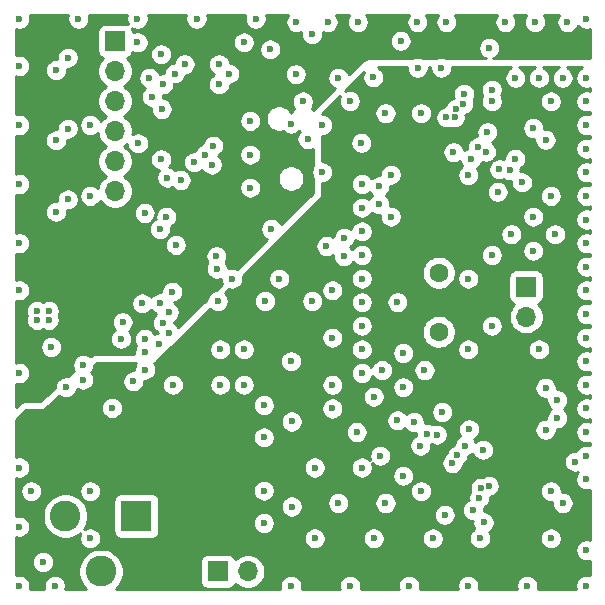
<source format=gbr>
%TF.GenerationSoftware,KiCad,Pcbnew,(5.1.6)-1*%
%TF.CreationDate,2021-07-30T18:26:22-07:00*%
%TF.ProjectId,Coil Driver,436f696c-2044-4726-9976-65722e6b6963,rev?*%
%TF.SameCoordinates,Original*%
%TF.FileFunction,Copper,L3,Inr*%
%TF.FilePolarity,Positive*%
%FSLAX46Y46*%
G04 Gerber Fmt 4.6, Leading zero omitted, Abs format (unit mm)*
G04 Created by KiCad (PCBNEW (5.1.6)-1) date 2021-07-30 18:26:22*
%MOMM*%
%LPD*%
G01*
G04 APERTURE LIST*
%TA.AperFunction,ViaPad*%
%ADD10O,1.700000X1.700000*%
%TD*%
%TA.AperFunction,ViaPad*%
%ADD11R,1.700000X1.700000*%
%TD*%
%TA.AperFunction,ViaPad*%
%ADD12C,2.600000*%
%TD*%
%TA.AperFunction,ViaPad*%
%ADD13R,2.600000X2.600000*%
%TD*%
%TA.AperFunction,ViaPad*%
%ADD14C,1.600000*%
%TD*%
%TA.AperFunction,ViaPad*%
%ADD15C,0.600000*%
%TD*%
%TA.AperFunction,Conductor*%
%ADD16C,0.254000*%
%TD*%
G04 APERTURE END LIST*
D10*
%TO.N,/VSW-*%
%TO.C,L2*%
X169900000Y-99240000D03*
D11*
%TO.N,Net-(C17-Pad1)*%
X169900000Y-96700000D03*
%TD*%
D10*
%TO.N,/EX1*%
%TO.C,J4*%
X135100000Y-88600000D03*
%TO.N,/EX2*%
X135100000Y-86060000D03*
%TO.N,/EX3*%
X135100000Y-83520000D03*
%TO.N,/LD3*%
X135100000Y-80980000D03*
%TO.N,/LD2*%
X135100000Y-78440000D03*
D11*
%TO.N,/LD1*%
X135100000Y-75900000D03*
%TD*%
D10*
%TO.N,GND*%
%TO.C,J2*%
X146340000Y-120800000D03*
D11*
%TO.N,VDD*%
X143800000Y-120800000D03*
%TD*%
D12*
%TO.N,Net-(J1-Pad3)*%
%TO.C,J1*%
X133900000Y-120800000D03*
%TO.N,GND*%
X130900000Y-116100000D03*
D13*
%TO.N,VDD*%
X136900000Y-116100000D03*
%TD*%
D14*
%TO.N,/VSW+*%
%TO.C,C17*%
X162500000Y-95500000D03*
%TO.N,Net-(C17-Pad1)*%
X162500000Y-100500000D03*
%TD*%
D15*
%TO.N,GND*%
X163750000Y-85300000D03*
X131100000Y-77300000D03*
X130100000Y-78350000D03*
X129700000Y-101800000D03*
X132400000Y-103300000D03*
X131100000Y-83300000D03*
X130100000Y-84300000D03*
X131100000Y-89300000D03*
X130100000Y-90350000D03*
X139150000Y-99750000D03*
X139650000Y-98850000D03*
X139650000Y-100600000D03*
X135750000Y-99700000D03*
X135600000Y-101100000D03*
X137400000Y-98100000D03*
X138900000Y-98100000D03*
X139950000Y-97100000D03*
X143800000Y-97900000D03*
X147800000Y-97900000D03*
X151800000Y-97900000D03*
X147700000Y-113950000D03*
X147700000Y-116700000D03*
X150050000Y-115300000D03*
X147700000Y-106700000D03*
X147700000Y-109450000D03*
X150050000Y-108100000D03*
X132400000Y-104550000D03*
X130950000Y-105200000D03*
X137650000Y-102200000D03*
X137650000Y-103700000D03*
X136650000Y-104700000D03*
X138850000Y-101500000D03*
X137600000Y-101100000D03*
X139450000Y-90750000D03*
X138900000Y-91800000D03*
X140250000Y-93150000D03*
X146550000Y-88300000D03*
X146550000Y-85500000D03*
X146550000Y-82650000D03*
X150400000Y-78700000D03*
X148240000Y-76590000D03*
X150450000Y-74300000D03*
X153100000Y-74300000D03*
X155650000Y-74300000D03*
X160700000Y-74300000D03*
X163150000Y-74300000D03*
X168150000Y-74300000D03*
X170650000Y-74300000D03*
X173400000Y-74300000D03*
X150000000Y-82900000D03*
X151400000Y-84200000D03*
X144750000Y-78650000D03*
X143900000Y-79550000D03*
X140150000Y-78650000D03*
X139200000Y-79550000D03*
X138200000Y-80600000D03*
X139050000Y-81650000D03*
X140650000Y-87650000D03*
X166050000Y-113700000D03*
X165950000Y-114550000D03*
X165400000Y-115600000D03*
X166300000Y-116650000D03*
X163850000Y-82350000D03*
X163950000Y-81650000D03*
X164650000Y-80350000D03*
X164600000Y-81200000D03*
X160400000Y-108150000D03*
X162800000Y-107300000D03*
X161500000Y-109150000D03*
X159500000Y-112700000D03*
X172550000Y-107800000D03*
X171550000Y-108800000D03*
X171550000Y-105250000D03*
X172550000Y-106300000D03*
X161300000Y-103750000D03*
X159500000Y-102300000D03*
X159500000Y-105200000D03*
X157700000Y-103750000D03*
X170500000Y-93650000D03*
X172350000Y-92250000D03*
X170500000Y-90750000D03*
X168650000Y-92250000D03*
X169550000Y-87850000D03*
X168500000Y-86800000D03*
X167650000Y-86750000D03*
X167500000Y-88650000D03*
X170500000Y-83250000D03*
X171550000Y-84250000D03*
X157450000Y-88200000D03*
X157450000Y-89700000D03*
X158450000Y-90750000D03*
X158450000Y-87200000D03*
X166250000Y-110500000D03*
X141000000Y-77850000D03*
X143900000Y-77850000D03*
X163150000Y-82350000D03*
X166750000Y-113550000D03*
X166629410Y-83604800D03*
X162350000Y-109220590D03*
X127000000Y-97000000D03*
X127000000Y-93000000D03*
X127000000Y-88000000D03*
X127000000Y-83000000D03*
X127000000Y-78000000D03*
X127000000Y-74000000D03*
X132000000Y-74000000D03*
X137000000Y-74000000D03*
X142000000Y-74000000D03*
X147000000Y-74000000D03*
X175000000Y-74000000D03*
X175000000Y-79000000D03*
X175000000Y-89000000D03*
X175000000Y-99000000D03*
X175000000Y-109000000D03*
X175000000Y-119000000D03*
X175000000Y-122000000D03*
X170000000Y-122000000D03*
X165000000Y-122000000D03*
X160000000Y-122000000D03*
X155000000Y-122000000D03*
X150000000Y-122000000D03*
X130000000Y-122000000D03*
X127000000Y-122000000D03*
X127000000Y-117000000D03*
X127000000Y-112000000D03*
X154000000Y-79000000D03*
X133000000Y-83000000D03*
X133000000Y-89000000D03*
X137000000Y-76000000D03*
X138000000Y-79000000D03*
X146000000Y-76000000D03*
X139000000Y-77000000D03*
X151000000Y-81000000D03*
X143300000Y-86350000D03*
X144000000Y-105000000D03*
X140000000Y-105000000D03*
X144000000Y-102000000D03*
X146000000Y-105000000D03*
X146000000Y-102000000D03*
X153500000Y-105000000D03*
X145000000Y-96000000D03*
X149000000Y-96000000D03*
X127000000Y-104000000D03*
X133000000Y-114000000D03*
X128000000Y-114000000D03*
X133000000Y-118000000D03*
X129000000Y-120000000D03*
X152000000Y-112000000D03*
X152000000Y-118000000D03*
X157000000Y-118000000D03*
X162000000Y-118000000D03*
X156000000Y-112000000D03*
X172000000Y-118000000D03*
X172000000Y-114000000D03*
X159000000Y-108000000D03*
X157000000Y-106000000D03*
X156000000Y-104000000D03*
X156000000Y-102000000D03*
X156000000Y-100000000D03*
X156000000Y-98000000D03*
X156000000Y-96000000D03*
X156000000Y-94000000D03*
X156000000Y-92000000D03*
X156000000Y-90000000D03*
X156000000Y-88000000D03*
X158000000Y-82000000D03*
X167000000Y-80000000D03*
X161000000Y-82000000D03*
X167000000Y-81000000D03*
X172000000Y-89000000D03*
X172000000Y-81000000D03*
X165000000Y-96000000D03*
X167000000Y-94000000D03*
X165000000Y-102000000D03*
X167000000Y-100000000D03*
X171000000Y-102000000D03*
X150000000Y-103000000D03*
X154000000Y-115000000D03*
X158000000Y-115000000D03*
X156980000Y-78970000D03*
X152640000Y-83000000D03*
X152640000Y-87000000D03*
X148330000Y-91810000D03*
X153500000Y-97000000D03*
X153500000Y-101000000D03*
X153500000Y-107000000D03*
X155550000Y-109000000D03*
X157550000Y-111000000D03*
X161000000Y-114000000D03*
X163000000Y-116000000D03*
X166000000Y-118000000D03*
X173000000Y-115000000D03*
X175000000Y-113000000D03*
X175000000Y-111000000D03*
X175000000Y-107000000D03*
X175000000Y-105000000D03*
X175000000Y-103000000D03*
X175000000Y-101000000D03*
X175000000Y-97000000D03*
X175000000Y-95000000D03*
X175000000Y-93000000D03*
X175000000Y-91000000D03*
X175000000Y-87000000D03*
X175000000Y-85000000D03*
X175000000Y-83000000D03*
X169000000Y-79000000D03*
X171000000Y-79000000D03*
X173000000Y-79000000D03*
X160720000Y-78150000D03*
X162720000Y-78150000D03*
X153000000Y-93250000D03*
X129500000Y-98750000D03*
X129500000Y-99500000D03*
X128500000Y-99500000D03*
X128500000Y-98750000D03*
X134850000Y-106950000D03*
X139000000Y-85900000D03*
X137050000Y-84550000D03*
X154980000Y-80970000D03*
X175000000Y-81000000D03*
X159000000Y-98000000D03*
%TO.N,+12V*%
X128000000Y-108000000D03*
X129000000Y-108000000D03*
X130000000Y-108000000D03*
X128000000Y-109000000D03*
X129000000Y-109000000D03*
X130000000Y-109000000D03*
X128000000Y-110000000D03*
X129000000Y-110000000D03*
X130000000Y-110000000D03*
X130000000Y-111000000D03*
X129000000Y-111000000D03*
X130000000Y-112000000D03*
X129000000Y-112000000D03*
X131000000Y-112000000D03*
X132000000Y-112000000D03*
X133000000Y-112000000D03*
X149800000Y-97950000D03*
X161050000Y-80950000D03*
X160050000Y-90750000D03*
X161500000Y-89700000D03*
X161500000Y-90750000D03*
X168500000Y-105250000D03*
X169950000Y-105250000D03*
X168500000Y-106300000D03*
X157650000Y-92250000D03*
X159500000Y-93700000D03*
X169950000Y-108700000D03*
X160047341Y-87187410D03*
X168950000Y-115050000D03*
X168950000Y-116150022D03*
X161050000Y-80000000D03*
%TO.N,/VSW+*%
X165000000Y-87250000D03*
X155950000Y-84500000D03*
%TO.N,+3V3*%
X138925000Y-94500000D03*
X137450000Y-94500000D03*
X140000000Y-94500000D03*
X141000000Y-94500000D03*
X140000000Y-95500000D03*
X141000000Y-95500000D03*
X140300009Y-79700005D03*
X141349987Y-79700013D03*
X141550000Y-93150000D03*
X142450000Y-92100000D03*
X147450000Y-89600000D03*
X147450000Y-86800000D03*
X147450000Y-84000000D03*
X149150000Y-74550000D03*
X141800000Y-97950000D03*
X151680000Y-86270000D03*
%TO.N,Net-(C23-Pad1)*%
X143425000Y-84750000D03*
X166775000Y-76475000D03*
%TO.N,/VSW-*%
X174050000Y-111500000D03*
X165079410Y-108750000D03*
%TO.N,Net-(C27-Pad1)*%
X141775000Y-86150000D03*
X151775000Y-75295600D03*
%TO.N,/GD_EN*%
X164750000Y-110150000D03*
X169000000Y-85850000D03*
X137600000Y-90450000D03*
X143700000Y-95150000D03*
X165237594Y-85873012D03*
X160950026Y-110150000D03*
%TO.N,/HIN*%
X154500000Y-92550000D03*
X165800000Y-84900000D03*
X164075005Y-110975005D03*
%TO.N,/LIN*%
X154450000Y-94100000D03*
X166500000Y-85270590D03*
X163669427Y-111617033D03*
%TO.N,Net-(R24-Pad2)*%
X139525000Y-87450000D03*
X143675000Y-94100000D03*
%TO.N,Net-(C26-Pad1)*%
X142750000Y-85500000D03*
X159275000Y-75875000D03*
%TD*%
D16*
%TO.N,+12V*%
G36*
X159785000Y-78242089D02*
G01*
X159820932Y-78422729D01*
X159891414Y-78592889D01*
X159993738Y-78746028D01*
X160123972Y-78876262D01*
X160277111Y-78978586D01*
X160447271Y-79049068D01*
X160627911Y-79085000D01*
X160812089Y-79085000D01*
X160992729Y-79049068D01*
X161162889Y-78978586D01*
X161316028Y-78876262D01*
X161446262Y-78746028D01*
X161548586Y-78592889D01*
X161619068Y-78422729D01*
X161655000Y-78242089D01*
X161655000Y-78127000D01*
X161785000Y-78127000D01*
X161785000Y-78242089D01*
X161820932Y-78422729D01*
X161891414Y-78592889D01*
X161993738Y-78746028D01*
X162123972Y-78876262D01*
X162277111Y-78978586D01*
X162447271Y-79049068D01*
X162627911Y-79085000D01*
X162812089Y-79085000D01*
X162992729Y-79049068D01*
X163162889Y-78978586D01*
X163316028Y-78876262D01*
X163446262Y-78746028D01*
X163548586Y-78592889D01*
X163619068Y-78422729D01*
X163655000Y-78242089D01*
X163655000Y-78127000D01*
X168664337Y-78127000D01*
X168557111Y-78171414D01*
X168403972Y-78273738D01*
X168273738Y-78403972D01*
X168171414Y-78557111D01*
X168100932Y-78727271D01*
X168065000Y-78907911D01*
X168065000Y-79092089D01*
X168100932Y-79272729D01*
X168171414Y-79442889D01*
X168273738Y-79596028D01*
X168403972Y-79726262D01*
X168557111Y-79828586D01*
X168727271Y-79899068D01*
X168907911Y-79935000D01*
X169092089Y-79935000D01*
X169272729Y-79899068D01*
X169442889Y-79828586D01*
X169596028Y-79726262D01*
X169726262Y-79596028D01*
X169828586Y-79442889D01*
X169899068Y-79272729D01*
X169935000Y-79092089D01*
X169935000Y-78907911D01*
X169899068Y-78727271D01*
X169828586Y-78557111D01*
X169726262Y-78403972D01*
X169596028Y-78273738D01*
X169442889Y-78171414D01*
X169335663Y-78127000D01*
X170664337Y-78127000D01*
X170557111Y-78171414D01*
X170403972Y-78273738D01*
X170273738Y-78403972D01*
X170171414Y-78557111D01*
X170100932Y-78727271D01*
X170065000Y-78907911D01*
X170065000Y-79092089D01*
X170100932Y-79272729D01*
X170171414Y-79442889D01*
X170273738Y-79596028D01*
X170403972Y-79726262D01*
X170557111Y-79828586D01*
X170727271Y-79899068D01*
X170907911Y-79935000D01*
X171092089Y-79935000D01*
X171272729Y-79899068D01*
X171442889Y-79828586D01*
X171596028Y-79726262D01*
X171726262Y-79596028D01*
X171828586Y-79442889D01*
X171899068Y-79272729D01*
X171935000Y-79092089D01*
X171935000Y-78907911D01*
X171899068Y-78727271D01*
X171828586Y-78557111D01*
X171726262Y-78403972D01*
X171596028Y-78273738D01*
X171442889Y-78171414D01*
X171335663Y-78127000D01*
X172664337Y-78127000D01*
X172557111Y-78171414D01*
X172403972Y-78273738D01*
X172273738Y-78403972D01*
X172171414Y-78557111D01*
X172100932Y-78727271D01*
X172065000Y-78907911D01*
X172065000Y-79092089D01*
X172100932Y-79272729D01*
X172171414Y-79442889D01*
X172273738Y-79596028D01*
X172403972Y-79726262D01*
X172557111Y-79828586D01*
X172727271Y-79899068D01*
X172907911Y-79935000D01*
X173092089Y-79935000D01*
X173272729Y-79899068D01*
X173442889Y-79828586D01*
X173596028Y-79726262D01*
X173726262Y-79596028D01*
X173828586Y-79442889D01*
X173899068Y-79272729D01*
X173935000Y-79092089D01*
X173935000Y-78907911D01*
X173899068Y-78727271D01*
X173828586Y-78557111D01*
X173726262Y-78403972D01*
X173596028Y-78273738D01*
X173442889Y-78171414D01*
X173335663Y-78127000D01*
X174664337Y-78127000D01*
X174557111Y-78171414D01*
X174403972Y-78273738D01*
X174273738Y-78403972D01*
X174171414Y-78557111D01*
X174100932Y-78727271D01*
X174065000Y-78907911D01*
X174065000Y-79092089D01*
X174100932Y-79272729D01*
X174171414Y-79442889D01*
X174273738Y-79596028D01*
X174403972Y-79726262D01*
X174557111Y-79828586D01*
X174727271Y-79899068D01*
X174907911Y-79935000D01*
X175092089Y-79935000D01*
X175272729Y-79899068D01*
X175290000Y-79891914D01*
X175290000Y-80108086D01*
X175272729Y-80100932D01*
X175092089Y-80065000D01*
X174907911Y-80065000D01*
X174727271Y-80100932D01*
X174557111Y-80171414D01*
X174403972Y-80273738D01*
X174273738Y-80403972D01*
X174171414Y-80557111D01*
X174100932Y-80727271D01*
X174065000Y-80907911D01*
X174065000Y-81092089D01*
X174100932Y-81272729D01*
X174171414Y-81442889D01*
X174273738Y-81596028D01*
X174403972Y-81726262D01*
X174557111Y-81828586D01*
X174727271Y-81899068D01*
X174907911Y-81935000D01*
X175092089Y-81935000D01*
X175272729Y-81899068D01*
X175290000Y-81891914D01*
X175290000Y-82108086D01*
X175272729Y-82100932D01*
X175092089Y-82065000D01*
X174907911Y-82065000D01*
X174727271Y-82100932D01*
X174557111Y-82171414D01*
X174403972Y-82273738D01*
X174273738Y-82403972D01*
X174171414Y-82557111D01*
X174100932Y-82727271D01*
X174065000Y-82907911D01*
X174065000Y-83092089D01*
X174100932Y-83272729D01*
X174171414Y-83442889D01*
X174273738Y-83596028D01*
X174403972Y-83726262D01*
X174557111Y-83828586D01*
X174727271Y-83899068D01*
X174907911Y-83935000D01*
X175092089Y-83935000D01*
X175272729Y-83899068D01*
X175290000Y-83891914D01*
X175290000Y-84108086D01*
X175272729Y-84100932D01*
X175092089Y-84065000D01*
X174907911Y-84065000D01*
X174727271Y-84100932D01*
X174557111Y-84171414D01*
X174403972Y-84273738D01*
X174273738Y-84403972D01*
X174171414Y-84557111D01*
X174100932Y-84727271D01*
X174065000Y-84907911D01*
X174065000Y-85092089D01*
X174100932Y-85272729D01*
X174171414Y-85442889D01*
X174273738Y-85596028D01*
X174403972Y-85726262D01*
X174557111Y-85828586D01*
X174727271Y-85899068D01*
X174907911Y-85935000D01*
X175092089Y-85935000D01*
X175272729Y-85899068D01*
X175290000Y-85891914D01*
X175290000Y-86108086D01*
X175272729Y-86100932D01*
X175092089Y-86065000D01*
X174907911Y-86065000D01*
X174727271Y-86100932D01*
X174557111Y-86171414D01*
X174403972Y-86273738D01*
X174273738Y-86403972D01*
X174171414Y-86557111D01*
X174100932Y-86727271D01*
X174065000Y-86907911D01*
X174065000Y-87092089D01*
X174100932Y-87272729D01*
X174171414Y-87442889D01*
X174273738Y-87596028D01*
X174403972Y-87726262D01*
X174557111Y-87828586D01*
X174727271Y-87899068D01*
X174907911Y-87935000D01*
X175092089Y-87935000D01*
X175272729Y-87899068D01*
X175290000Y-87891914D01*
X175290000Y-88108086D01*
X175272729Y-88100932D01*
X175092089Y-88065000D01*
X174907911Y-88065000D01*
X174727271Y-88100932D01*
X174557111Y-88171414D01*
X174403972Y-88273738D01*
X174273738Y-88403972D01*
X174171414Y-88557111D01*
X174100932Y-88727271D01*
X174065000Y-88907911D01*
X174065000Y-89092089D01*
X174100932Y-89272729D01*
X174171414Y-89442889D01*
X174273738Y-89596028D01*
X174403972Y-89726262D01*
X174557111Y-89828586D01*
X174727271Y-89899068D01*
X174907911Y-89935000D01*
X175092089Y-89935000D01*
X175272729Y-89899068D01*
X175290000Y-89891914D01*
X175290000Y-90108086D01*
X175272729Y-90100932D01*
X175092089Y-90065000D01*
X174907911Y-90065000D01*
X174727271Y-90100932D01*
X174557111Y-90171414D01*
X174403972Y-90273738D01*
X174273738Y-90403972D01*
X174171414Y-90557111D01*
X174100932Y-90727271D01*
X174065000Y-90907911D01*
X174065000Y-91092089D01*
X174100932Y-91272729D01*
X174171414Y-91442889D01*
X174273738Y-91596028D01*
X174403972Y-91726262D01*
X174557111Y-91828586D01*
X174727271Y-91899068D01*
X174907911Y-91935000D01*
X175092089Y-91935000D01*
X175272729Y-91899068D01*
X175290000Y-91891914D01*
X175290000Y-92108086D01*
X175272729Y-92100932D01*
X175092089Y-92065000D01*
X174907911Y-92065000D01*
X174727271Y-92100932D01*
X174557111Y-92171414D01*
X174403972Y-92273738D01*
X174273738Y-92403972D01*
X174171414Y-92557111D01*
X174100932Y-92727271D01*
X174065000Y-92907911D01*
X174065000Y-93092089D01*
X174100932Y-93272729D01*
X174171414Y-93442889D01*
X174273738Y-93596028D01*
X174403972Y-93726262D01*
X174557111Y-93828586D01*
X174727271Y-93899068D01*
X174907911Y-93935000D01*
X175092089Y-93935000D01*
X175272729Y-93899068D01*
X175290000Y-93891914D01*
X175290000Y-94108086D01*
X175272729Y-94100932D01*
X175092089Y-94065000D01*
X174907911Y-94065000D01*
X174727271Y-94100932D01*
X174557111Y-94171414D01*
X174403972Y-94273738D01*
X174273738Y-94403972D01*
X174171414Y-94557111D01*
X174100932Y-94727271D01*
X174065000Y-94907911D01*
X174065000Y-95092089D01*
X174100932Y-95272729D01*
X174171414Y-95442889D01*
X174273738Y-95596028D01*
X174403972Y-95726262D01*
X174557111Y-95828586D01*
X174727271Y-95899068D01*
X174907911Y-95935000D01*
X175092089Y-95935000D01*
X175272729Y-95899068D01*
X175290000Y-95891914D01*
X175290000Y-96108086D01*
X175272729Y-96100932D01*
X175092089Y-96065000D01*
X174907911Y-96065000D01*
X174727271Y-96100932D01*
X174557111Y-96171414D01*
X174403972Y-96273738D01*
X174273738Y-96403972D01*
X174171414Y-96557111D01*
X174100932Y-96727271D01*
X174065000Y-96907911D01*
X174065000Y-97092089D01*
X174100932Y-97272729D01*
X174171414Y-97442889D01*
X174273738Y-97596028D01*
X174403972Y-97726262D01*
X174557111Y-97828586D01*
X174727271Y-97899068D01*
X174907911Y-97935000D01*
X175092089Y-97935000D01*
X175272729Y-97899068D01*
X175290000Y-97891914D01*
X175290001Y-98108086D01*
X175272729Y-98100932D01*
X175092089Y-98065000D01*
X174907911Y-98065000D01*
X174727271Y-98100932D01*
X174557111Y-98171414D01*
X174403972Y-98273738D01*
X174273738Y-98403972D01*
X174171414Y-98557111D01*
X174100932Y-98727271D01*
X174065000Y-98907911D01*
X174065000Y-99092089D01*
X174100932Y-99272729D01*
X174171414Y-99442889D01*
X174273738Y-99596028D01*
X174403972Y-99726262D01*
X174557111Y-99828586D01*
X174727271Y-99899068D01*
X174907911Y-99935000D01*
X175092089Y-99935000D01*
X175272729Y-99899068D01*
X175290001Y-99891914D01*
X175290001Y-100108086D01*
X175272729Y-100100932D01*
X175092089Y-100065000D01*
X174907911Y-100065000D01*
X174727271Y-100100932D01*
X174557111Y-100171414D01*
X174403972Y-100273738D01*
X174273738Y-100403972D01*
X174171414Y-100557111D01*
X174100932Y-100727271D01*
X174065000Y-100907911D01*
X174065000Y-101092089D01*
X174100932Y-101272729D01*
X174171414Y-101442889D01*
X174273738Y-101596028D01*
X174403972Y-101726262D01*
X174557111Y-101828586D01*
X174727271Y-101899068D01*
X174907911Y-101935000D01*
X175092089Y-101935000D01*
X175272729Y-101899068D01*
X175290001Y-101891914D01*
X175290001Y-102108086D01*
X175272729Y-102100932D01*
X175092089Y-102065000D01*
X174907911Y-102065000D01*
X174727271Y-102100932D01*
X174557111Y-102171414D01*
X174403972Y-102273738D01*
X174273738Y-102403972D01*
X174171414Y-102557111D01*
X174100932Y-102727271D01*
X174065000Y-102907911D01*
X174065000Y-103092089D01*
X174100932Y-103272729D01*
X174171414Y-103442889D01*
X174273738Y-103596028D01*
X174403972Y-103726262D01*
X174557111Y-103828586D01*
X174727271Y-103899068D01*
X174907911Y-103935000D01*
X175092089Y-103935000D01*
X175272729Y-103899068D01*
X175290001Y-103891914D01*
X175290001Y-104108086D01*
X175272729Y-104100932D01*
X175092089Y-104065000D01*
X174907911Y-104065000D01*
X174727271Y-104100932D01*
X174557111Y-104171414D01*
X174403972Y-104273738D01*
X174273738Y-104403972D01*
X174171414Y-104557111D01*
X174100932Y-104727271D01*
X174065000Y-104907911D01*
X174065000Y-105092089D01*
X174100932Y-105272729D01*
X174171414Y-105442889D01*
X174273738Y-105596028D01*
X174403972Y-105726262D01*
X174557111Y-105828586D01*
X174727271Y-105899068D01*
X174907911Y-105935000D01*
X175092089Y-105935000D01*
X175272729Y-105899068D01*
X175290001Y-105891914D01*
X175290001Y-106108086D01*
X175272729Y-106100932D01*
X175092089Y-106065000D01*
X174907911Y-106065000D01*
X174727271Y-106100932D01*
X174557111Y-106171414D01*
X174403972Y-106273738D01*
X174273738Y-106403972D01*
X174171414Y-106557111D01*
X174100932Y-106727271D01*
X174065000Y-106907911D01*
X174065000Y-107092089D01*
X174100932Y-107272729D01*
X174171414Y-107442889D01*
X174273738Y-107596028D01*
X174403972Y-107726262D01*
X174557111Y-107828586D01*
X174727271Y-107899068D01*
X174907911Y-107935000D01*
X175092089Y-107935000D01*
X175272729Y-107899068D01*
X175290001Y-107891914D01*
X175290001Y-108108086D01*
X175272729Y-108100932D01*
X175092089Y-108065000D01*
X174907911Y-108065000D01*
X174727271Y-108100932D01*
X174557111Y-108171414D01*
X174403972Y-108273738D01*
X174273738Y-108403972D01*
X174171414Y-108557111D01*
X174100932Y-108727271D01*
X174065000Y-108907911D01*
X174065000Y-109092089D01*
X174100932Y-109272729D01*
X174171414Y-109442889D01*
X174273738Y-109596028D01*
X174403972Y-109726262D01*
X174557111Y-109828586D01*
X174727271Y-109899068D01*
X174907911Y-109935000D01*
X175092089Y-109935000D01*
X175272729Y-109899068D01*
X175290001Y-109891914D01*
X175290001Y-110108086D01*
X175272729Y-110100932D01*
X175092089Y-110065000D01*
X174907911Y-110065000D01*
X174727271Y-110100932D01*
X174557111Y-110171414D01*
X174403972Y-110273738D01*
X174273738Y-110403972D01*
X174171414Y-110557111D01*
X174166163Y-110569789D01*
X174142089Y-110565000D01*
X173957911Y-110565000D01*
X173777271Y-110600932D01*
X173607111Y-110671414D01*
X173453972Y-110773738D01*
X173323738Y-110903972D01*
X173221414Y-111057111D01*
X173150932Y-111227271D01*
X173115000Y-111407911D01*
X173115000Y-111592089D01*
X173150932Y-111772729D01*
X173221414Y-111942889D01*
X173323738Y-112096028D01*
X173453972Y-112226262D01*
X173607111Y-112328586D01*
X173777271Y-112399068D01*
X173957911Y-112435000D01*
X174142089Y-112435000D01*
X174270008Y-112409555D01*
X174171414Y-112557111D01*
X174100932Y-112727271D01*
X174065000Y-112907911D01*
X174065000Y-113092089D01*
X174100932Y-113272729D01*
X174171414Y-113442889D01*
X174273738Y-113596028D01*
X174403972Y-113726262D01*
X174557111Y-113828586D01*
X174727271Y-113899068D01*
X174907911Y-113935000D01*
X175092089Y-113935000D01*
X175272729Y-113899068D01*
X175290001Y-113891914D01*
X175290001Y-118108086D01*
X175272729Y-118100932D01*
X175092089Y-118065000D01*
X174907911Y-118065000D01*
X174727271Y-118100932D01*
X174557111Y-118171414D01*
X174403972Y-118273738D01*
X174273738Y-118403972D01*
X174171414Y-118557111D01*
X174100932Y-118727271D01*
X174065000Y-118907911D01*
X174065000Y-119092089D01*
X174100932Y-119272729D01*
X174171414Y-119442889D01*
X174273738Y-119596028D01*
X174403972Y-119726262D01*
X174557111Y-119828586D01*
X174727271Y-119899068D01*
X174907911Y-119935000D01*
X175092089Y-119935000D01*
X175272729Y-119899068D01*
X175290001Y-119891914D01*
X175290001Y-121108086D01*
X175272729Y-121100932D01*
X175092089Y-121065000D01*
X174907911Y-121065000D01*
X174727271Y-121100932D01*
X174557111Y-121171414D01*
X174403972Y-121273738D01*
X174273738Y-121403972D01*
X174171414Y-121557111D01*
X174100932Y-121727271D01*
X174065000Y-121907911D01*
X174065000Y-122092089D01*
X174100932Y-122272729D01*
X174108086Y-122290000D01*
X170891914Y-122290000D01*
X170899068Y-122272729D01*
X170935000Y-122092089D01*
X170935000Y-121907911D01*
X170899068Y-121727271D01*
X170828586Y-121557111D01*
X170726262Y-121403972D01*
X170596028Y-121273738D01*
X170442889Y-121171414D01*
X170272729Y-121100932D01*
X170092089Y-121065000D01*
X169907911Y-121065000D01*
X169727271Y-121100932D01*
X169557111Y-121171414D01*
X169403972Y-121273738D01*
X169273738Y-121403972D01*
X169171414Y-121557111D01*
X169100932Y-121727271D01*
X169065000Y-121907911D01*
X169065000Y-122092089D01*
X169100932Y-122272729D01*
X169108086Y-122290000D01*
X165891914Y-122290000D01*
X165899068Y-122272729D01*
X165935000Y-122092089D01*
X165935000Y-121907911D01*
X165899068Y-121727271D01*
X165828586Y-121557111D01*
X165726262Y-121403972D01*
X165596028Y-121273738D01*
X165442889Y-121171414D01*
X165272729Y-121100932D01*
X165092089Y-121065000D01*
X164907911Y-121065000D01*
X164727271Y-121100932D01*
X164557111Y-121171414D01*
X164403972Y-121273738D01*
X164273738Y-121403972D01*
X164171414Y-121557111D01*
X164100932Y-121727271D01*
X164065000Y-121907911D01*
X164065000Y-122092089D01*
X164100932Y-122272729D01*
X164108086Y-122290000D01*
X160891914Y-122290000D01*
X160899068Y-122272729D01*
X160935000Y-122092089D01*
X160935000Y-121907911D01*
X160899068Y-121727271D01*
X160828586Y-121557111D01*
X160726262Y-121403972D01*
X160596028Y-121273738D01*
X160442889Y-121171414D01*
X160272729Y-121100932D01*
X160092089Y-121065000D01*
X159907911Y-121065000D01*
X159727271Y-121100932D01*
X159557111Y-121171414D01*
X159403972Y-121273738D01*
X159273738Y-121403972D01*
X159171414Y-121557111D01*
X159100932Y-121727271D01*
X159065000Y-121907911D01*
X159065000Y-122092089D01*
X159100932Y-122272729D01*
X159108086Y-122290000D01*
X155891914Y-122290000D01*
X155899068Y-122272729D01*
X155935000Y-122092089D01*
X155935000Y-121907911D01*
X155899068Y-121727271D01*
X155828586Y-121557111D01*
X155726262Y-121403972D01*
X155596028Y-121273738D01*
X155442889Y-121171414D01*
X155272729Y-121100932D01*
X155092089Y-121065000D01*
X154907911Y-121065000D01*
X154727271Y-121100932D01*
X154557111Y-121171414D01*
X154403972Y-121273738D01*
X154273738Y-121403972D01*
X154171414Y-121557111D01*
X154100932Y-121727271D01*
X154065000Y-121907911D01*
X154065000Y-122092089D01*
X154100932Y-122272729D01*
X154108086Y-122290000D01*
X150891914Y-122290000D01*
X150899068Y-122272729D01*
X150935000Y-122092089D01*
X150935000Y-121907911D01*
X150899068Y-121727271D01*
X150828586Y-121557111D01*
X150726262Y-121403972D01*
X150596028Y-121273738D01*
X150442889Y-121171414D01*
X150272729Y-121100932D01*
X150092089Y-121065000D01*
X149907911Y-121065000D01*
X149727271Y-121100932D01*
X149557111Y-121171414D01*
X149403972Y-121273738D01*
X149273738Y-121403972D01*
X149171414Y-121557111D01*
X149100932Y-121727271D01*
X149065000Y-121907911D01*
X149065000Y-122092089D01*
X149100932Y-122272729D01*
X149108086Y-122290000D01*
X135146504Y-122290000D01*
X135403013Y-122033491D01*
X135614775Y-121716566D01*
X135760639Y-121364419D01*
X135835000Y-120990581D01*
X135835000Y-120609419D01*
X135760639Y-120235581D01*
X135642348Y-119950000D01*
X142311928Y-119950000D01*
X142311928Y-121650000D01*
X142324188Y-121774482D01*
X142360498Y-121894180D01*
X142419463Y-122004494D01*
X142498815Y-122101185D01*
X142595506Y-122180537D01*
X142705820Y-122239502D01*
X142825518Y-122275812D01*
X142950000Y-122288072D01*
X144650000Y-122288072D01*
X144774482Y-122275812D01*
X144894180Y-122239502D01*
X145004494Y-122180537D01*
X145101185Y-122101185D01*
X145180537Y-122004494D01*
X145239502Y-121894180D01*
X145261513Y-121821620D01*
X145393368Y-121953475D01*
X145636589Y-122115990D01*
X145906842Y-122227932D01*
X146193740Y-122285000D01*
X146486260Y-122285000D01*
X146773158Y-122227932D01*
X147043411Y-122115990D01*
X147286632Y-121953475D01*
X147493475Y-121746632D01*
X147655990Y-121503411D01*
X147767932Y-121233158D01*
X147825000Y-120946260D01*
X147825000Y-120653740D01*
X147767932Y-120366842D01*
X147655990Y-120096589D01*
X147493475Y-119853368D01*
X147286632Y-119646525D01*
X147043411Y-119484010D01*
X146773158Y-119372068D01*
X146486260Y-119315000D01*
X146193740Y-119315000D01*
X145906842Y-119372068D01*
X145636589Y-119484010D01*
X145393368Y-119646525D01*
X145261513Y-119778380D01*
X145239502Y-119705820D01*
X145180537Y-119595506D01*
X145101185Y-119498815D01*
X145004494Y-119419463D01*
X144894180Y-119360498D01*
X144774482Y-119324188D01*
X144650000Y-119311928D01*
X142950000Y-119311928D01*
X142825518Y-119324188D01*
X142705820Y-119360498D01*
X142595506Y-119419463D01*
X142498815Y-119498815D01*
X142419463Y-119595506D01*
X142360498Y-119705820D01*
X142324188Y-119825518D01*
X142311928Y-119950000D01*
X135642348Y-119950000D01*
X135614775Y-119883434D01*
X135403013Y-119566509D01*
X135133491Y-119296987D01*
X134816566Y-119085225D01*
X134464419Y-118939361D01*
X134090581Y-118865000D01*
X133709419Y-118865000D01*
X133335581Y-118939361D01*
X132983434Y-119085225D01*
X132666509Y-119296987D01*
X132396987Y-119566509D01*
X132185225Y-119883434D01*
X132039361Y-120235581D01*
X131965000Y-120609419D01*
X131965000Y-120990581D01*
X132039361Y-121364419D01*
X132185225Y-121716566D01*
X132396987Y-122033491D01*
X132653496Y-122290000D01*
X130891914Y-122290000D01*
X130899068Y-122272729D01*
X130935000Y-122092089D01*
X130935000Y-121907911D01*
X130899068Y-121727271D01*
X130828586Y-121557111D01*
X130726262Y-121403972D01*
X130596028Y-121273738D01*
X130442889Y-121171414D01*
X130272729Y-121100932D01*
X130092089Y-121065000D01*
X129907911Y-121065000D01*
X129727271Y-121100932D01*
X129557111Y-121171414D01*
X129403972Y-121273738D01*
X129273738Y-121403972D01*
X129171414Y-121557111D01*
X129100932Y-121727271D01*
X129065000Y-121907911D01*
X129065000Y-122092089D01*
X129100932Y-122272729D01*
X129108086Y-122290000D01*
X127891914Y-122290000D01*
X127899068Y-122272729D01*
X127935000Y-122092089D01*
X127935000Y-121907911D01*
X127899068Y-121727271D01*
X127828586Y-121557111D01*
X127726262Y-121403972D01*
X127596028Y-121273738D01*
X127442889Y-121171414D01*
X127272729Y-121100932D01*
X127092089Y-121065000D01*
X126907911Y-121065000D01*
X126727271Y-121100932D01*
X126710000Y-121108086D01*
X126710000Y-119907911D01*
X128065000Y-119907911D01*
X128065000Y-120092089D01*
X128100932Y-120272729D01*
X128171414Y-120442889D01*
X128273738Y-120596028D01*
X128403972Y-120726262D01*
X128557111Y-120828586D01*
X128727271Y-120899068D01*
X128907911Y-120935000D01*
X129092089Y-120935000D01*
X129272729Y-120899068D01*
X129442889Y-120828586D01*
X129596028Y-120726262D01*
X129726262Y-120596028D01*
X129828586Y-120442889D01*
X129899068Y-120272729D01*
X129935000Y-120092089D01*
X129935000Y-119907911D01*
X129899068Y-119727271D01*
X129828586Y-119557111D01*
X129726262Y-119403972D01*
X129596028Y-119273738D01*
X129442889Y-119171414D01*
X129272729Y-119100932D01*
X129092089Y-119065000D01*
X128907911Y-119065000D01*
X128727271Y-119100932D01*
X128557111Y-119171414D01*
X128403972Y-119273738D01*
X128273738Y-119403972D01*
X128171414Y-119557111D01*
X128100932Y-119727271D01*
X128065000Y-119907911D01*
X126710000Y-119907911D01*
X126710000Y-117891914D01*
X126727271Y-117899068D01*
X126907911Y-117935000D01*
X127092089Y-117935000D01*
X127272729Y-117899068D01*
X127442889Y-117828586D01*
X127596028Y-117726262D01*
X127726262Y-117596028D01*
X127828586Y-117442889D01*
X127899068Y-117272729D01*
X127935000Y-117092089D01*
X127935000Y-116907911D01*
X127899068Y-116727271D01*
X127828586Y-116557111D01*
X127726262Y-116403972D01*
X127596028Y-116273738D01*
X127442889Y-116171414D01*
X127272729Y-116100932D01*
X127092089Y-116065000D01*
X126907911Y-116065000D01*
X126727271Y-116100932D01*
X126710000Y-116108086D01*
X126710000Y-115909419D01*
X128965000Y-115909419D01*
X128965000Y-116290581D01*
X129039361Y-116664419D01*
X129185225Y-117016566D01*
X129396987Y-117333491D01*
X129666509Y-117603013D01*
X129983434Y-117814775D01*
X130335581Y-117960639D01*
X130709419Y-118035000D01*
X131090581Y-118035000D01*
X131464419Y-117960639D01*
X131816566Y-117814775D01*
X132133491Y-117603013D01*
X132165772Y-117570732D01*
X132100932Y-117727271D01*
X132065000Y-117907911D01*
X132065000Y-118092089D01*
X132100932Y-118272729D01*
X132171414Y-118442889D01*
X132273738Y-118596028D01*
X132403972Y-118726262D01*
X132557111Y-118828586D01*
X132727271Y-118899068D01*
X132907911Y-118935000D01*
X133092089Y-118935000D01*
X133272729Y-118899068D01*
X133442889Y-118828586D01*
X133596028Y-118726262D01*
X133726262Y-118596028D01*
X133828586Y-118442889D01*
X133899068Y-118272729D01*
X133935000Y-118092089D01*
X133935000Y-117907911D01*
X133899068Y-117727271D01*
X133828586Y-117557111D01*
X133726262Y-117403972D01*
X133596028Y-117273738D01*
X133442889Y-117171414D01*
X133272729Y-117100932D01*
X133092089Y-117065000D01*
X132907911Y-117065000D01*
X132727271Y-117100932D01*
X132557111Y-117171414D01*
X132474367Y-117226701D01*
X132614775Y-117016566D01*
X132760639Y-116664419D01*
X132835000Y-116290581D01*
X132835000Y-115909419D01*
X132760639Y-115535581D01*
X132614775Y-115183434D01*
X132403013Y-114866509D01*
X132133491Y-114596987D01*
X131816566Y-114385225D01*
X131464419Y-114239361D01*
X131090581Y-114165000D01*
X130709419Y-114165000D01*
X130335581Y-114239361D01*
X129983434Y-114385225D01*
X129666509Y-114596987D01*
X129396987Y-114866509D01*
X129185225Y-115183434D01*
X129039361Y-115535581D01*
X128965000Y-115909419D01*
X126710000Y-115909419D01*
X126710000Y-113907911D01*
X127065000Y-113907911D01*
X127065000Y-114092089D01*
X127100932Y-114272729D01*
X127171414Y-114442889D01*
X127273738Y-114596028D01*
X127403972Y-114726262D01*
X127557111Y-114828586D01*
X127727271Y-114899068D01*
X127907911Y-114935000D01*
X128092089Y-114935000D01*
X128272729Y-114899068D01*
X128442889Y-114828586D01*
X128596028Y-114726262D01*
X128726262Y-114596028D01*
X128828586Y-114442889D01*
X128899068Y-114272729D01*
X128935000Y-114092089D01*
X128935000Y-113907911D01*
X132065000Y-113907911D01*
X132065000Y-114092089D01*
X132100932Y-114272729D01*
X132171414Y-114442889D01*
X132273738Y-114596028D01*
X132403972Y-114726262D01*
X132557111Y-114828586D01*
X132727271Y-114899068D01*
X132907911Y-114935000D01*
X133092089Y-114935000D01*
X133272729Y-114899068D01*
X133442889Y-114828586D01*
X133485671Y-114800000D01*
X134961928Y-114800000D01*
X134961928Y-117400000D01*
X134974188Y-117524482D01*
X135010498Y-117644180D01*
X135069463Y-117754494D01*
X135148815Y-117851185D01*
X135245506Y-117930537D01*
X135355820Y-117989502D01*
X135475518Y-118025812D01*
X135600000Y-118038072D01*
X138200000Y-118038072D01*
X138324482Y-118025812D01*
X138444180Y-117989502D01*
X138554494Y-117930537D01*
X138582063Y-117907911D01*
X151065000Y-117907911D01*
X151065000Y-118092089D01*
X151100932Y-118272729D01*
X151171414Y-118442889D01*
X151273738Y-118596028D01*
X151403972Y-118726262D01*
X151557111Y-118828586D01*
X151727271Y-118899068D01*
X151907911Y-118935000D01*
X152092089Y-118935000D01*
X152272729Y-118899068D01*
X152442889Y-118828586D01*
X152596028Y-118726262D01*
X152726262Y-118596028D01*
X152828586Y-118442889D01*
X152899068Y-118272729D01*
X152935000Y-118092089D01*
X152935000Y-117907911D01*
X156065000Y-117907911D01*
X156065000Y-118092089D01*
X156100932Y-118272729D01*
X156171414Y-118442889D01*
X156273738Y-118596028D01*
X156403972Y-118726262D01*
X156557111Y-118828586D01*
X156727271Y-118899068D01*
X156907911Y-118935000D01*
X157092089Y-118935000D01*
X157272729Y-118899068D01*
X157442889Y-118828586D01*
X157596028Y-118726262D01*
X157726262Y-118596028D01*
X157828586Y-118442889D01*
X157899068Y-118272729D01*
X157935000Y-118092089D01*
X157935000Y-117907911D01*
X161065000Y-117907911D01*
X161065000Y-118092089D01*
X161100932Y-118272729D01*
X161171414Y-118442889D01*
X161273738Y-118596028D01*
X161403972Y-118726262D01*
X161557111Y-118828586D01*
X161727271Y-118899068D01*
X161907911Y-118935000D01*
X162092089Y-118935000D01*
X162272729Y-118899068D01*
X162442889Y-118828586D01*
X162596028Y-118726262D01*
X162726262Y-118596028D01*
X162828586Y-118442889D01*
X162899068Y-118272729D01*
X162935000Y-118092089D01*
X162935000Y-117907911D01*
X162899068Y-117727271D01*
X162828586Y-117557111D01*
X162726262Y-117403972D01*
X162596028Y-117273738D01*
X162442889Y-117171414D01*
X162272729Y-117100932D01*
X162092089Y-117065000D01*
X161907911Y-117065000D01*
X161727271Y-117100932D01*
X161557111Y-117171414D01*
X161403972Y-117273738D01*
X161273738Y-117403972D01*
X161171414Y-117557111D01*
X161100932Y-117727271D01*
X161065000Y-117907911D01*
X157935000Y-117907911D01*
X157899068Y-117727271D01*
X157828586Y-117557111D01*
X157726262Y-117403972D01*
X157596028Y-117273738D01*
X157442889Y-117171414D01*
X157272729Y-117100932D01*
X157092089Y-117065000D01*
X156907911Y-117065000D01*
X156727271Y-117100932D01*
X156557111Y-117171414D01*
X156403972Y-117273738D01*
X156273738Y-117403972D01*
X156171414Y-117557111D01*
X156100932Y-117727271D01*
X156065000Y-117907911D01*
X152935000Y-117907911D01*
X152899068Y-117727271D01*
X152828586Y-117557111D01*
X152726262Y-117403972D01*
X152596028Y-117273738D01*
X152442889Y-117171414D01*
X152272729Y-117100932D01*
X152092089Y-117065000D01*
X151907911Y-117065000D01*
X151727271Y-117100932D01*
X151557111Y-117171414D01*
X151403972Y-117273738D01*
X151273738Y-117403972D01*
X151171414Y-117557111D01*
X151100932Y-117727271D01*
X151065000Y-117907911D01*
X138582063Y-117907911D01*
X138651185Y-117851185D01*
X138730537Y-117754494D01*
X138789502Y-117644180D01*
X138825812Y-117524482D01*
X138838072Y-117400000D01*
X138838072Y-116607911D01*
X146765000Y-116607911D01*
X146765000Y-116792089D01*
X146800932Y-116972729D01*
X146871414Y-117142889D01*
X146973738Y-117296028D01*
X147103972Y-117426262D01*
X147257111Y-117528586D01*
X147427271Y-117599068D01*
X147607911Y-117635000D01*
X147792089Y-117635000D01*
X147972729Y-117599068D01*
X148142889Y-117528586D01*
X148296028Y-117426262D01*
X148426262Y-117296028D01*
X148528586Y-117142889D01*
X148599068Y-116972729D01*
X148635000Y-116792089D01*
X148635000Y-116607911D01*
X148599068Y-116427271D01*
X148528586Y-116257111D01*
X148426262Y-116103972D01*
X148296028Y-115973738D01*
X148142889Y-115871414D01*
X147972729Y-115800932D01*
X147792089Y-115765000D01*
X147607911Y-115765000D01*
X147427271Y-115800932D01*
X147257111Y-115871414D01*
X147103972Y-115973738D01*
X146973738Y-116103972D01*
X146871414Y-116257111D01*
X146800932Y-116427271D01*
X146765000Y-116607911D01*
X138838072Y-116607911D01*
X138838072Y-115207911D01*
X149115000Y-115207911D01*
X149115000Y-115392089D01*
X149150932Y-115572729D01*
X149221414Y-115742889D01*
X149323738Y-115896028D01*
X149453972Y-116026262D01*
X149607111Y-116128586D01*
X149777271Y-116199068D01*
X149957911Y-116235000D01*
X150142089Y-116235000D01*
X150322729Y-116199068D01*
X150492889Y-116128586D01*
X150646028Y-116026262D01*
X150776262Y-115896028D01*
X150878586Y-115742889D01*
X150949068Y-115572729D01*
X150985000Y-115392089D01*
X150985000Y-115207911D01*
X150949068Y-115027271D01*
X150899628Y-114907911D01*
X153065000Y-114907911D01*
X153065000Y-115092089D01*
X153100932Y-115272729D01*
X153171414Y-115442889D01*
X153273738Y-115596028D01*
X153403972Y-115726262D01*
X153557111Y-115828586D01*
X153727271Y-115899068D01*
X153907911Y-115935000D01*
X154092089Y-115935000D01*
X154272729Y-115899068D01*
X154442889Y-115828586D01*
X154596028Y-115726262D01*
X154726262Y-115596028D01*
X154828586Y-115442889D01*
X154899068Y-115272729D01*
X154935000Y-115092089D01*
X154935000Y-114907911D01*
X157065000Y-114907911D01*
X157065000Y-115092089D01*
X157100932Y-115272729D01*
X157171414Y-115442889D01*
X157273738Y-115596028D01*
X157403972Y-115726262D01*
X157557111Y-115828586D01*
X157727271Y-115899068D01*
X157907911Y-115935000D01*
X158092089Y-115935000D01*
X158228272Y-115907911D01*
X162065000Y-115907911D01*
X162065000Y-116092089D01*
X162100932Y-116272729D01*
X162171414Y-116442889D01*
X162273738Y-116596028D01*
X162403972Y-116726262D01*
X162557111Y-116828586D01*
X162727271Y-116899068D01*
X162907911Y-116935000D01*
X163092089Y-116935000D01*
X163272729Y-116899068D01*
X163442889Y-116828586D01*
X163596028Y-116726262D01*
X163726262Y-116596028D01*
X163828586Y-116442889D01*
X163899068Y-116272729D01*
X163935000Y-116092089D01*
X163935000Y-115907911D01*
X163899068Y-115727271D01*
X163828586Y-115557111D01*
X163795712Y-115507911D01*
X164465000Y-115507911D01*
X164465000Y-115692089D01*
X164500932Y-115872729D01*
X164571414Y-116042889D01*
X164673738Y-116196028D01*
X164803972Y-116326262D01*
X164957111Y-116428586D01*
X165127271Y-116499068D01*
X165307911Y-116535000D01*
X165369557Y-116535000D01*
X165365000Y-116557911D01*
X165365000Y-116742089D01*
X165400932Y-116922729D01*
X165471414Y-117092889D01*
X165534139Y-117186763D01*
X165403972Y-117273738D01*
X165273738Y-117403972D01*
X165171414Y-117557111D01*
X165100932Y-117727271D01*
X165065000Y-117907911D01*
X165065000Y-118092089D01*
X165100932Y-118272729D01*
X165171414Y-118442889D01*
X165273738Y-118596028D01*
X165403972Y-118726262D01*
X165557111Y-118828586D01*
X165727271Y-118899068D01*
X165907911Y-118935000D01*
X166092089Y-118935000D01*
X166272729Y-118899068D01*
X166442889Y-118828586D01*
X166596028Y-118726262D01*
X166726262Y-118596028D01*
X166828586Y-118442889D01*
X166899068Y-118272729D01*
X166935000Y-118092089D01*
X166935000Y-117907911D01*
X171065000Y-117907911D01*
X171065000Y-118092089D01*
X171100932Y-118272729D01*
X171171414Y-118442889D01*
X171273738Y-118596028D01*
X171403972Y-118726262D01*
X171557111Y-118828586D01*
X171727271Y-118899068D01*
X171907911Y-118935000D01*
X172092089Y-118935000D01*
X172272729Y-118899068D01*
X172442889Y-118828586D01*
X172596028Y-118726262D01*
X172726262Y-118596028D01*
X172828586Y-118442889D01*
X172899068Y-118272729D01*
X172935000Y-118092089D01*
X172935000Y-117907911D01*
X172899068Y-117727271D01*
X172828586Y-117557111D01*
X172726262Y-117403972D01*
X172596028Y-117273738D01*
X172442889Y-117171414D01*
X172272729Y-117100932D01*
X172092089Y-117065000D01*
X171907911Y-117065000D01*
X171727271Y-117100932D01*
X171557111Y-117171414D01*
X171403972Y-117273738D01*
X171273738Y-117403972D01*
X171171414Y-117557111D01*
X171100932Y-117727271D01*
X171065000Y-117907911D01*
X166935000Y-117907911D01*
X166899068Y-117727271D01*
X166828586Y-117557111D01*
X166765861Y-117463237D01*
X166896028Y-117376262D01*
X167026262Y-117246028D01*
X167128586Y-117092889D01*
X167199068Y-116922729D01*
X167235000Y-116742089D01*
X167235000Y-116557911D01*
X167199068Y-116377271D01*
X167128586Y-116207111D01*
X167026262Y-116053972D01*
X166896028Y-115923738D01*
X166742889Y-115821414D01*
X166572729Y-115750932D01*
X166392089Y-115715000D01*
X166330443Y-115715000D01*
X166335000Y-115692089D01*
X166335000Y-115507911D01*
X166315640Y-115410583D01*
X166392889Y-115378586D01*
X166546028Y-115276262D01*
X166676262Y-115146028D01*
X166778586Y-114992889D01*
X166849068Y-114822729D01*
X166885000Y-114642089D01*
X166885000Y-114476464D01*
X167022729Y-114449068D01*
X167192889Y-114378586D01*
X167346028Y-114276262D01*
X167476262Y-114146028D01*
X167578586Y-113992889D01*
X167613784Y-113907911D01*
X171065000Y-113907911D01*
X171065000Y-114092089D01*
X171100932Y-114272729D01*
X171171414Y-114442889D01*
X171273738Y-114596028D01*
X171403972Y-114726262D01*
X171557111Y-114828586D01*
X171727271Y-114899068D01*
X171907911Y-114935000D01*
X172065000Y-114935000D01*
X172065000Y-115092089D01*
X172100932Y-115272729D01*
X172171414Y-115442889D01*
X172273738Y-115596028D01*
X172403972Y-115726262D01*
X172557111Y-115828586D01*
X172727271Y-115899068D01*
X172907911Y-115935000D01*
X173092089Y-115935000D01*
X173272729Y-115899068D01*
X173442889Y-115828586D01*
X173596028Y-115726262D01*
X173726262Y-115596028D01*
X173828586Y-115442889D01*
X173899068Y-115272729D01*
X173935000Y-115092089D01*
X173935000Y-114907911D01*
X173899068Y-114727271D01*
X173828586Y-114557111D01*
X173726262Y-114403972D01*
X173596028Y-114273738D01*
X173442889Y-114171414D01*
X173272729Y-114100932D01*
X173092089Y-114065000D01*
X172935000Y-114065000D01*
X172935000Y-113907911D01*
X172899068Y-113727271D01*
X172828586Y-113557111D01*
X172726262Y-113403972D01*
X172596028Y-113273738D01*
X172442889Y-113171414D01*
X172272729Y-113100932D01*
X172092089Y-113065000D01*
X171907911Y-113065000D01*
X171727271Y-113100932D01*
X171557111Y-113171414D01*
X171403972Y-113273738D01*
X171273738Y-113403972D01*
X171171414Y-113557111D01*
X171100932Y-113727271D01*
X171065000Y-113907911D01*
X167613784Y-113907911D01*
X167649068Y-113822729D01*
X167685000Y-113642089D01*
X167685000Y-113457911D01*
X167649068Y-113277271D01*
X167578586Y-113107111D01*
X167476262Y-112953972D01*
X167346028Y-112823738D01*
X167192889Y-112721414D01*
X167022729Y-112650932D01*
X166842089Y-112615000D01*
X166657911Y-112615000D01*
X166477271Y-112650932D01*
X166307111Y-112721414D01*
X166218987Y-112780296D01*
X166142089Y-112765000D01*
X165957911Y-112765000D01*
X165777271Y-112800932D01*
X165607111Y-112871414D01*
X165453972Y-112973738D01*
X165323738Y-113103972D01*
X165221414Y-113257111D01*
X165150932Y-113427271D01*
X165115000Y-113607911D01*
X165115000Y-113792089D01*
X165150932Y-113972729D01*
X165173997Y-114028414D01*
X165121414Y-114107111D01*
X165050932Y-114277271D01*
X165015000Y-114457911D01*
X165015000Y-114642089D01*
X165034360Y-114739417D01*
X164957111Y-114771414D01*
X164803972Y-114873738D01*
X164673738Y-115003972D01*
X164571414Y-115157111D01*
X164500932Y-115327271D01*
X164465000Y-115507911D01*
X163795712Y-115507911D01*
X163726262Y-115403972D01*
X163596028Y-115273738D01*
X163442889Y-115171414D01*
X163272729Y-115100932D01*
X163092089Y-115065000D01*
X162907911Y-115065000D01*
X162727271Y-115100932D01*
X162557111Y-115171414D01*
X162403972Y-115273738D01*
X162273738Y-115403972D01*
X162171414Y-115557111D01*
X162100932Y-115727271D01*
X162065000Y-115907911D01*
X158228272Y-115907911D01*
X158272729Y-115899068D01*
X158442889Y-115828586D01*
X158596028Y-115726262D01*
X158726262Y-115596028D01*
X158828586Y-115442889D01*
X158899068Y-115272729D01*
X158935000Y-115092089D01*
X158935000Y-114907911D01*
X158899068Y-114727271D01*
X158828586Y-114557111D01*
X158726262Y-114403972D01*
X158596028Y-114273738D01*
X158442889Y-114171414D01*
X158272729Y-114100932D01*
X158092089Y-114065000D01*
X157907911Y-114065000D01*
X157727271Y-114100932D01*
X157557111Y-114171414D01*
X157403972Y-114273738D01*
X157273738Y-114403972D01*
X157171414Y-114557111D01*
X157100932Y-114727271D01*
X157065000Y-114907911D01*
X154935000Y-114907911D01*
X154899068Y-114727271D01*
X154828586Y-114557111D01*
X154726262Y-114403972D01*
X154596028Y-114273738D01*
X154442889Y-114171414D01*
X154272729Y-114100932D01*
X154092089Y-114065000D01*
X153907911Y-114065000D01*
X153727271Y-114100932D01*
X153557111Y-114171414D01*
X153403972Y-114273738D01*
X153273738Y-114403972D01*
X153171414Y-114557111D01*
X153100932Y-114727271D01*
X153065000Y-114907911D01*
X150899628Y-114907911D01*
X150878586Y-114857111D01*
X150776262Y-114703972D01*
X150646028Y-114573738D01*
X150492889Y-114471414D01*
X150322729Y-114400932D01*
X150142089Y-114365000D01*
X149957911Y-114365000D01*
X149777271Y-114400932D01*
X149607111Y-114471414D01*
X149453972Y-114573738D01*
X149323738Y-114703972D01*
X149221414Y-114857111D01*
X149150932Y-115027271D01*
X149115000Y-115207911D01*
X138838072Y-115207911D01*
X138838072Y-114800000D01*
X138825812Y-114675518D01*
X138789502Y-114555820D01*
X138730537Y-114445506D01*
X138651185Y-114348815D01*
X138554494Y-114269463D01*
X138444180Y-114210498D01*
X138324482Y-114174188D01*
X138200000Y-114161928D01*
X135600000Y-114161928D01*
X135475518Y-114174188D01*
X135355820Y-114210498D01*
X135245506Y-114269463D01*
X135148815Y-114348815D01*
X135069463Y-114445506D01*
X135010498Y-114555820D01*
X134974188Y-114675518D01*
X134961928Y-114800000D01*
X133485671Y-114800000D01*
X133596028Y-114726262D01*
X133726262Y-114596028D01*
X133828586Y-114442889D01*
X133899068Y-114272729D01*
X133935000Y-114092089D01*
X133935000Y-113907911D01*
X133925055Y-113857911D01*
X146765000Y-113857911D01*
X146765000Y-114042089D01*
X146800932Y-114222729D01*
X146871414Y-114392889D01*
X146973738Y-114546028D01*
X147103972Y-114676262D01*
X147257111Y-114778586D01*
X147427271Y-114849068D01*
X147607911Y-114885000D01*
X147792089Y-114885000D01*
X147972729Y-114849068D01*
X148142889Y-114778586D01*
X148296028Y-114676262D01*
X148426262Y-114546028D01*
X148528586Y-114392889D01*
X148599068Y-114222729D01*
X148635000Y-114042089D01*
X148635000Y-113907911D01*
X160065000Y-113907911D01*
X160065000Y-114092089D01*
X160100932Y-114272729D01*
X160171414Y-114442889D01*
X160273738Y-114596028D01*
X160403972Y-114726262D01*
X160557111Y-114828586D01*
X160727271Y-114899068D01*
X160907911Y-114935000D01*
X161092089Y-114935000D01*
X161272729Y-114899068D01*
X161442889Y-114828586D01*
X161596028Y-114726262D01*
X161726262Y-114596028D01*
X161828586Y-114442889D01*
X161899068Y-114272729D01*
X161935000Y-114092089D01*
X161935000Y-113907911D01*
X161899068Y-113727271D01*
X161828586Y-113557111D01*
X161726262Y-113403972D01*
X161596028Y-113273738D01*
X161442889Y-113171414D01*
X161272729Y-113100932D01*
X161092089Y-113065000D01*
X160907911Y-113065000D01*
X160727271Y-113100932D01*
X160557111Y-113171414D01*
X160403972Y-113273738D01*
X160273738Y-113403972D01*
X160171414Y-113557111D01*
X160100932Y-113727271D01*
X160065000Y-113907911D01*
X148635000Y-113907911D01*
X148635000Y-113857911D01*
X148599068Y-113677271D01*
X148528586Y-113507111D01*
X148426262Y-113353972D01*
X148296028Y-113223738D01*
X148142889Y-113121414D01*
X147972729Y-113050932D01*
X147792089Y-113015000D01*
X147607911Y-113015000D01*
X147427271Y-113050932D01*
X147257111Y-113121414D01*
X147103972Y-113223738D01*
X146973738Y-113353972D01*
X146871414Y-113507111D01*
X146800932Y-113677271D01*
X146765000Y-113857911D01*
X133925055Y-113857911D01*
X133899068Y-113727271D01*
X133828586Y-113557111D01*
X133726262Y-113403972D01*
X133596028Y-113273738D01*
X133442889Y-113171414D01*
X133272729Y-113100932D01*
X133092089Y-113065000D01*
X132907911Y-113065000D01*
X132727271Y-113100932D01*
X132557111Y-113171414D01*
X132403972Y-113273738D01*
X132273738Y-113403972D01*
X132171414Y-113557111D01*
X132100932Y-113727271D01*
X132065000Y-113907911D01*
X128935000Y-113907911D01*
X128899068Y-113727271D01*
X128828586Y-113557111D01*
X128726262Y-113403972D01*
X128596028Y-113273738D01*
X128442889Y-113171414D01*
X128272729Y-113100932D01*
X128092089Y-113065000D01*
X127907911Y-113065000D01*
X127727271Y-113100932D01*
X127557111Y-113171414D01*
X127403972Y-113273738D01*
X127273738Y-113403972D01*
X127171414Y-113557111D01*
X127100932Y-113727271D01*
X127065000Y-113907911D01*
X126710000Y-113907911D01*
X126710000Y-112891914D01*
X126727271Y-112899068D01*
X126907911Y-112935000D01*
X127092089Y-112935000D01*
X127272729Y-112899068D01*
X127442889Y-112828586D01*
X127596028Y-112726262D01*
X127726262Y-112596028D01*
X127828586Y-112442889D01*
X127899068Y-112272729D01*
X127935000Y-112092089D01*
X127935000Y-111907911D01*
X151065000Y-111907911D01*
X151065000Y-112092089D01*
X151100932Y-112272729D01*
X151171414Y-112442889D01*
X151273738Y-112596028D01*
X151403972Y-112726262D01*
X151557111Y-112828586D01*
X151727271Y-112899068D01*
X151907911Y-112935000D01*
X152092089Y-112935000D01*
X152272729Y-112899068D01*
X152442889Y-112828586D01*
X152596028Y-112726262D01*
X152726262Y-112596028D01*
X152828586Y-112442889D01*
X152899068Y-112272729D01*
X152935000Y-112092089D01*
X152935000Y-111907911D01*
X155065000Y-111907911D01*
X155065000Y-112092089D01*
X155100932Y-112272729D01*
X155171414Y-112442889D01*
X155273738Y-112596028D01*
X155403972Y-112726262D01*
X155557111Y-112828586D01*
X155727271Y-112899068D01*
X155907911Y-112935000D01*
X156092089Y-112935000D01*
X156272729Y-112899068D01*
X156442889Y-112828586D01*
X156596028Y-112726262D01*
X156714379Y-112607911D01*
X158565000Y-112607911D01*
X158565000Y-112792089D01*
X158600932Y-112972729D01*
X158671414Y-113142889D01*
X158773738Y-113296028D01*
X158903972Y-113426262D01*
X159057111Y-113528586D01*
X159227271Y-113599068D01*
X159407911Y-113635000D01*
X159592089Y-113635000D01*
X159772729Y-113599068D01*
X159942889Y-113528586D01*
X160096028Y-113426262D01*
X160226262Y-113296028D01*
X160328586Y-113142889D01*
X160399068Y-112972729D01*
X160435000Y-112792089D01*
X160435000Y-112607911D01*
X160399068Y-112427271D01*
X160328586Y-112257111D01*
X160226262Y-112103972D01*
X160096028Y-111973738D01*
X159942889Y-111871414D01*
X159772729Y-111800932D01*
X159592089Y-111765000D01*
X159407911Y-111765000D01*
X159227271Y-111800932D01*
X159057111Y-111871414D01*
X158903972Y-111973738D01*
X158773738Y-112103972D01*
X158671414Y-112257111D01*
X158600932Y-112427271D01*
X158565000Y-112607911D01*
X156714379Y-112607911D01*
X156726262Y-112596028D01*
X156828586Y-112442889D01*
X156899068Y-112272729D01*
X156935000Y-112092089D01*
X156935000Y-111907911D01*
X156899068Y-111727271D01*
X156859532Y-111631822D01*
X156953972Y-111726262D01*
X157107111Y-111828586D01*
X157277271Y-111899068D01*
X157457911Y-111935000D01*
X157642089Y-111935000D01*
X157822729Y-111899068D01*
X157992889Y-111828586D01*
X158146028Y-111726262D01*
X158276262Y-111596028D01*
X158323758Y-111524944D01*
X162734427Y-111524944D01*
X162734427Y-111709122D01*
X162770359Y-111889762D01*
X162840841Y-112059922D01*
X162943165Y-112213061D01*
X163073399Y-112343295D01*
X163226538Y-112445619D01*
X163396698Y-112516101D01*
X163577338Y-112552033D01*
X163761516Y-112552033D01*
X163942156Y-112516101D01*
X164112316Y-112445619D01*
X164265455Y-112343295D01*
X164395689Y-112213061D01*
X164498013Y-112059922D01*
X164568495Y-111889762D01*
X164596019Y-111751389D01*
X164671033Y-111701267D01*
X164801267Y-111571033D01*
X164903591Y-111417894D01*
X164974073Y-111247734D01*
X165010005Y-111067094D01*
X165010005Y-111051599D01*
X165022729Y-111049068D01*
X165192889Y-110978586D01*
X165346028Y-110876262D01*
X165379820Y-110842470D01*
X165421414Y-110942889D01*
X165523738Y-111096028D01*
X165653972Y-111226262D01*
X165807111Y-111328586D01*
X165977271Y-111399068D01*
X166157911Y-111435000D01*
X166342089Y-111435000D01*
X166522729Y-111399068D01*
X166692889Y-111328586D01*
X166846028Y-111226262D01*
X166976262Y-111096028D01*
X167078586Y-110942889D01*
X167149068Y-110772729D01*
X167185000Y-110592089D01*
X167185000Y-110407911D01*
X167149068Y-110227271D01*
X167078586Y-110057111D01*
X166976262Y-109903972D01*
X166846028Y-109773738D01*
X166692889Y-109671414D01*
X166522729Y-109600932D01*
X166342089Y-109565000D01*
X166157911Y-109565000D01*
X165977271Y-109600932D01*
X165807111Y-109671414D01*
X165653972Y-109773738D01*
X165620180Y-109807530D01*
X165578586Y-109707111D01*
X165499123Y-109588186D01*
X165522299Y-109578586D01*
X165675438Y-109476262D01*
X165805672Y-109346028D01*
X165907996Y-109192889D01*
X165978478Y-109022729D01*
X166014410Y-108842089D01*
X166014410Y-108657911D01*
X165978478Y-108477271D01*
X165907996Y-108307111D01*
X165805672Y-108153972D01*
X165675438Y-108023738D01*
X165522299Y-107921414D01*
X165352139Y-107850932D01*
X165171499Y-107815000D01*
X164987321Y-107815000D01*
X164806681Y-107850932D01*
X164636521Y-107921414D01*
X164483382Y-108023738D01*
X164353148Y-108153972D01*
X164250824Y-108307111D01*
X164180342Y-108477271D01*
X164144410Y-108657911D01*
X164144410Y-108842089D01*
X164180342Y-109022729D01*
X164250824Y-109192889D01*
X164330287Y-109311814D01*
X164307111Y-109321414D01*
X164153972Y-109423738D01*
X164023738Y-109553972D01*
X163921414Y-109707111D01*
X163850932Y-109877271D01*
X163815000Y-110057911D01*
X163815000Y-110073406D01*
X163802276Y-110075937D01*
X163632116Y-110146419D01*
X163478977Y-110248743D01*
X163348743Y-110378977D01*
X163246419Y-110532116D01*
X163175937Y-110702276D01*
X163148413Y-110840649D01*
X163073399Y-110890771D01*
X162943165Y-111021005D01*
X162840841Y-111174144D01*
X162770359Y-111344304D01*
X162734427Y-111524944D01*
X158323758Y-111524944D01*
X158378586Y-111442889D01*
X158449068Y-111272729D01*
X158485000Y-111092089D01*
X158485000Y-110907911D01*
X158449068Y-110727271D01*
X158378586Y-110557111D01*
X158276262Y-110403972D01*
X158146028Y-110273738D01*
X157992889Y-110171414D01*
X157822729Y-110100932D01*
X157642089Y-110065000D01*
X157457911Y-110065000D01*
X157277271Y-110100932D01*
X157107111Y-110171414D01*
X156953972Y-110273738D01*
X156823738Y-110403972D01*
X156721414Y-110557111D01*
X156650932Y-110727271D01*
X156615000Y-110907911D01*
X156615000Y-111092089D01*
X156650932Y-111272729D01*
X156690468Y-111368178D01*
X156596028Y-111273738D01*
X156442889Y-111171414D01*
X156272729Y-111100932D01*
X156092089Y-111065000D01*
X155907911Y-111065000D01*
X155727271Y-111100932D01*
X155557111Y-111171414D01*
X155403972Y-111273738D01*
X155273738Y-111403972D01*
X155171414Y-111557111D01*
X155100932Y-111727271D01*
X155065000Y-111907911D01*
X152935000Y-111907911D01*
X152899068Y-111727271D01*
X152828586Y-111557111D01*
X152726262Y-111403972D01*
X152596028Y-111273738D01*
X152442889Y-111171414D01*
X152272729Y-111100932D01*
X152092089Y-111065000D01*
X151907911Y-111065000D01*
X151727271Y-111100932D01*
X151557111Y-111171414D01*
X151403972Y-111273738D01*
X151273738Y-111403972D01*
X151171414Y-111557111D01*
X151100932Y-111727271D01*
X151065000Y-111907911D01*
X127935000Y-111907911D01*
X127899068Y-111727271D01*
X127828586Y-111557111D01*
X127726262Y-111403972D01*
X127596028Y-111273738D01*
X127442889Y-111171414D01*
X127272729Y-111100932D01*
X127092089Y-111065000D01*
X126907911Y-111065000D01*
X126727271Y-111100932D01*
X126710000Y-111108086D01*
X126710000Y-109357911D01*
X146765000Y-109357911D01*
X146765000Y-109542089D01*
X146800932Y-109722729D01*
X146871414Y-109892889D01*
X146973738Y-110046028D01*
X147103972Y-110176262D01*
X147257111Y-110278586D01*
X147427271Y-110349068D01*
X147607911Y-110385000D01*
X147792089Y-110385000D01*
X147972729Y-110349068D01*
X148142889Y-110278586D01*
X148296028Y-110176262D01*
X148426262Y-110046028D01*
X148528586Y-109892889D01*
X148599068Y-109722729D01*
X148635000Y-109542089D01*
X148635000Y-109357911D01*
X148599068Y-109177271D01*
X148528586Y-109007111D01*
X148426262Y-108853972D01*
X148296028Y-108723738D01*
X148142889Y-108621414D01*
X147972729Y-108550932D01*
X147792089Y-108515000D01*
X147607911Y-108515000D01*
X147427271Y-108550932D01*
X147257111Y-108621414D01*
X147103972Y-108723738D01*
X146973738Y-108853972D01*
X146871414Y-109007111D01*
X146800932Y-109177271D01*
X146765000Y-109357911D01*
X126710000Y-109357911D01*
X126710000Y-108007911D01*
X149115000Y-108007911D01*
X149115000Y-108192089D01*
X149150932Y-108372729D01*
X149221414Y-108542889D01*
X149323738Y-108696028D01*
X149453972Y-108826262D01*
X149607111Y-108928586D01*
X149777271Y-108999068D01*
X149957911Y-109035000D01*
X150142089Y-109035000D01*
X150322729Y-108999068D01*
X150492889Y-108928586D01*
X150523831Y-108907911D01*
X154615000Y-108907911D01*
X154615000Y-109092089D01*
X154650932Y-109272729D01*
X154721414Y-109442889D01*
X154823738Y-109596028D01*
X154953972Y-109726262D01*
X155107111Y-109828586D01*
X155277271Y-109899068D01*
X155457911Y-109935000D01*
X155642089Y-109935000D01*
X155822729Y-109899068D01*
X155992889Y-109828586D01*
X156146028Y-109726262D01*
X156276262Y-109596028D01*
X156378586Y-109442889D01*
X156449068Y-109272729D01*
X156485000Y-109092089D01*
X156485000Y-108907911D01*
X156449068Y-108727271D01*
X156378586Y-108557111D01*
X156276262Y-108403972D01*
X156146028Y-108273738D01*
X155992889Y-108171414D01*
X155822729Y-108100932D01*
X155642089Y-108065000D01*
X155457911Y-108065000D01*
X155277271Y-108100932D01*
X155107111Y-108171414D01*
X154953972Y-108273738D01*
X154823738Y-108403972D01*
X154721414Y-108557111D01*
X154650932Y-108727271D01*
X154615000Y-108907911D01*
X150523831Y-108907911D01*
X150646028Y-108826262D01*
X150776262Y-108696028D01*
X150878586Y-108542889D01*
X150949068Y-108372729D01*
X150985000Y-108192089D01*
X150985000Y-108007911D01*
X150949068Y-107827271D01*
X150878586Y-107657111D01*
X150776262Y-107503972D01*
X150646028Y-107373738D01*
X150492889Y-107271414D01*
X150322729Y-107200932D01*
X150142089Y-107165000D01*
X149957911Y-107165000D01*
X149777271Y-107200932D01*
X149607111Y-107271414D01*
X149453972Y-107373738D01*
X149323738Y-107503972D01*
X149221414Y-107657111D01*
X149150932Y-107827271D01*
X149115000Y-108007911D01*
X126710000Y-108007911D01*
X126710000Y-107969606D01*
X127552606Y-107127000D01*
X129000000Y-107127000D01*
X129024776Y-107124560D01*
X129048601Y-107117333D01*
X129070557Y-107105597D01*
X129084374Y-107094921D01*
X129351010Y-106857911D01*
X133915000Y-106857911D01*
X133915000Y-107042089D01*
X133950932Y-107222729D01*
X134021414Y-107392889D01*
X134123738Y-107546028D01*
X134253972Y-107676262D01*
X134407111Y-107778586D01*
X134577271Y-107849068D01*
X134757911Y-107885000D01*
X134942089Y-107885000D01*
X135122729Y-107849068D01*
X135292889Y-107778586D01*
X135446028Y-107676262D01*
X135576262Y-107546028D01*
X135678586Y-107392889D01*
X135749068Y-107222729D01*
X135785000Y-107042089D01*
X135785000Y-106857911D01*
X135749068Y-106677271D01*
X135720339Y-106607911D01*
X146765000Y-106607911D01*
X146765000Y-106792089D01*
X146800932Y-106972729D01*
X146871414Y-107142889D01*
X146973738Y-107296028D01*
X147103972Y-107426262D01*
X147257111Y-107528586D01*
X147427271Y-107599068D01*
X147607911Y-107635000D01*
X147792089Y-107635000D01*
X147972729Y-107599068D01*
X148142889Y-107528586D01*
X148296028Y-107426262D01*
X148426262Y-107296028D01*
X148528586Y-107142889D01*
X148599068Y-106972729D01*
X148611961Y-106907911D01*
X152565000Y-106907911D01*
X152565000Y-107092089D01*
X152600932Y-107272729D01*
X152671414Y-107442889D01*
X152773738Y-107596028D01*
X152903972Y-107726262D01*
X153057111Y-107828586D01*
X153227271Y-107899068D01*
X153407911Y-107935000D01*
X153592089Y-107935000D01*
X153728272Y-107907911D01*
X158065000Y-107907911D01*
X158065000Y-108092089D01*
X158100932Y-108272729D01*
X158171414Y-108442889D01*
X158273738Y-108596028D01*
X158403972Y-108726262D01*
X158557111Y-108828586D01*
X158727271Y-108899068D01*
X158907911Y-108935000D01*
X159092089Y-108935000D01*
X159272729Y-108899068D01*
X159442889Y-108828586D01*
X159596028Y-108726262D01*
X159634695Y-108687595D01*
X159673738Y-108746028D01*
X159803972Y-108876262D01*
X159957111Y-108978586D01*
X160127271Y-109049068D01*
X160307911Y-109085000D01*
X160492089Y-109085000D01*
X160565000Y-109070497D01*
X160565000Y-109242089D01*
X160575173Y-109293233D01*
X160507137Y-109321414D01*
X160353998Y-109423738D01*
X160223764Y-109553972D01*
X160121440Y-109707111D01*
X160050958Y-109877271D01*
X160015026Y-110057911D01*
X160015026Y-110242089D01*
X160050958Y-110422729D01*
X160121440Y-110592889D01*
X160223764Y-110746028D01*
X160353998Y-110876262D01*
X160507137Y-110978586D01*
X160677297Y-111049068D01*
X160857937Y-111085000D01*
X161042115Y-111085000D01*
X161222755Y-111049068D01*
X161392915Y-110978586D01*
X161546054Y-110876262D01*
X161676288Y-110746028D01*
X161778612Y-110592889D01*
X161849094Y-110422729D01*
X161885026Y-110242089D01*
X161885026Y-110057911D01*
X161879637Y-110030818D01*
X161907111Y-110049176D01*
X162077271Y-110119658D01*
X162257911Y-110155590D01*
X162442089Y-110155590D01*
X162622729Y-110119658D01*
X162792889Y-110049176D01*
X162946028Y-109946852D01*
X163076262Y-109816618D01*
X163178586Y-109663479D01*
X163249068Y-109493319D01*
X163285000Y-109312679D01*
X163285000Y-109128501D01*
X163249068Y-108947861D01*
X163178586Y-108777701D01*
X163076262Y-108624562D01*
X162946028Y-108494328D01*
X162792889Y-108392004D01*
X162622729Y-108321522D01*
X162442089Y-108285590D01*
X162257911Y-108285590D01*
X162077271Y-108321522D01*
X161994414Y-108355842D01*
X161942889Y-108321414D01*
X161772729Y-108250932D01*
X161592089Y-108215000D01*
X161407911Y-108215000D01*
X161335000Y-108229503D01*
X161335000Y-108057911D01*
X161299068Y-107877271D01*
X161228586Y-107707111D01*
X161126262Y-107553972D01*
X160996028Y-107423738D01*
X160842889Y-107321414D01*
X160672729Y-107250932D01*
X160492089Y-107215000D01*
X160307911Y-107215000D01*
X160127271Y-107250932D01*
X159957111Y-107321414D01*
X159803972Y-107423738D01*
X159765305Y-107462405D01*
X159726262Y-107403972D01*
X159596028Y-107273738D01*
X159497511Y-107207911D01*
X161865000Y-107207911D01*
X161865000Y-107392089D01*
X161900932Y-107572729D01*
X161971414Y-107742889D01*
X162073738Y-107896028D01*
X162203972Y-108026262D01*
X162357111Y-108128586D01*
X162527271Y-108199068D01*
X162707911Y-108235000D01*
X162892089Y-108235000D01*
X163072729Y-108199068D01*
X163242889Y-108128586D01*
X163396028Y-108026262D01*
X163526262Y-107896028D01*
X163628586Y-107742889D01*
X163699068Y-107572729D01*
X163735000Y-107392089D01*
X163735000Y-107207911D01*
X163699068Y-107027271D01*
X163628586Y-106857111D01*
X163526262Y-106703972D01*
X163396028Y-106573738D01*
X163242889Y-106471414D01*
X163072729Y-106400932D01*
X162892089Y-106365000D01*
X162707911Y-106365000D01*
X162527271Y-106400932D01*
X162357111Y-106471414D01*
X162203972Y-106573738D01*
X162073738Y-106703972D01*
X161971414Y-106857111D01*
X161900932Y-107027271D01*
X161865000Y-107207911D01*
X159497511Y-107207911D01*
X159442889Y-107171414D01*
X159272729Y-107100932D01*
X159092089Y-107065000D01*
X158907911Y-107065000D01*
X158727271Y-107100932D01*
X158557111Y-107171414D01*
X158403972Y-107273738D01*
X158273738Y-107403972D01*
X158171414Y-107557111D01*
X158100932Y-107727271D01*
X158065000Y-107907911D01*
X153728272Y-107907911D01*
X153772729Y-107899068D01*
X153942889Y-107828586D01*
X154096028Y-107726262D01*
X154226262Y-107596028D01*
X154328586Y-107442889D01*
X154399068Y-107272729D01*
X154435000Y-107092089D01*
X154435000Y-106907911D01*
X154399068Y-106727271D01*
X154328586Y-106557111D01*
X154226262Y-106403972D01*
X154096028Y-106273738D01*
X153942889Y-106171414D01*
X153772729Y-106100932D01*
X153592089Y-106065000D01*
X153407911Y-106065000D01*
X153227271Y-106100932D01*
X153057111Y-106171414D01*
X152903972Y-106273738D01*
X152773738Y-106403972D01*
X152671414Y-106557111D01*
X152600932Y-106727271D01*
X152565000Y-106907911D01*
X148611961Y-106907911D01*
X148635000Y-106792089D01*
X148635000Y-106607911D01*
X148599068Y-106427271D01*
X148528586Y-106257111D01*
X148426262Y-106103972D01*
X148296028Y-105973738D01*
X148142889Y-105871414D01*
X147972729Y-105800932D01*
X147792089Y-105765000D01*
X147607911Y-105765000D01*
X147427271Y-105800932D01*
X147257111Y-105871414D01*
X147103972Y-105973738D01*
X146973738Y-106103972D01*
X146871414Y-106257111D01*
X146800932Y-106427271D01*
X146765000Y-106607911D01*
X135720339Y-106607911D01*
X135678586Y-106507111D01*
X135576262Y-106353972D01*
X135446028Y-106223738D01*
X135292889Y-106121414D01*
X135122729Y-106050932D01*
X134942089Y-106015000D01*
X134757911Y-106015000D01*
X134577271Y-106050932D01*
X134407111Y-106121414D01*
X134253972Y-106223738D01*
X134123738Y-106353972D01*
X134021414Y-106507111D01*
X133950932Y-106677271D01*
X133915000Y-106857911D01*
X129351010Y-106857911D01*
X130379743Y-105943482D01*
X130507111Y-106028586D01*
X130677271Y-106099068D01*
X130857911Y-106135000D01*
X131042089Y-106135000D01*
X131222729Y-106099068D01*
X131392889Y-106028586D01*
X131546028Y-105926262D01*
X131676262Y-105796028D01*
X131778586Y-105642889D01*
X131849068Y-105472729D01*
X131878273Y-105325908D01*
X131957111Y-105378586D01*
X132127271Y-105449068D01*
X132307911Y-105485000D01*
X132492089Y-105485000D01*
X132672729Y-105449068D01*
X132842889Y-105378586D01*
X132996028Y-105276262D01*
X133126262Y-105146028D01*
X133228586Y-104992889D01*
X133299068Y-104822729D01*
X133335000Y-104642089D01*
X133335000Y-104457911D01*
X133299068Y-104277271D01*
X133228586Y-104107111D01*
X133126262Y-103953972D01*
X133097290Y-103925000D01*
X133126262Y-103896028D01*
X133228586Y-103742889D01*
X133299068Y-103572729D01*
X133335000Y-103392089D01*
X133335000Y-103316587D01*
X133548285Y-103127000D01*
X136908351Y-103127000D01*
X136821414Y-103257111D01*
X136750932Y-103427271D01*
X136715000Y-103607911D01*
X136715000Y-103765000D01*
X136557911Y-103765000D01*
X136377271Y-103800932D01*
X136207111Y-103871414D01*
X136053972Y-103973738D01*
X135923738Y-104103972D01*
X135821414Y-104257111D01*
X135750932Y-104427271D01*
X135715000Y-104607911D01*
X135715000Y-104792089D01*
X135750932Y-104972729D01*
X135821414Y-105142889D01*
X135923738Y-105296028D01*
X136053972Y-105426262D01*
X136207111Y-105528586D01*
X136377271Y-105599068D01*
X136557911Y-105635000D01*
X136742089Y-105635000D01*
X136922729Y-105599068D01*
X137092889Y-105528586D01*
X137246028Y-105426262D01*
X137376262Y-105296028D01*
X137478586Y-105142889D01*
X137549068Y-104972729D01*
X137561961Y-104907911D01*
X139065000Y-104907911D01*
X139065000Y-105092089D01*
X139100932Y-105272729D01*
X139171414Y-105442889D01*
X139273738Y-105596028D01*
X139403972Y-105726262D01*
X139557111Y-105828586D01*
X139727271Y-105899068D01*
X139907911Y-105935000D01*
X140092089Y-105935000D01*
X140272729Y-105899068D01*
X140442889Y-105828586D01*
X140596028Y-105726262D01*
X140726262Y-105596028D01*
X140828586Y-105442889D01*
X140899068Y-105272729D01*
X140935000Y-105092089D01*
X140935000Y-104907911D01*
X143065000Y-104907911D01*
X143065000Y-105092089D01*
X143100932Y-105272729D01*
X143171414Y-105442889D01*
X143273738Y-105596028D01*
X143403972Y-105726262D01*
X143557111Y-105828586D01*
X143727271Y-105899068D01*
X143907911Y-105935000D01*
X144092089Y-105935000D01*
X144272729Y-105899068D01*
X144442889Y-105828586D01*
X144596028Y-105726262D01*
X144726262Y-105596028D01*
X144828586Y-105442889D01*
X144899068Y-105272729D01*
X144935000Y-105092089D01*
X144935000Y-104907911D01*
X145065000Y-104907911D01*
X145065000Y-105092089D01*
X145100932Y-105272729D01*
X145171414Y-105442889D01*
X145273738Y-105596028D01*
X145403972Y-105726262D01*
X145557111Y-105828586D01*
X145727271Y-105899068D01*
X145907911Y-105935000D01*
X146092089Y-105935000D01*
X146272729Y-105899068D01*
X146442889Y-105828586D01*
X146596028Y-105726262D01*
X146726262Y-105596028D01*
X146828586Y-105442889D01*
X146899068Y-105272729D01*
X146935000Y-105092089D01*
X146935000Y-104907911D01*
X152565000Y-104907911D01*
X152565000Y-105092089D01*
X152600932Y-105272729D01*
X152671414Y-105442889D01*
X152773738Y-105596028D01*
X152903972Y-105726262D01*
X153057111Y-105828586D01*
X153227271Y-105899068D01*
X153407911Y-105935000D01*
X153592089Y-105935000D01*
X153728272Y-105907911D01*
X156065000Y-105907911D01*
X156065000Y-106092089D01*
X156100932Y-106272729D01*
X156171414Y-106442889D01*
X156273738Y-106596028D01*
X156403972Y-106726262D01*
X156557111Y-106828586D01*
X156727271Y-106899068D01*
X156907911Y-106935000D01*
X157092089Y-106935000D01*
X157272729Y-106899068D01*
X157442889Y-106828586D01*
X157596028Y-106726262D01*
X157726262Y-106596028D01*
X157828586Y-106442889D01*
X157899068Y-106272729D01*
X157935000Y-106092089D01*
X157935000Y-105907911D01*
X157899068Y-105727271D01*
X157828586Y-105557111D01*
X157726262Y-105403972D01*
X157596028Y-105273738D01*
X157442889Y-105171414D01*
X157289578Y-105107911D01*
X158565000Y-105107911D01*
X158565000Y-105292089D01*
X158600932Y-105472729D01*
X158671414Y-105642889D01*
X158773738Y-105796028D01*
X158903972Y-105926262D01*
X159057111Y-106028586D01*
X159227271Y-106099068D01*
X159407911Y-106135000D01*
X159592089Y-106135000D01*
X159772729Y-106099068D01*
X159942889Y-106028586D01*
X160096028Y-105926262D01*
X160226262Y-105796028D01*
X160328586Y-105642889D01*
X160399068Y-105472729D01*
X160435000Y-105292089D01*
X160435000Y-105157911D01*
X170615000Y-105157911D01*
X170615000Y-105342089D01*
X170650932Y-105522729D01*
X170721414Y-105692889D01*
X170823738Y-105846028D01*
X170953972Y-105976262D01*
X171107111Y-106078586D01*
X171277271Y-106149068D01*
X171457911Y-106185000D01*
X171619557Y-106185000D01*
X171615000Y-106207911D01*
X171615000Y-106392089D01*
X171650932Y-106572729D01*
X171721414Y-106742889D01*
X171823738Y-106896028D01*
X171953972Y-107026262D01*
X171989498Y-107050000D01*
X171953972Y-107073738D01*
X171823738Y-107203972D01*
X171721414Y-107357111D01*
X171650932Y-107527271D01*
X171615000Y-107707911D01*
X171615000Y-107865000D01*
X171457911Y-107865000D01*
X171277271Y-107900932D01*
X171107111Y-107971414D01*
X170953972Y-108073738D01*
X170823738Y-108203972D01*
X170721414Y-108357111D01*
X170650932Y-108527271D01*
X170615000Y-108707911D01*
X170615000Y-108892089D01*
X170650932Y-109072729D01*
X170721414Y-109242889D01*
X170823738Y-109396028D01*
X170953972Y-109526262D01*
X171107111Y-109628586D01*
X171277271Y-109699068D01*
X171457911Y-109735000D01*
X171642089Y-109735000D01*
X171822729Y-109699068D01*
X171992889Y-109628586D01*
X172146028Y-109526262D01*
X172276262Y-109396028D01*
X172378586Y-109242889D01*
X172449068Y-109072729D01*
X172485000Y-108892089D01*
X172485000Y-108735000D01*
X172642089Y-108735000D01*
X172822729Y-108699068D01*
X172992889Y-108628586D01*
X173146028Y-108526262D01*
X173276262Y-108396028D01*
X173378586Y-108242889D01*
X173449068Y-108072729D01*
X173485000Y-107892089D01*
X173485000Y-107707911D01*
X173449068Y-107527271D01*
X173378586Y-107357111D01*
X173276262Y-107203972D01*
X173146028Y-107073738D01*
X173110502Y-107050000D01*
X173146028Y-107026262D01*
X173276262Y-106896028D01*
X173378586Y-106742889D01*
X173449068Y-106572729D01*
X173485000Y-106392089D01*
X173485000Y-106207911D01*
X173449068Y-106027271D01*
X173378586Y-105857111D01*
X173276262Y-105703972D01*
X173146028Y-105573738D01*
X172992889Y-105471414D01*
X172822729Y-105400932D01*
X172642089Y-105365000D01*
X172480443Y-105365000D01*
X172485000Y-105342089D01*
X172485000Y-105157911D01*
X172449068Y-104977271D01*
X172378586Y-104807111D01*
X172276262Y-104653972D01*
X172146028Y-104523738D01*
X171992889Y-104421414D01*
X171822729Y-104350932D01*
X171642089Y-104315000D01*
X171457911Y-104315000D01*
X171277271Y-104350932D01*
X171107111Y-104421414D01*
X170953972Y-104523738D01*
X170823738Y-104653972D01*
X170721414Y-104807111D01*
X170650932Y-104977271D01*
X170615000Y-105157911D01*
X160435000Y-105157911D01*
X160435000Y-105107911D01*
X160399068Y-104927271D01*
X160328586Y-104757111D01*
X160226262Y-104603972D01*
X160096028Y-104473738D01*
X159942889Y-104371414D01*
X159772729Y-104300932D01*
X159592089Y-104265000D01*
X159407911Y-104265000D01*
X159227271Y-104300932D01*
X159057111Y-104371414D01*
X158903972Y-104473738D01*
X158773738Y-104603972D01*
X158671414Y-104757111D01*
X158600932Y-104927271D01*
X158565000Y-105107911D01*
X157289578Y-105107911D01*
X157272729Y-105100932D01*
X157092089Y-105065000D01*
X156907911Y-105065000D01*
X156727271Y-105100932D01*
X156557111Y-105171414D01*
X156403972Y-105273738D01*
X156273738Y-105403972D01*
X156171414Y-105557111D01*
X156100932Y-105727271D01*
X156065000Y-105907911D01*
X153728272Y-105907911D01*
X153772729Y-105899068D01*
X153942889Y-105828586D01*
X154096028Y-105726262D01*
X154226262Y-105596028D01*
X154328586Y-105442889D01*
X154399068Y-105272729D01*
X154435000Y-105092089D01*
X154435000Y-104907911D01*
X154399068Y-104727271D01*
X154328586Y-104557111D01*
X154226262Y-104403972D01*
X154096028Y-104273738D01*
X153942889Y-104171414D01*
X153772729Y-104100932D01*
X153592089Y-104065000D01*
X153407911Y-104065000D01*
X153227271Y-104100932D01*
X153057111Y-104171414D01*
X152903972Y-104273738D01*
X152773738Y-104403972D01*
X152671414Y-104557111D01*
X152600932Y-104727271D01*
X152565000Y-104907911D01*
X146935000Y-104907911D01*
X146899068Y-104727271D01*
X146828586Y-104557111D01*
X146726262Y-104403972D01*
X146596028Y-104273738D01*
X146442889Y-104171414D01*
X146272729Y-104100932D01*
X146092089Y-104065000D01*
X145907911Y-104065000D01*
X145727271Y-104100932D01*
X145557111Y-104171414D01*
X145403972Y-104273738D01*
X145273738Y-104403972D01*
X145171414Y-104557111D01*
X145100932Y-104727271D01*
X145065000Y-104907911D01*
X144935000Y-104907911D01*
X144899068Y-104727271D01*
X144828586Y-104557111D01*
X144726262Y-104403972D01*
X144596028Y-104273738D01*
X144442889Y-104171414D01*
X144272729Y-104100932D01*
X144092089Y-104065000D01*
X143907911Y-104065000D01*
X143727271Y-104100932D01*
X143557111Y-104171414D01*
X143403972Y-104273738D01*
X143273738Y-104403972D01*
X143171414Y-104557111D01*
X143100932Y-104727271D01*
X143065000Y-104907911D01*
X140935000Y-104907911D01*
X140899068Y-104727271D01*
X140828586Y-104557111D01*
X140726262Y-104403972D01*
X140596028Y-104273738D01*
X140442889Y-104171414D01*
X140272729Y-104100932D01*
X140092089Y-104065000D01*
X139907911Y-104065000D01*
X139727271Y-104100932D01*
X139557111Y-104171414D01*
X139403972Y-104273738D01*
X139273738Y-104403972D01*
X139171414Y-104557111D01*
X139100932Y-104727271D01*
X139065000Y-104907911D01*
X137561961Y-104907911D01*
X137585000Y-104792089D01*
X137585000Y-104635000D01*
X137742089Y-104635000D01*
X137922729Y-104599068D01*
X138092889Y-104528586D01*
X138246028Y-104426262D01*
X138376262Y-104296028D01*
X138478586Y-104142889D01*
X138549068Y-103972729D01*
X138585000Y-103792089D01*
X138585000Y-103607911D01*
X138549068Y-103427271D01*
X138478586Y-103257111D01*
X138391649Y-103127000D01*
X138500000Y-103127000D01*
X138524776Y-103124560D01*
X138548601Y-103117333D01*
X138570557Y-103105597D01*
X138589803Y-103089803D01*
X139771695Y-101907911D01*
X143065000Y-101907911D01*
X143065000Y-102092089D01*
X143100932Y-102272729D01*
X143171414Y-102442889D01*
X143273738Y-102596028D01*
X143403972Y-102726262D01*
X143557111Y-102828586D01*
X143727271Y-102899068D01*
X143907911Y-102935000D01*
X144092089Y-102935000D01*
X144272729Y-102899068D01*
X144442889Y-102828586D01*
X144596028Y-102726262D01*
X144726262Y-102596028D01*
X144828586Y-102442889D01*
X144899068Y-102272729D01*
X144935000Y-102092089D01*
X144935000Y-101907911D01*
X145065000Y-101907911D01*
X145065000Y-102092089D01*
X145100932Y-102272729D01*
X145171414Y-102442889D01*
X145273738Y-102596028D01*
X145403972Y-102726262D01*
X145557111Y-102828586D01*
X145727271Y-102899068D01*
X145907911Y-102935000D01*
X146092089Y-102935000D01*
X146228272Y-102907911D01*
X149065000Y-102907911D01*
X149065000Y-103092089D01*
X149100932Y-103272729D01*
X149171414Y-103442889D01*
X149273738Y-103596028D01*
X149403972Y-103726262D01*
X149557111Y-103828586D01*
X149727271Y-103899068D01*
X149907911Y-103935000D01*
X150092089Y-103935000D01*
X150228272Y-103907911D01*
X155065000Y-103907911D01*
X155065000Y-104092089D01*
X155100932Y-104272729D01*
X155171414Y-104442889D01*
X155273738Y-104596028D01*
X155403972Y-104726262D01*
X155557111Y-104828586D01*
X155727271Y-104899068D01*
X155907911Y-104935000D01*
X156092089Y-104935000D01*
X156272729Y-104899068D01*
X156442889Y-104828586D01*
X156596028Y-104726262D01*
X156726262Y-104596028D01*
X156828586Y-104442889D01*
X156899068Y-104272729D01*
X156904962Y-104243097D01*
X156973738Y-104346028D01*
X157103972Y-104476262D01*
X157257111Y-104578586D01*
X157427271Y-104649068D01*
X157607911Y-104685000D01*
X157792089Y-104685000D01*
X157972729Y-104649068D01*
X158142889Y-104578586D01*
X158296028Y-104476262D01*
X158426262Y-104346028D01*
X158528586Y-104192889D01*
X158599068Y-104022729D01*
X158635000Y-103842089D01*
X158635000Y-103657911D01*
X160365000Y-103657911D01*
X160365000Y-103842089D01*
X160400932Y-104022729D01*
X160471414Y-104192889D01*
X160573738Y-104346028D01*
X160703972Y-104476262D01*
X160857111Y-104578586D01*
X161027271Y-104649068D01*
X161207911Y-104685000D01*
X161392089Y-104685000D01*
X161572729Y-104649068D01*
X161742889Y-104578586D01*
X161896028Y-104476262D01*
X162026262Y-104346028D01*
X162128586Y-104192889D01*
X162199068Y-104022729D01*
X162235000Y-103842089D01*
X162235000Y-103657911D01*
X162199068Y-103477271D01*
X162128586Y-103307111D01*
X162026262Y-103153972D01*
X161896028Y-103023738D01*
X161742889Y-102921414D01*
X161572729Y-102850932D01*
X161392089Y-102815000D01*
X161207911Y-102815000D01*
X161027271Y-102850932D01*
X160857111Y-102921414D01*
X160703972Y-103023738D01*
X160573738Y-103153972D01*
X160471414Y-103307111D01*
X160400932Y-103477271D01*
X160365000Y-103657911D01*
X158635000Y-103657911D01*
X158599068Y-103477271D01*
X158528586Y-103307111D01*
X158426262Y-103153972D01*
X158296028Y-103023738D01*
X158142889Y-102921414D01*
X157972729Y-102850932D01*
X157792089Y-102815000D01*
X157607911Y-102815000D01*
X157427271Y-102850932D01*
X157257111Y-102921414D01*
X157103972Y-103023738D01*
X156973738Y-103153972D01*
X156871414Y-103307111D01*
X156800932Y-103477271D01*
X156795038Y-103506903D01*
X156726262Y-103403972D01*
X156596028Y-103273738D01*
X156442889Y-103171414D01*
X156272729Y-103100932D01*
X156092089Y-103065000D01*
X155907911Y-103065000D01*
X155727271Y-103100932D01*
X155557111Y-103171414D01*
X155403972Y-103273738D01*
X155273738Y-103403972D01*
X155171414Y-103557111D01*
X155100932Y-103727271D01*
X155065000Y-103907911D01*
X150228272Y-103907911D01*
X150272729Y-103899068D01*
X150442889Y-103828586D01*
X150596028Y-103726262D01*
X150726262Y-103596028D01*
X150828586Y-103442889D01*
X150899068Y-103272729D01*
X150935000Y-103092089D01*
X150935000Y-102907911D01*
X150899068Y-102727271D01*
X150828586Y-102557111D01*
X150726262Y-102403972D01*
X150596028Y-102273738D01*
X150442889Y-102171414D01*
X150272729Y-102100932D01*
X150092089Y-102065000D01*
X149907911Y-102065000D01*
X149727271Y-102100932D01*
X149557111Y-102171414D01*
X149403972Y-102273738D01*
X149273738Y-102403972D01*
X149171414Y-102557111D01*
X149100932Y-102727271D01*
X149065000Y-102907911D01*
X146228272Y-102907911D01*
X146272729Y-102899068D01*
X146442889Y-102828586D01*
X146596028Y-102726262D01*
X146726262Y-102596028D01*
X146828586Y-102442889D01*
X146899068Y-102272729D01*
X146935000Y-102092089D01*
X146935000Y-101907911D01*
X146899068Y-101727271D01*
X146828586Y-101557111D01*
X146726262Y-101403972D01*
X146596028Y-101273738D01*
X146442889Y-101171414D01*
X146272729Y-101100932D01*
X146092089Y-101065000D01*
X145907911Y-101065000D01*
X145727271Y-101100932D01*
X145557111Y-101171414D01*
X145403972Y-101273738D01*
X145273738Y-101403972D01*
X145171414Y-101557111D01*
X145100932Y-101727271D01*
X145065000Y-101907911D01*
X144935000Y-101907911D01*
X144899068Y-101727271D01*
X144828586Y-101557111D01*
X144726262Y-101403972D01*
X144596028Y-101273738D01*
X144442889Y-101171414D01*
X144272729Y-101100932D01*
X144092089Y-101065000D01*
X143907911Y-101065000D01*
X143727271Y-101100932D01*
X143557111Y-101171414D01*
X143403972Y-101273738D01*
X143273738Y-101403972D01*
X143171414Y-101557111D01*
X143100932Y-101727271D01*
X143065000Y-101907911D01*
X139771695Y-101907911D01*
X140771695Y-100907911D01*
X152565000Y-100907911D01*
X152565000Y-101092089D01*
X152600932Y-101272729D01*
X152671414Y-101442889D01*
X152773738Y-101596028D01*
X152903972Y-101726262D01*
X153057111Y-101828586D01*
X153227271Y-101899068D01*
X153407911Y-101935000D01*
X153592089Y-101935000D01*
X153728272Y-101907911D01*
X155065000Y-101907911D01*
X155065000Y-102092089D01*
X155100932Y-102272729D01*
X155171414Y-102442889D01*
X155273738Y-102596028D01*
X155403972Y-102726262D01*
X155557111Y-102828586D01*
X155727271Y-102899068D01*
X155907911Y-102935000D01*
X156092089Y-102935000D01*
X156272729Y-102899068D01*
X156442889Y-102828586D01*
X156596028Y-102726262D01*
X156726262Y-102596028D01*
X156828586Y-102442889D01*
X156899068Y-102272729D01*
X156911961Y-102207911D01*
X158565000Y-102207911D01*
X158565000Y-102392089D01*
X158600932Y-102572729D01*
X158671414Y-102742889D01*
X158773738Y-102896028D01*
X158903972Y-103026262D01*
X159057111Y-103128586D01*
X159227271Y-103199068D01*
X159407911Y-103235000D01*
X159592089Y-103235000D01*
X159772729Y-103199068D01*
X159942889Y-103128586D01*
X160096028Y-103026262D01*
X160226262Y-102896028D01*
X160328586Y-102742889D01*
X160399068Y-102572729D01*
X160435000Y-102392089D01*
X160435000Y-102207911D01*
X160399068Y-102027271D01*
X160328586Y-101857111D01*
X160226262Y-101703972D01*
X160096028Y-101573738D01*
X159942889Y-101471414D01*
X159772729Y-101400932D01*
X159592089Y-101365000D01*
X159407911Y-101365000D01*
X159227271Y-101400932D01*
X159057111Y-101471414D01*
X158903972Y-101573738D01*
X158773738Y-101703972D01*
X158671414Y-101857111D01*
X158600932Y-102027271D01*
X158565000Y-102207911D01*
X156911961Y-102207911D01*
X156935000Y-102092089D01*
X156935000Y-101907911D01*
X156899068Y-101727271D01*
X156828586Y-101557111D01*
X156726262Y-101403972D01*
X156596028Y-101273738D01*
X156442889Y-101171414D01*
X156272729Y-101100932D01*
X156092089Y-101065000D01*
X155907911Y-101065000D01*
X155727271Y-101100932D01*
X155557111Y-101171414D01*
X155403972Y-101273738D01*
X155273738Y-101403972D01*
X155171414Y-101557111D01*
X155100932Y-101727271D01*
X155065000Y-101907911D01*
X153728272Y-101907911D01*
X153772729Y-101899068D01*
X153942889Y-101828586D01*
X154096028Y-101726262D01*
X154226262Y-101596028D01*
X154328586Y-101442889D01*
X154399068Y-101272729D01*
X154435000Y-101092089D01*
X154435000Y-100907911D01*
X154399068Y-100727271D01*
X154328586Y-100557111D01*
X154226262Y-100403972D01*
X154096028Y-100273738D01*
X153942889Y-100171414D01*
X153772729Y-100100932D01*
X153592089Y-100065000D01*
X153407911Y-100065000D01*
X153227271Y-100100932D01*
X153057111Y-100171414D01*
X152903972Y-100273738D01*
X152773738Y-100403972D01*
X152671414Y-100557111D01*
X152600932Y-100727271D01*
X152565000Y-100907911D01*
X140771695Y-100907911D01*
X141771695Y-99907911D01*
X155065000Y-99907911D01*
X155065000Y-100092089D01*
X155100932Y-100272729D01*
X155171414Y-100442889D01*
X155273738Y-100596028D01*
X155403972Y-100726262D01*
X155557111Y-100828586D01*
X155727271Y-100899068D01*
X155907911Y-100935000D01*
X156092089Y-100935000D01*
X156272729Y-100899068D01*
X156442889Y-100828586D01*
X156596028Y-100726262D01*
X156726262Y-100596028D01*
X156828586Y-100442889D01*
X156863472Y-100358665D01*
X161065000Y-100358665D01*
X161065000Y-100641335D01*
X161120147Y-100918574D01*
X161228320Y-101179727D01*
X161385363Y-101414759D01*
X161585241Y-101614637D01*
X161820273Y-101771680D01*
X162081426Y-101879853D01*
X162358665Y-101935000D01*
X162641335Y-101935000D01*
X162777518Y-101907911D01*
X164065000Y-101907911D01*
X164065000Y-102092089D01*
X164100932Y-102272729D01*
X164171414Y-102442889D01*
X164273738Y-102596028D01*
X164403972Y-102726262D01*
X164557111Y-102828586D01*
X164727271Y-102899068D01*
X164907911Y-102935000D01*
X165092089Y-102935000D01*
X165272729Y-102899068D01*
X165442889Y-102828586D01*
X165596028Y-102726262D01*
X165726262Y-102596028D01*
X165828586Y-102442889D01*
X165899068Y-102272729D01*
X165935000Y-102092089D01*
X165935000Y-101907911D01*
X170065000Y-101907911D01*
X170065000Y-102092089D01*
X170100932Y-102272729D01*
X170171414Y-102442889D01*
X170273738Y-102596028D01*
X170403972Y-102726262D01*
X170557111Y-102828586D01*
X170727271Y-102899068D01*
X170907911Y-102935000D01*
X171092089Y-102935000D01*
X171272729Y-102899068D01*
X171442889Y-102828586D01*
X171596028Y-102726262D01*
X171726262Y-102596028D01*
X171828586Y-102442889D01*
X171899068Y-102272729D01*
X171935000Y-102092089D01*
X171935000Y-101907911D01*
X171899068Y-101727271D01*
X171828586Y-101557111D01*
X171726262Y-101403972D01*
X171596028Y-101273738D01*
X171442889Y-101171414D01*
X171272729Y-101100932D01*
X171092089Y-101065000D01*
X170907911Y-101065000D01*
X170727271Y-101100932D01*
X170557111Y-101171414D01*
X170403972Y-101273738D01*
X170273738Y-101403972D01*
X170171414Y-101557111D01*
X170100932Y-101727271D01*
X170065000Y-101907911D01*
X165935000Y-101907911D01*
X165899068Y-101727271D01*
X165828586Y-101557111D01*
X165726262Y-101403972D01*
X165596028Y-101273738D01*
X165442889Y-101171414D01*
X165272729Y-101100932D01*
X165092089Y-101065000D01*
X164907911Y-101065000D01*
X164727271Y-101100932D01*
X164557111Y-101171414D01*
X164403972Y-101273738D01*
X164273738Y-101403972D01*
X164171414Y-101557111D01*
X164100932Y-101727271D01*
X164065000Y-101907911D01*
X162777518Y-101907911D01*
X162918574Y-101879853D01*
X163179727Y-101771680D01*
X163414759Y-101614637D01*
X163614637Y-101414759D01*
X163771680Y-101179727D01*
X163879853Y-100918574D01*
X163935000Y-100641335D01*
X163935000Y-100358665D01*
X163879853Y-100081426D01*
X163807981Y-99907911D01*
X166065000Y-99907911D01*
X166065000Y-100092089D01*
X166100932Y-100272729D01*
X166171414Y-100442889D01*
X166273738Y-100596028D01*
X166403972Y-100726262D01*
X166557111Y-100828586D01*
X166727271Y-100899068D01*
X166907911Y-100935000D01*
X167092089Y-100935000D01*
X167272729Y-100899068D01*
X167442889Y-100828586D01*
X167596028Y-100726262D01*
X167726262Y-100596028D01*
X167828586Y-100442889D01*
X167899068Y-100272729D01*
X167935000Y-100092089D01*
X167935000Y-99907911D01*
X167899068Y-99727271D01*
X167828586Y-99557111D01*
X167726262Y-99403972D01*
X167596028Y-99273738D01*
X167442889Y-99171414D01*
X167272729Y-99100932D01*
X167092089Y-99065000D01*
X166907911Y-99065000D01*
X166727271Y-99100932D01*
X166557111Y-99171414D01*
X166403972Y-99273738D01*
X166273738Y-99403972D01*
X166171414Y-99557111D01*
X166100932Y-99727271D01*
X166065000Y-99907911D01*
X163807981Y-99907911D01*
X163771680Y-99820273D01*
X163614637Y-99585241D01*
X163414759Y-99385363D01*
X163179727Y-99228320D01*
X162918574Y-99120147D01*
X162641335Y-99065000D01*
X162358665Y-99065000D01*
X162081426Y-99120147D01*
X161820273Y-99228320D01*
X161585241Y-99385363D01*
X161385363Y-99585241D01*
X161228320Y-99820273D01*
X161120147Y-100081426D01*
X161065000Y-100358665D01*
X156863472Y-100358665D01*
X156899068Y-100272729D01*
X156935000Y-100092089D01*
X156935000Y-99907911D01*
X156899068Y-99727271D01*
X156828586Y-99557111D01*
X156726262Y-99403972D01*
X156596028Y-99273738D01*
X156442889Y-99171414D01*
X156272729Y-99100932D01*
X156092089Y-99065000D01*
X155907911Y-99065000D01*
X155727271Y-99100932D01*
X155557111Y-99171414D01*
X155403972Y-99273738D01*
X155273738Y-99403972D01*
X155171414Y-99557111D01*
X155100932Y-99727271D01*
X155065000Y-99907911D01*
X141771695Y-99907911D01*
X143128658Y-98550948D01*
X143203972Y-98626262D01*
X143357111Y-98728586D01*
X143527271Y-98799068D01*
X143707911Y-98835000D01*
X143892089Y-98835000D01*
X144072729Y-98799068D01*
X144242889Y-98728586D01*
X144396028Y-98626262D01*
X144526262Y-98496028D01*
X144628586Y-98342889D01*
X144699068Y-98172729D01*
X144735000Y-97992089D01*
X144735000Y-97807911D01*
X146865000Y-97807911D01*
X146865000Y-97992089D01*
X146900932Y-98172729D01*
X146971414Y-98342889D01*
X147073738Y-98496028D01*
X147203972Y-98626262D01*
X147357111Y-98728586D01*
X147527271Y-98799068D01*
X147707911Y-98835000D01*
X147892089Y-98835000D01*
X148072729Y-98799068D01*
X148242889Y-98728586D01*
X148396028Y-98626262D01*
X148526262Y-98496028D01*
X148628586Y-98342889D01*
X148699068Y-98172729D01*
X148735000Y-97992089D01*
X148735000Y-97807911D01*
X150865000Y-97807911D01*
X150865000Y-97992089D01*
X150900932Y-98172729D01*
X150971414Y-98342889D01*
X151073738Y-98496028D01*
X151203972Y-98626262D01*
X151357111Y-98728586D01*
X151527271Y-98799068D01*
X151707911Y-98835000D01*
X151892089Y-98835000D01*
X152072729Y-98799068D01*
X152242889Y-98728586D01*
X152396028Y-98626262D01*
X152526262Y-98496028D01*
X152628586Y-98342889D01*
X152699068Y-98172729D01*
X152735000Y-97992089D01*
X152735000Y-97807911D01*
X152699068Y-97627271D01*
X152628586Y-97457111D01*
X152526262Y-97303972D01*
X152396028Y-97173738D01*
X152242889Y-97071414D01*
X152072729Y-97000932D01*
X151892089Y-96965000D01*
X151707911Y-96965000D01*
X151527271Y-97000932D01*
X151357111Y-97071414D01*
X151203972Y-97173738D01*
X151073738Y-97303972D01*
X150971414Y-97457111D01*
X150900932Y-97627271D01*
X150865000Y-97807911D01*
X148735000Y-97807911D01*
X148699068Y-97627271D01*
X148628586Y-97457111D01*
X148526262Y-97303972D01*
X148396028Y-97173738D01*
X148242889Y-97071414D01*
X148072729Y-97000932D01*
X147892089Y-96965000D01*
X147707911Y-96965000D01*
X147527271Y-97000932D01*
X147357111Y-97071414D01*
X147203972Y-97173738D01*
X147073738Y-97303972D01*
X146971414Y-97457111D01*
X146900932Y-97627271D01*
X146865000Y-97807911D01*
X144735000Y-97807911D01*
X144699068Y-97627271D01*
X144628586Y-97457111D01*
X144526262Y-97303972D01*
X144450948Y-97228658D01*
X144771700Y-96907906D01*
X144907911Y-96935000D01*
X145092089Y-96935000D01*
X145272729Y-96899068D01*
X145442889Y-96828586D01*
X145596028Y-96726262D01*
X145726262Y-96596028D01*
X145828586Y-96442889D01*
X145899068Y-96272729D01*
X145935000Y-96092089D01*
X145935000Y-95907911D01*
X148065000Y-95907911D01*
X148065000Y-96092089D01*
X148100932Y-96272729D01*
X148171414Y-96442889D01*
X148273738Y-96596028D01*
X148403972Y-96726262D01*
X148557111Y-96828586D01*
X148727271Y-96899068D01*
X148907911Y-96935000D01*
X149092089Y-96935000D01*
X149228272Y-96907911D01*
X152565000Y-96907911D01*
X152565000Y-97092089D01*
X152600932Y-97272729D01*
X152671414Y-97442889D01*
X152773738Y-97596028D01*
X152903972Y-97726262D01*
X153057111Y-97828586D01*
X153227271Y-97899068D01*
X153407911Y-97935000D01*
X153592089Y-97935000D01*
X153728272Y-97907911D01*
X155065000Y-97907911D01*
X155065000Y-98092089D01*
X155100932Y-98272729D01*
X155171414Y-98442889D01*
X155273738Y-98596028D01*
X155403972Y-98726262D01*
X155557111Y-98828586D01*
X155727271Y-98899068D01*
X155907911Y-98935000D01*
X156092089Y-98935000D01*
X156272729Y-98899068D01*
X156442889Y-98828586D01*
X156596028Y-98726262D01*
X156726262Y-98596028D01*
X156828586Y-98442889D01*
X156899068Y-98272729D01*
X156935000Y-98092089D01*
X156935000Y-97907911D01*
X158065000Y-97907911D01*
X158065000Y-98092089D01*
X158100932Y-98272729D01*
X158171414Y-98442889D01*
X158273738Y-98596028D01*
X158403972Y-98726262D01*
X158557111Y-98828586D01*
X158727271Y-98899068D01*
X158907911Y-98935000D01*
X159092089Y-98935000D01*
X159272729Y-98899068D01*
X159442889Y-98828586D01*
X159596028Y-98726262D01*
X159726262Y-98596028D01*
X159828586Y-98442889D01*
X159899068Y-98272729D01*
X159935000Y-98092089D01*
X159935000Y-97907911D01*
X159899068Y-97727271D01*
X159828586Y-97557111D01*
X159726262Y-97403972D01*
X159596028Y-97273738D01*
X159442889Y-97171414D01*
X159272729Y-97100932D01*
X159092089Y-97065000D01*
X158907911Y-97065000D01*
X158727271Y-97100932D01*
X158557111Y-97171414D01*
X158403972Y-97273738D01*
X158273738Y-97403972D01*
X158171414Y-97557111D01*
X158100932Y-97727271D01*
X158065000Y-97907911D01*
X156935000Y-97907911D01*
X156899068Y-97727271D01*
X156828586Y-97557111D01*
X156726262Y-97403972D01*
X156596028Y-97273738D01*
X156442889Y-97171414D01*
X156272729Y-97100932D01*
X156092089Y-97065000D01*
X155907911Y-97065000D01*
X155727271Y-97100932D01*
X155557111Y-97171414D01*
X155403972Y-97273738D01*
X155273738Y-97403972D01*
X155171414Y-97557111D01*
X155100932Y-97727271D01*
X155065000Y-97907911D01*
X153728272Y-97907911D01*
X153772729Y-97899068D01*
X153942889Y-97828586D01*
X154096028Y-97726262D01*
X154226262Y-97596028D01*
X154328586Y-97442889D01*
X154399068Y-97272729D01*
X154435000Y-97092089D01*
X154435000Y-96907911D01*
X154399068Y-96727271D01*
X154328586Y-96557111D01*
X154226262Y-96403972D01*
X154096028Y-96273738D01*
X153942889Y-96171414D01*
X153772729Y-96100932D01*
X153592089Y-96065000D01*
X153407911Y-96065000D01*
X153227271Y-96100932D01*
X153057111Y-96171414D01*
X152903972Y-96273738D01*
X152773738Y-96403972D01*
X152671414Y-96557111D01*
X152600932Y-96727271D01*
X152565000Y-96907911D01*
X149228272Y-96907911D01*
X149272729Y-96899068D01*
X149442889Y-96828586D01*
X149596028Y-96726262D01*
X149726262Y-96596028D01*
X149828586Y-96442889D01*
X149899068Y-96272729D01*
X149935000Y-96092089D01*
X149935000Y-95907911D01*
X155065000Y-95907911D01*
X155065000Y-96092089D01*
X155100932Y-96272729D01*
X155171414Y-96442889D01*
X155273738Y-96596028D01*
X155403972Y-96726262D01*
X155557111Y-96828586D01*
X155727271Y-96899068D01*
X155907911Y-96935000D01*
X156092089Y-96935000D01*
X156272729Y-96899068D01*
X156442889Y-96828586D01*
X156596028Y-96726262D01*
X156726262Y-96596028D01*
X156828586Y-96442889D01*
X156899068Y-96272729D01*
X156935000Y-96092089D01*
X156935000Y-95907911D01*
X156899068Y-95727271D01*
X156828586Y-95557111D01*
X156726262Y-95403972D01*
X156680955Y-95358665D01*
X161065000Y-95358665D01*
X161065000Y-95641335D01*
X161120147Y-95918574D01*
X161228320Y-96179727D01*
X161385363Y-96414759D01*
X161585241Y-96614637D01*
X161820273Y-96771680D01*
X162081426Y-96879853D01*
X162358665Y-96935000D01*
X162641335Y-96935000D01*
X162918574Y-96879853D01*
X163179727Y-96771680D01*
X163414759Y-96614637D01*
X163614637Y-96414759D01*
X163771680Y-96179727D01*
X163879853Y-95918574D01*
X163881974Y-95907911D01*
X164065000Y-95907911D01*
X164065000Y-96092089D01*
X164100932Y-96272729D01*
X164171414Y-96442889D01*
X164273738Y-96596028D01*
X164403972Y-96726262D01*
X164557111Y-96828586D01*
X164727271Y-96899068D01*
X164907911Y-96935000D01*
X165092089Y-96935000D01*
X165272729Y-96899068D01*
X165442889Y-96828586D01*
X165596028Y-96726262D01*
X165726262Y-96596028D01*
X165828586Y-96442889D01*
X165899068Y-96272729D01*
X165935000Y-96092089D01*
X165935000Y-95907911D01*
X165923481Y-95850000D01*
X168411928Y-95850000D01*
X168411928Y-97550000D01*
X168424188Y-97674482D01*
X168460498Y-97794180D01*
X168519463Y-97904494D01*
X168598815Y-98001185D01*
X168695506Y-98080537D01*
X168805820Y-98139502D01*
X168878380Y-98161513D01*
X168746525Y-98293368D01*
X168584010Y-98536589D01*
X168472068Y-98806842D01*
X168415000Y-99093740D01*
X168415000Y-99386260D01*
X168472068Y-99673158D01*
X168584010Y-99943411D01*
X168746525Y-100186632D01*
X168953368Y-100393475D01*
X169196589Y-100555990D01*
X169466842Y-100667932D01*
X169753740Y-100725000D01*
X170046260Y-100725000D01*
X170333158Y-100667932D01*
X170603411Y-100555990D01*
X170846632Y-100393475D01*
X171053475Y-100186632D01*
X171215990Y-99943411D01*
X171327932Y-99673158D01*
X171385000Y-99386260D01*
X171385000Y-99093740D01*
X171327932Y-98806842D01*
X171215990Y-98536589D01*
X171053475Y-98293368D01*
X170921620Y-98161513D01*
X170994180Y-98139502D01*
X171104494Y-98080537D01*
X171201185Y-98001185D01*
X171280537Y-97904494D01*
X171339502Y-97794180D01*
X171375812Y-97674482D01*
X171388072Y-97550000D01*
X171388072Y-95850000D01*
X171375812Y-95725518D01*
X171339502Y-95605820D01*
X171280537Y-95495506D01*
X171201185Y-95398815D01*
X171104494Y-95319463D01*
X170994180Y-95260498D01*
X170874482Y-95224188D01*
X170750000Y-95211928D01*
X169050000Y-95211928D01*
X168925518Y-95224188D01*
X168805820Y-95260498D01*
X168695506Y-95319463D01*
X168598815Y-95398815D01*
X168519463Y-95495506D01*
X168460498Y-95605820D01*
X168424188Y-95725518D01*
X168411928Y-95850000D01*
X165923481Y-95850000D01*
X165899068Y-95727271D01*
X165828586Y-95557111D01*
X165726262Y-95403972D01*
X165596028Y-95273738D01*
X165442889Y-95171414D01*
X165272729Y-95100932D01*
X165092089Y-95065000D01*
X164907911Y-95065000D01*
X164727271Y-95100932D01*
X164557111Y-95171414D01*
X164403972Y-95273738D01*
X164273738Y-95403972D01*
X164171414Y-95557111D01*
X164100932Y-95727271D01*
X164065000Y-95907911D01*
X163881974Y-95907911D01*
X163935000Y-95641335D01*
X163935000Y-95358665D01*
X163879853Y-95081426D01*
X163771680Y-94820273D01*
X163614637Y-94585241D01*
X163414759Y-94385363D01*
X163179727Y-94228320D01*
X162918574Y-94120147D01*
X162641335Y-94065000D01*
X162358665Y-94065000D01*
X162081426Y-94120147D01*
X161820273Y-94228320D01*
X161585241Y-94385363D01*
X161385363Y-94585241D01*
X161228320Y-94820273D01*
X161120147Y-95081426D01*
X161065000Y-95358665D01*
X156680955Y-95358665D01*
X156596028Y-95273738D01*
X156442889Y-95171414D01*
X156272729Y-95100932D01*
X156092089Y-95065000D01*
X155907911Y-95065000D01*
X155727271Y-95100932D01*
X155557111Y-95171414D01*
X155403972Y-95273738D01*
X155273738Y-95403972D01*
X155171414Y-95557111D01*
X155100932Y-95727271D01*
X155065000Y-95907911D01*
X149935000Y-95907911D01*
X149899068Y-95727271D01*
X149828586Y-95557111D01*
X149726262Y-95403972D01*
X149596028Y-95273738D01*
X149442889Y-95171414D01*
X149272729Y-95100932D01*
X149092089Y-95065000D01*
X148907911Y-95065000D01*
X148727271Y-95100932D01*
X148557111Y-95171414D01*
X148403972Y-95273738D01*
X148273738Y-95403972D01*
X148171414Y-95557111D01*
X148100932Y-95727271D01*
X148065000Y-95907911D01*
X145935000Y-95907911D01*
X145907906Y-95771700D01*
X148521695Y-93157911D01*
X152065000Y-93157911D01*
X152065000Y-93342089D01*
X152100932Y-93522729D01*
X152171414Y-93692889D01*
X152273738Y-93846028D01*
X152403972Y-93976262D01*
X152557111Y-94078586D01*
X152727271Y-94149068D01*
X152907911Y-94185000D01*
X153092089Y-94185000D01*
X153272729Y-94149068D01*
X153442889Y-94078586D01*
X153515000Y-94030403D01*
X153515000Y-94192089D01*
X153550932Y-94372729D01*
X153621414Y-94542889D01*
X153723738Y-94696028D01*
X153853972Y-94826262D01*
X154007111Y-94928586D01*
X154177271Y-94999068D01*
X154357911Y-95035000D01*
X154542089Y-95035000D01*
X154722729Y-94999068D01*
X154892889Y-94928586D01*
X155046028Y-94826262D01*
X155176262Y-94696028D01*
X155258409Y-94573086D01*
X155273738Y-94596028D01*
X155403972Y-94726262D01*
X155557111Y-94828586D01*
X155727271Y-94899068D01*
X155907911Y-94935000D01*
X156092089Y-94935000D01*
X156272729Y-94899068D01*
X156442889Y-94828586D01*
X156596028Y-94726262D01*
X156726262Y-94596028D01*
X156828586Y-94442889D01*
X156899068Y-94272729D01*
X156935000Y-94092089D01*
X156935000Y-93907911D01*
X166065000Y-93907911D01*
X166065000Y-94092089D01*
X166100932Y-94272729D01*
X166171414Y-94442889D01*
X166273738Y-94596028D01*
X166403972Y-94726262D01*
X166557111Y-94828586D01*
X166727271Y-94899068D01*
X166907911Y-94935000D01*
X167092089Y-94935000D01*
X167272729Y-94899068D01*
X167442889Y-94828586D01*
X167596028Y-94726262D01*
X167726262Y-94596028D01*
X167828586Y-94442889D01*
X167899068Y-94272729D01*
X167935000Y-94092089D01*
X167935000Y-93907911D01*
X167899068Y-93727271D01*
X167828918Y-93557911D01*
X169565000Y-93557911D01*
X169565000Y-93742089D01*
X169600932Y-93922729D01*
X169671414Y-94092889D01*
X169773738Y-94246028D01*
X169903972Y-94376262D01*
X170057111Y-94478586D01*
X170227271Y-94549068D01*
X170407911Y-94585000D01*
X170592089Y-94585000D01*
X170772729Y-94549068D01*
X170942889Y-94478586D01*
X171096028Y-94376262D01*
X171226262Y-94246028D01*
X171328586Y-94092889D01*
X171399068Y-93922729D01*
X171435000Y-93742089D01*
X171435000Y-93557911D01*
X171399068Y-93377271D01*
X171328586Y-93207111D01*
X171226262Y-93053972D01*
X171096028Y-92923738D01*
X170942889Y-92821414D01*
X170772729Y-92750932D01*
X170592089Y-92715000D01*
X170407911Y-92715000D01*
X170227271Y-92750932D01*
X170057111Y-92821414D01*
X169903972Y-92923738D01*
X169773738Y-93053972D01*
X169671414Y-93207111D01*
X169600932Y-93377271D01*
X169565000Y-93557911D01*
X167828918Y-93557911D01*
X167828586Y-93557111D01*
X167726262Y-93403972D01*
X167596028Y-93273738D01*
X167442889Y-93171414D01*
X167272729Y-93100932D01*
X167092089Y-93065000D01*
X166907911Y-93065000D01*
X166727271Y-93100932D01*
X166557111Y-93171414D01*
X166403972Y-93273738D01*
X166273738Y-93403972D01*
X166171414Y-93557111D01*
X166100932Y-93727271D01*
X166065000Y-93907911D01*
X156935000Y-93907911D01*
X156899068Y-93727271D01*
X156828586Y-93557111D01*
X156726262Y-93403972D01*
X156596028Y-93273738D01*
X156442889Y-93171414D01*
X156272729Y-93100932D01*
X156092089Y-93065000D01*
X155907911Y-93065000D01*
X155727271Y-93100932D01*
X155557111Y-93171414D01*
X155403972Y-93273738D01*
X155273738Y-93403972D01*
X155191591Y-93526914D01*
X155176262Y-93503972D01*
X155046028Y-93373738D01*
X154998086Y-93341704D01*
X155096028Y-93276262D01*
X155226262Y-93146028D01*
X155328586Y-92992889D01*
X155399068Y-92822729D01*
X155416581Y-92734687D01*
X155557111Y-92828586D01*
X155727271Y-92899068D01*
X155907911Y-92935000D01*
X156092089Y-92935000D01*
X156272729Y-92899068D01*
X156442889Y-92828586D01*
X156596028Y-92726262D01*
X156726262Y-92596028D01*
X156828586Y-92442889D01*
X156899068Y-92272729D01*
X156921907Y-92157911D01*
X167715000Y-92157911D01*
X167715000Y-92342089D01*
X167750932Y-92522729D01*
X167821414Y-92692889D01*
X167923738Y-92846028D01*
X168053972Y-92976262D01*
X168207111Y-93078586D01*
X168377271Y-93149068D01*
X168557911Y-93185000D01*
X168742089Y-93185000D01*
X168922729Y-93149068D01*
X169092889Y-93078586D01*
X169246028Y-92976262D01*
X169376262Y-92846028D01*
X169478586Y-92692889D01*
X169549068Y-92522729D01*
X169585000Y-92342089D01*
X169585000Y-92157911D01*
X171415000Y-92157911D01*
X171415000Y-92342089D01*
X171450932Y-92522729D01*
X171521414Y-92692889D01*
X171623738Y-92846028D01*
X171753972Y-92976262D01*
X171907111Y-93078586D01*
X172077271Y-93149068D01*
X172257911Y-93185000D01*
X172442089Y-93185000D01*
X172622729Y-93149068D01*
X172792889Y-93078586D01*
X172946028Y-92976262D01*
X173076262Y-92846028D01*
X173178586Y-92692889D01*
X173249068Y-92522729D01*
X173285000Y-92342089D01*
X173285000Y-92157911D01*
X173249068Y-91977271D01*
X173178586Y-91807111D01*
X173076262Y-91653972D01*
X172946028Y-91523738D01*
X172792889Y-91421414D01*
X172622729Y-91350932D01*
X172442089Y-91315000D01*
X172257911Y-91315000D01*
X172077271Y-91350932D01*
X171907111Y-91421414D01*
X171753972Y-91523738D01*
X171623738Y-91653972D01*
X171521414Y-91807111D01*
X171450932Y-91977271D01*
X171415000Y-92157911D01*
X169585000Y-92157911D01*
X169549068Y-91977271D01*
X169478586Y-91807111D01*
X169376262Y-91653972D01*
X169246028Y-91523738D01*
X169092889Y-91421414D01*
X168922729Y-91350932D01*
X168742089Y-91315000D01*
X168557911Y-91315000D01*
X168377271Y-91350932D01*
X168207111Y-91421414D01*
X168053972Y-91523738D01*
X167923738Y-91653972D01*
X167821414Y-91807111D01*
X167750932Y-91977271D01*
X167715000Y-92157911D01*
X156921907Y-92157911D01*
X156935000Y-92092089D01*
X156935000Y-91907911D01*
X156899068Y-91727271D01*
X156828586Y-91557111D01*
X156726262Y-91403972D01*
X156596028Y-91273738D01*
X156442889Y-91171414D01*
X156272729Y-91100932D01*
X156092089Y-91065000D01*
X155907911Y-91065000D01*
X155727271Y-91100932D01*
X155557111Y-91171414D01*
X155403972Y-91273738D01*
X155273738Y-91403972D01*
X155171414Y-91557111D01*
X155100932Y-91727271D01*
X155083419Y-91815313D01*
X154942889Y-91721414D01*
X154772729Y-91650932D01*
X154592089Y-91615000D01*
X154407911Y-91615000D01*
X154227271Y-91650932D01*
X154057111Y-91721414D01*
X153903972Y-91823738D01*
X153773738Y-91953972D01*
X153671414Y-92107111D01*
X153600932Y-92277271D01*
X153565000Y-92457911D01*
X153565000Y-92503006D01*
X153442889Y-92421414D01*
X153272729Y-92350932D01*
X153092089Y-92315000D01*
X152907911Y-92315000D01*
X152727271Y-92350932D01*
X152557111Y-92421414D01*
X152403972Y-92523738D01*
X152273738Y-92653972D01*
X152171414Y-92807111D01*
X152100932Y-92977271D01*
X152065000Y-93157911D01*
X148521695Y-93157911D01*
X152589803Y-89089803D01*
X152605597Y-89070557D01*
X152617333Y-89048601D01*
X152624560Y-89024776D01*
X152627000Y-89000000D01*
X152627000Y-87935000D01*
X152732089Y-87935000D01*
X152868272Y-87907911D01*
X155065000Y-87907911D01*
X155065000Y-88092089D01*
X155100932Y-88272729D01*
X155171414Y-88442889D01*
X155273738Y-88596028D01*
X155403972Y-88726262D01*
X155557111Y-88828586D01*
X155727271Y-88899068D01*
X155907911Y-88935000D01*
X156092089Y-88935000D01*
X156272729Y-88899068D01*
X156442889Y-88828586D01*
X156596028Y-88726262D01*
X156644640Y-88677650D01*
X156723738Y-88796028D01*
X156853972Y-88926262D01*
X156889498Y-88950000D01*
X156853972Y-88973738D01*
X156723738Y-89103972D01*
X156621414Y-89257111D01*
X156609109Y-89286819D01*
X156596028Y-89273738D01*
X156442889Y-89171414D01*
X156272729Y-89100932D01*
X156092089Y-89065000D01*
X155907911Y-89065000D01*
X155727271Y-89100932D01*
X155557111Y-89171414D01*
X155403972Y-89273738D01*
X155273738Y-89403972D01*
X155171414Y-89557111D01*
X155100932Y-89727271D01*
X155065000Y-89907911D01*
X155065000Y-90092089D01*
X155100932Y-90272729D01*
X155171414Y-90442889D01*
X155273738Y-90596028D01*
X155403972Y-90726262D01*
X155557111Y-90828586D01*
X155727271Y-90899068D01*
X155907911Y-90935000D01*
X156092089Y-90935000D01*
X156272729Y-90899068D01*
X156442889Y-90828586D01*
X156596028Y-90726262D01*
X156726262Y-90596028D01*
X156828586Y-90442889D01*
X156840891Y-90413181D01*
X156853972Y-90426262D01*
X157007111Y-90528586D01*
X157177271Y-90599068D01*
X157357911Y-90635000D01*
X157519557Y-90635000D01*
X157515000Y-90657911D01*
X157515000Y-90842089D01*
X157550932Y-91022729D01*
X157621414Y-91192889D01*
X157723738Y-91346028D01*
X157853972Y-91476262D01*
X158007111Y-91578586D01*
X158177271Y-91649068D01*
X158357911Y-91685000D01*
X158542089Y-91685000D01*
X158722729Y-91649068D01*
X158892889Y-91578586D01*
X159046028Y-91476262D01*
X159176262Y-91346028D01*
X159278586Y-91192889D01*
X159349068Y-91022729D01*
X159385000Y-90842089D01*
X159385000Y-90657911D01*
X169565000Y-90657911D01*
X169565000Y-90842089D01*
X169600932Y-91022729D01*
X169671414Y-91192889D01*
X169773738Y-91346028D01*
X169903972Y-91476262D01*
X170057111Y-91578586D01*
X170227271Y-91649068D01*
X170407911Y-91685000D01*
X170592089Y-91685000D01*
X170772729Y-91649068D01*
X170942889Y-91578586D01*
X171096028Y-91476262D01*
X171226262Y-91346028D01*
X171328586Y-91192889D01*
X171399068Y-91022729D01*
X171435000Y-90842089D01*
X171435000Y-90657911D01*
X171399068Y-90477271D01*
X171328586Y-90307111D01*
X171226262Y-90153972D01*
X171096028Y-90023738D01*
X170942889Y-89921414D01*
X170772729Y-89850932D01*
X170592089Y-89815000D01*
X170407911Y-89815000D01*
X170227271Y-89850932D01*
X170057111Y-89921414D01*
X169903972Y-90023738D01*
X169773738Y-90153972D01*
X169671414Y-90307111D01*
X169600932Y-90477271D01*
X169565000Y-90657911D01*
X159385000Y-90657911D01*
X159349068Y-90477271D01*
X159278586Y-90307111D01*
X159176262Y-90153972D01*
X159046028Y-90023738D01*
X158892889Y-89921414D01*
X158722729Y-89850932D01*
X158542089Y-89815000D01*
X158380443Y-89815000D01*
X158385000Y-89792089D01*
X158385000Y-89607911D01*
X158349068Y-89427271D01*
X158278586Y-89257111D01*
X158176262Y-89103972D01*
X158046028Y-88973738D01*
X158010502Y-88950000D01*
X158046028Y-88926262D01*
X158176262Y-88796028D01*
X158278586Y-88642889D01*
X158313784Y-88557911D01*
X166565000Y-88557911D01*
X166565000Y-88742089D01*
X166600932Y-88922729D01*
X166671414Y-89092889D01*
X166773738Y-89246028D01*
X166903972Y-89376262D01*
X167057111Y-89478586D01*
X167227271Y-89549068D01*
X167407911Y-89585000D01*
X167592089Y-89585000D01*
X167772729Y-89549068D01*
X167942889Y-89478586D01*
X168096028Y-89376262D01*
X168226262Y-89246028D01*
X168328586Y-89092889D01*
X168399068Y-88922729D01*
X168402015Y-88907911D01*
X171065000Y-88907911D01*
X171065000Y-89092089D01*
X171100932Y-89272729D01*
X171171414Y-89442889D01*
X171273738Y-89596028D01*
X171403972Y-89726262D01*
X171557111Y-89828586D01*
X171727271Y-89899068D01*
X171907911Y-89935000D01*
X172092089Y-89935000D01*
X172272729Y-89899068D01*
X172442889Y-89828586D01*
X172596028Y-89726262D01*
X172726262Y-89596028D01*
X172828586Y-89442889D01*
X172899068Y-89272729D01*
X172935000Y-89092089D01*
X172935000Y-88907911D01*
X172899068Y-88727271D01*
X172828586Y-88557111D01*
X172726262Y-88403972D01*
X172596028Y-88273738D01*
X172442889Y-88171414D01*
X172272729Y-88100932D01*
X172092089Y-88065000D01*
X171907911Y-88065000D01*
X171727271Y-88100932D01*
X171557111Y-88171414D01*
X171403972Y-88273738D01*
X171273738Y-88403972D01*
X171171414Y-88557111D01*
X171100932Y-88727271D01*
X171065000Y-88907911D01*
X168402015Y-88907911D01*
X168435000Y-88742089D01*
X168435000Y-88557911D01*
X168399068Y-88377271D01*
X168328586Y-88207111D01*
X168226262Y-88053972D01*
X168096028Y-87923738D01*
X167942889Y-87821414D01*
X167772729Y-87750932D01*
X167592089Y-87715000D01*
X167407911Y-87715000D01*
X167227271Y-87750932D01*
X167057111Y-87821414D01*
X166903972Y-87923738D01*
X166773738Y-88053972D01*
X166671414Y-88207111D01*
X166600932Y-88377271D01*
X166565000Y-88557911D01*
X158313784Y-88557911D01*
X158349068Y-88472729D01*
X158385000Y-88292089D01*
X158385000Y-88135000D01*
X158542089Y-88135000D01*
X158722729Y-88099068D01*
X158892889Y-88028586D01*
X159046028Y-87926262D01*
X159176262Y-87796028D01*
X159278586Y-87642889D01*
X159349068Y-87472729D01*
X159385000Y-87292089D01*
X159385000Y-87107911D01*
X159349068Y-86927271D01*
X159278586Y-86757111D01*
X159176262Y-86603972D01*
X159046028Y-86473738D01*
X158892889Y-86371414D01*
X158722729Y-86300932D01*
X158542089Y-86265000D01*
X158357911Y-86265000D01*
X158177271Y-86300932D01*
X158007111Y-86371414D01*
X157853972Y-86473738D01*
X157723738Y-86603972D01*
X157621414Y-86757111D01*
X157550932Y-86927271D01*
X157515000Y-87107911D01*
X157515000Y-87265000D01*
X157357911Y-87265000D01*
X157177271Y-87300932D01*
X157007111Y-87371414D01*
X156853972Y-87473738D01*
X156805360Y-87522350D01*
X156726262Y-87403972D01*
X156596028Y-87273738D01*
X156442889Y-87171414D01*
X156272729Y-87100932D01*
X156092089Y-87065000D01*
X155907911Y-87065000D01*
X155727271Y-87100932D01*
X155557111Y-87171414D01*
X155403972Y-87273738D01*
X155273738Y-87403972D01*
X155171414Y-87557111D01*
X155100932Y-87727271D01*
X155065000Y-87907911D01*
X152868272Y-87907911D01*
X152912729Y-87899068D01*
X153082889Y-87828586D01*
X153236028Y-87726262D01*
X153366262Y-87596028D01*
X153468586Y-87442889D01*
X153539068Y-87272729D01*
X153575000Y-87092089D01*
X153575000Y-86907911D01*
X153539068Y-86727271D01*
X153468586Y-86557111D01*
X153366262Y-86403972D01*
X153236028Y-86273738D01*
X153082889Y-86171414D01*
X152912729Y-86100932D01*
X152732089Y-86065000D01*
X152627000Y-86065000D01*
X152627000Y-84407911D01*
X155015000Y-84407911D01*
X155015000Y-84592089D01*
X155050932Y-84772729D01*
X155121414Y-84942889D01*
X155223738Y-85096028D01*
X155353972Y-85226262D01*
X155507111Y-85328586D01*
X155677271Y-85399068D01*
X155857911Y-85435000D01*
X156042089Y-85435000D01*
X156222729Y-85399068D01*
X156392889Y-85328586D01*
X156546028Y-85226262D01*
X156564379Y-85207911D01*
X162815000Y-85207911D01*
X162815000Y-85392089D01*
X162850932Y-85572729D01*
X162921414Y-85742889D01*
X163023738Y-85896028D01*
X163153972Y-86026262D01*
X163307111Y-86128586D01*
X163477271Y-86199068D01*
X163657911Y-86235000D01*
X163842089Y-86235000D01*
X164022729Y-86199068D01*
X164192889Y-86128586D01*
X164318428Y-86044704D01*
X164338526Y-86145741D01*
X164409008Y-86315901D01*
X164503462Y-86457261D01*
X164403972Y-86523738D01*
X164273738Y-86653972D01*
X164171414Y-86807111D01*
X164100932Y-86977271D01*
X164065000Y-87157911D01*
X164065000Y-87342089D01*
X164100932Y-87522729D01*
X164171414Y-87692889D01*
X164273738Y-87846028D01*
X164403972Y-87976262D01*
X164557111Y-88078586D01*
X164727271Y-88149068D01*
X164907911Y-88185000D01*
X165092089Y-88185000D01*
X165272729Y-88149068D01*
X165442889Y-88078586D01*
X165596028Y-87976262D01*
X165726262Y-87846028D01*
X165828586Y-87692889D01*
X165899068Y-87522729D01*
X165935000Y-87342089D01*
X165935000Y-87157911D01*
X165899068Y-86977271D01*
X165828586Y-86807111D01*
X165734132Y-86665751D01*
X165833622Y-86599274D01*
X165963856Y-86469040D01*
X166066180Y-86315901D01*
X166136662Y-86145741D01*
X166139164Y-86133163D01*
X166227271Y-86169658D01*
X166407911Y-86205590D01*
X166592089Y-86205590D01*
X166772729Y-86169658D01*
X166942889Y-86099176D01*
X167050311Y-86027399D01*
X166923738Y-86153972D01*
X166821414Y-86307111D01*
X166750932Y-86477271D01*
X166715000Y-86657911D01*
X166715000Y-86842089D01*
X166750932Y-87022729D01*
X166821414Y-87192889D01*
X166923738Y-87346028D01*
X167053972Y-87476262D01*
X167207111Y-87578586D01*
X167377271Y-87649068D01*
X167557911Y-87685000D01*
X167742089Y-87685000D01*
X167922729Y-87649068D01*
X168024608Y-87606869D01*
X168057111Y-87628586D01*
X168227271Y-87699068D01*
X168407911Y-87735000D01*
X168592089Y-87735000D01*
X168620689Y-87729311D01*
X168615000Y-87757911D01*
X168615000Y-87942089D01*
X168650932Y-88122729D01*
X168721414Y-88292889D01*
X168823738Y-88446028D01*
X168953972Y-88576262D01*
X169107111Y-88678586D01*
X169277271Y-88749068D01*
X169457911Y-88785000D01*
X169642089Y-88785000D01*
X169822729Y-88749068D01*
X169992889Y-88678586D01*
X170146028Y-88576262D01*
X170276262Y-88446028D01*
X170378586Y-88292889D01*
X170449068Y-88122729D01*
X170485000Y-87942089D01*
X170485000Y-87757911D01*
X170449068Y-87577271D01*
X170378586Y-87407111D01*
X170276262Y-87253972D01*
X170146028Y-87123738D01*
X169992889Y-87021414D01*
X169822729Y-86950932D01*
X169642089Y-86915000D01*
X169457911Y-86915000D01*
X169429311Y-86920689D01*
X169435000Y-86892089D01*
X169435000Y-86707911D01*
X169430211Y-86683837D01*
X169442889Y-86678586D01*
X169596028Y-86576262D01*
X169726262Y-86446028D01*
X169828586Y-86292889D01*
X169899068Y-86122729D01*
X169935000Y-85942089D01*
X169935000Y-85757911D01*
X169899068Y-85577271D01*
X169828586Y-85407111D01*
X169726262Y-85253972D01*
X169596028Y-85123738D01*
X169442889Y-85021414D01*
X169272729Y-84950932D01*
X169092089Y-84915000D01*
X168907911Y-84915000D01*
X168727271Y-84950932D01*
X168557111Y-85021414D01*
X168403972Y-85123738D01*
X168273738Y-85253972D01*
X168171414Y-85407111D01*
X168100932Y-85577271D01*
X168065000Y-85757911D01*
X168065000Y-85909862D01*
X167922729Y-85850932D01*
X167742089Y-85815000D01*
X167557911Y-85815000D01*
X167377271Y-85850932D01*
X167207111Y-85921414D01*
X167099689Y-85993191D01*
X167226262Y-85866618D01*
X167328586Y-85713479D01*
X167399068Y-85543319D01*
X167435000Y-85362679D01*
X167435000Y-85178501D01*
X167399068Y-84997861D01*
X167328586Y-84827701D01*
X167226262Y-84674562D01*
X167096028Y-84544328D01*
X166984450Y-84469774D01*
X167072299Y-84433386D01*
X167225438Y-84331062D01*
X167355672Y-84200828D01*
X167457996Y-84047689D01*
X167528478Y-83877529D01*
X167564410Y-83696889D01*
X167564410Y-83512711D01*
X167528478Y-83332071D01*
X167457996Y-83161911D01*
X167455324Y-83157911D01*
X169565000Y-83157911D01*
X169565000Y-83342089D01*
X169600932Y-83522729D01*
X169671414Y-83692889D01*
X169773738Y-83846028D01*
X169903972Y-83976262D01*
X170057111Y-84078586D01*
X170227271Y-84149068D01*
X170407911Y-84185000D01*
X170592089Y-84185000D01*
X170615000Y-84180443D01*
X170615000Y-84342089D01*
X170650932Y-84522729D01*
X170721414Y-84692889D01*
X170823738Y-84846028D01*
X170953972Y-84976262D01*
X171107111Y-85078586D01*
X171277271Y-85149068D01*
X171457911Y-85185000D01*
X171642089Y-85185000D01*
X171822729Y-85149068D01*
X171992889Y-85078586D01*
X172146028Y-84976262D01*
X172276262Y-84846028D01*
X172378586Y-84692889D01*
X172449068Y-84522729D01*
X172485000Y-84342089D01*
X172485000Y-84157911D01*
X172449068Y-83977271D01*
X172378586Y-83807111D01*
X172276262Y-83653972D01*
X172146028Y-83523738D01*
X171992889Y-83421414D01*
X171822729Y-83350932D01*
X171642089Y-83315000D01*
X171457911Y-83315000D01*
X171435000Y-83319557D01*
X171435000Y-83157911D01*
X171399068Y-82977271D01*
X171328586Y-82807111D01*
X171226262Y-82653972D01*
X171096028Y-82523738D01*
X170942889Y-82421414D01*
X170772729Y-82350932D01*
X170592089Y-82315000D01*
X170407911Y-82315000D01*
X170227271Y-82350932D01*
X170057111Y-82421414D01*
X169903972Y-82523738D01*
X169773738Y-82653972D01*
X169671414Y-82807111D01*
X169600932Y-82977271D01*
X169565000Y-83157911D01*
X167455324Y-83157911D01*
X167355672Y-83008772D01*
X167225438Y-82878538D01*
X167072299Y-82776214D01*
X166902139Y-82705732D01*
X166721499Y-82669800D01*
X166537321Y-82669800D01*
X166356681Y-82705732D01*
X166186521Y-82776214D01*
X166033382Y-82878538D01*
X165903148Y-83008772D01*
X165800824Y-83161911D01*
X165730342Y-83332071D01*
X165694410Y-83512711D01*
X165694410Y-83696889D01*
X165730342Y-83877529D01*
X165766573Y-83965000D01*
X165707911Y-83965000D01*
X165527271Y-84000932D01*
X165357111Y-84071414D01*
X165203972Y-84173738D01*
X165073738Y-84303972D01*
X164971414Y-84457111D01*
X164900932Y-84627271D01*
X164865000Y-84807911D01*
X164865000Y-84992089D01*
X164869267Y-85013542D01*
X164794705Y-85044426D01*
X164669166Y-85128308D01*
X164649068Y-85027271D01*
X164578586Y-84857111D01*
X164476262Y-84703972D01*
X164346028Y-84573738D01*
X164192889Y-84471414D01*
X164022729Y-84400932D01*
X163842089Y-84365000D01*
X163657911Y-84365000D01*
X163477271Y-84400932D01*
X163307111Y-84471414D01*
X163153972Y-84573738D01*
X163023738Y-84703972D01*
X162921414Y-84857111D01*
X162850932Y-85027271D01*
X162815000Y-85207911D01*
X156564379Y-85207911D01*
X156676262Y-85096028D01*
X156778586Y-84942889D01*
X156849068Y-84772729D01*
X156885000Y-84592089D01*
X156885000Y-84407911D01*
X156849068Y-84227271D01*
X156778586Y-84057111D01*
X156676262Y-83903972D01*
X156546028Y-83773738D01*
X156392889Y-83671414D01*
X156222729Y-83600932D01*
X156042089Y-83565000D01*
X155857911Y-83565000D01*
X155677271Y-83600932D01*
X155507111Y-83671414D01*
X155353972Y-83773738D01*
X155223738Y-83903972D01*
X155121414Y-84057111D01*
X155050932Y-84227271D01*
X155015000Y-84407911D01*
X152627000Y-84407911D01*
X152627000Y-83935000D01*
X152732089Y-83935000D01*
X152912729Y-83899068D01*
X153082889Y-83828586D01*
X153236028Y-83726262D01*
X153366262Y-83596028D01*
X153468586Y-83442889D01*
X153539068Y-83272729D01*
X153575000Y-83092089D01*
X153575000Y-82907911D01*
X153539068Y-82727271D01*
X153468586Y-82557111D01*
X153366262Y-82403972D01*
X153236028Y-82273738D01*
X153082889Y-82171414D01*
X152912729Y-82100932D01*
X152732089Y-82065000D01*
X152627000Y-82065000D01*
X152627000Y-82052606D01*
X152771695Y-81907911D01*
X157065000Y-81907911D01*
X157065000Y-82092089D01*
X157100932Y-82272729D01*
X157171414Y-82442889D01*
X157273738Y-82596028D01*
X157403972Y-82726262D01*
X157557111Y-82828586D01*
X157727271Y-82899068D01*
X157907911Y-82935000D01*
X158092089Y-82935000D01*
X158272729Y-82899068D01*
X158442889Y-82828586D01*
X158596028Y-82726262D01*
X158726262Y-82596028D01*
X158828586Y-82442889D01*
X158899068Y-82272729D01*
X158935000Y-82092089D01*
X158935000Y-81907911D01*
X160065000Y-81907911D01*
X160065000Y-82092089D01*
X160100932Y-82272729D01*
X160171414Y-82442889D01*
X160273738Y-82596028D01*
X160403972Y-82726262D01*
X160557111Y-82828586D01*
X160727271Y-82899068D01*
X160907911Y-82935000D01*
X161092089Y-82935000D01*
X161272729Y-82899068D01*
X161442889Y-82828586D01*
X161596028Y-82726262D01*
X161726262Y-82596028D01*
X161828586Y-82442889D01*
X161899068Y-82272729D01*
X161902015Y-82257911D01*
X162215000Y-82257911D01*
X162215000Y-82442089D01*
X162250932Y-82622729D01*
X162321414Y-82792889D01*
X162423738Y-82946028D01*
X162553972Y-83076262D01*
X162707111Y-83178586D01*
X162877271Y-83249068D01*
X163057911Y-83285000D01*
X163242089Y-83285000D01*
X163422729Y-83249068D01*
X163500000Y-83217062D01*
X163577271Y-83249068D01*
X163757911Y-83285000D01*
X163942089Y-83285000D01*
X164122729Y-83249068D01*
X164292889Y-83178586D01*
X164446028Y-83076262D01*
X164576262Y-82946028D01*
X164678586Y-82792889D01*
X164749068Y-82622729D01*
X164785000Y-82442089D01*
X164785000Y-82257911D01*
X164758234Y-82123349D01*
X164759394Y-82121612D01*
X164872729Y-82099068D01*
X165042889Y-82028586D01*
X165196028Y-81926262D01*
X165326262Y-81796028D01*
X165428586Y-81642889D01*
X165499068Y-81472729D01*
X165535000Y-81292089D01*
X165535000Y-81107911D01*
X165499068Y-80927271D01*
X165456869Y-80825392D01*
X165478586Y-80792889D01*
X165549068Y-80622729D01*
X165585000Y-80442089D01*
X165585000Y-80257911D01*
X165549068Y-80077271D01*
X165478918Y-79907911D01*
X166065000Y-79907911D01*
X166065000Y-80092089D01*
X166100932Y-80272729D01*
X166171414Y-80442889D01*
X166209574Y-80500000D01*
X166171414Y-80557111D01*
X166100932Y-80727271D01*
X166065000Y-80907911D01*
X166065000Y-81092089D01*
X166100932Y-81272729D01*
X166171414Y-81442889D01*
X166273738Y-81596028D01*
X166403972Y-81726262D01*
X166557111Y-81828586D01*
X166727271Y-81899068D01*
X166907911Y-81935000D01*
X167092089Y-81935000D01*
X167272729Y-81899068D01*
X167442889Y-81828586D01*
X167596028Y-81726262D01*
X167726262Y-81596028D01*
X167828586Y-81442889D01*
X167899068Y-81272729D01*
X167935000Y-81092089D01*
X167935000Y-80907911D01*
X171065000Y-80907911D01*
X171065000Y-81092089D01*
X171100932Y-81272729D01*
X171171414Y-81442889D01*
X171273738Y-81596028D01*
X171403972Y-81726262D01*
X171557111Y-81828586D01*
X171727271Y-81899068D01*
X171907911Y-81935000D01*
X172092089Y-81935000D01*
X172272729Y-81899068D01*
X172442889Y-81828586D01*
X172596028Y-81726262D01*
X172726262Y-81596028D01*
X172828586Y-81442889D01*
X172899068Y-81272729D01*
X172935000Y-81092089D01*
X172935000Y-80907911D01*
X172899068Y-80727271D01*
X172828586Y-80557111D01*
X172726262Y-80403972D01*
X172596028Y-80273738D01*
X172442889Y-80171414D01*
X172272729Y-80100932D01*
X172092089Y-80065000D01*
X171907911Y-80065000D01*
X171727271Y-80100932D01*
X171557111Y-80171414D01*
X171403972Y-80273738D01*
X171273738Y-80403972D01*
X171171414Y-80557111D01*
X171100932Y-80727271D01*
X171065000Y-80907911D01*
X167935000Y-80907911D01*
X167899068Y-80727271D01*
X167828586Y-80557111D01*
X167790426Y-80500000D01*
X167828586Y-80442889D01*
X167899068Y-80272729D01*
X167935000Y-80092089D01*
X167935000Y-79907911D01*
X167899068Y-79727271D01*
X167828586Y-79557111D01*
X167726262Y-79403972D01*
X167596028Y-79273738D01*
X167442889Y-79171414D01*
X167272729Y-79100932D01*
X167092089Y-79065000D01*
X166907911Y-79065000D01*
X166727271Y-79100932D01*
X166557111Y-79171414D01*
X166403972Y-79273738D01*
X166273738Y-79403972D01*
X166171414Y-79557111D01*
X166100932Y-79727271D01*
X166065000Y-79907911D01*
X165478918Y-79907911D01*
X165478586Y-79907111D01*
X165376262Y-79753972D01*
X165246028Y-79623738D01*
X165092889Y-79521414D01*
X164922729Y-79450932D01*
X164742089Y-79415000D01*
X164557911Y-79415000D01*
X164377271Y-79450932D01*
X164207111Y-79521414D01*
X164053972Y-79623738D01*
X163923738Y-79753972D01*
X163821414Y-79907111D01*
X163750932Y-80077271D01*
X163715000Y-80257911D01*
X163715000Y-80442089D01*
X163750932Y-80622729D01*
X163793131Y-80724608D01*
X163790606Y-80728388D01*
X163677271Y-80750932D01*
X163507111Y-80821414D01*
X163353972Y-80923738D01*
X163223738Y-81053972D01*
X163121414Y-81207111D01*
X163050932Y-81377271D01*
X163042830Y-81418000D01*
X162877271Y-81450932D01*
X162707111Y-81521414D01*
X162553972Y-81623738D01*
X162423738Y-81753972D01*
X162321414Y-81907111D01*
X162250932Y-82077271D01*
X162215000Y-82257911D01*
X161902015Y-82257911D01*
X161935000Y-82092089D01*
X161935000Y-81907911D01*
X161899068Y-81727271D01*
X161828586Y-81557111D01*
X161726262Y-81403972D01*
X161596028Y-81273738D01*
X161442889Y-81171414D01*
X161272729Y-81100932D01*
X161092089Y-81065000D01*
X160907911Y-81065000D01*
X160727271Y-81100932D01*
X160557111Y-81171414D01*
X160403972Y-81273738D01*
X160273738Y-81403972D01*
X160171414Y-81557111D01*
X160100932Y-81727271D01*
X160065000Y-81907911D01*
X158935000Y-81907911D01*
X158899068Y-81727271D01*
X158828586Y-81557111D01*
X158726262Y-81403972D01*
X158596028Y-81273738D01*
X158442889Y-81171414D01*
X158272729Y-81100932D01*
X158092089Y-81065000D01*
X157907911Y-81065000D01*
X157727271Y-81100932D01*
X157557111Y-81171414D01*
X157403972Y-81273738D01*
X157273738Y-81403972D01*
X157171414Y-81557111D01*
X157100932Y-81727271D01*
X157065000Y-81907911D01*
X152771695Y-81907911D01*
X154150650Y-80528956D01*
X154080932Y-80697271D01*
X154045000Y-80877911D01*
X154045000Y-81062089D01*
X154080932Y-81242729D01*
X154151414Y-81412889D01*
X154253738Y-81566028D01*
X154383972Y-81696262D01*
X154537111Y-81798586D01*
X154707271Y-81869068D01*
X154887911Y-81905000D01*
X155072089Y-81905000D01*
X155252729Y-81869068D01*
X155422889Y-81798586D01*
X155576028Y-81696262D01*
X155706262Y-81566028D01*
X155808586Y-81412889D01*
X155879068Y-81242729D01*
X155915000Y-81062089D01*
X155915000Y-80877911D01*
X155879068Y-80697271D01*
X155808586Y-80527111D01*
X155706262Y-80373972D01*
X155576028Y-80243738D01*
X155422889Y-80141414D01*
X155252729Y-80070932D01*
X155072089Y-80035000D01*
X154887911Y-80035000D01*
X154707271Y-80070932D01*
X154538956Y-80140650D01*
X156150650Y-78528956D01*
X156080932Y-78697271D01*
X156045000Y-78877911D01*
X156045000Y-79062089D01*
X156080932Y-79242729D01*
X156151414Y-79412889D01*
X156253738Y-79566028D01*
X156383972Y-79696262D01*
X156537111Y-79798586D01*
X156707271Y-79869068D01*
X156887911Y-79905000D01*
X157072089Y-79905000D01*
X157252729Y-79869068D01*
X157422889Y-79798586D01*
X157576028Y-79696262D01*
X157706262Y-79566028D01*
X157808586Y-79412889D01*
X157879068Y-79242729D01*
X157915000Y-79062089D01*
X157915000Y-78877911D01*
X157879068Y-78697271D01*
X157808586Y-78527111D01*
X157706262Y-78373972D01*
X157576028Y-78243738D01*
X157422889Y-78141414D01*
X157388090Y-78127000D01*
X159785000Y-78127000D01*
X159785000Y-78242089D01*
G37*
X159785000Y-78242089D02*
X159820932Y-78422729D01*
X159891414Y-78592889D01*
X159993738Y-78746028D01*
X160123972Y-78876262D01*
X160277111Y-78978586D01*
X160447271Y-79049068D01*
X160627911Y-79085000D01*
X160812089Y-79085000D01*
X160992729Y-79049068D01*
X161162889Y-78978586D01*
X161316028Y-78876262D01*
X161446262Y-78746028D01*
X161548586Y-78592889D01*
X161619068Y-78422729D01*
X161655000Y-78242089D01*
X161655000Y-78127000D01*
X161785000Y-78127000D01*
X161785000Y-78242089D01*
X161820932Y-78422729D01*
X161891414Y-78592889D01*
X161993738Y-78746028D01*
X162123972Y-78876262D01*
X162277111Y-78978586D01*
X162447271Y-79049068D01*
X162627911Y-79085000D01*
X162812089Y-79085000D01*
X162992729Y-79049068D01*
X163162889Y-78978586D01*
X163316028Y-78876262D01*
X163446262Y-78746028D01*
X163548586Y-78592889D01*
X163619068Y-78422729D01*
X163655000Y-78242089D01*
X163655000Y-78127000D01*
X168664337Y-78127000D01*
X168557111Y-78171414D01*
X168403972Y-78273738D01*
X168273738Y-78403972D01*
X168171414Y-78557111D01*
X168100932Y-78727271D01*
X168065000Y-78907911D01*
X168065000Y-79092089D01*
X168100932Y-79272729D01*
X168171414Y-79442889D01*
X168273738Y-79596028D01*
X168403972Y-79726262D01*
X168557111Y-79828586D01*
X168727271Y-79899068D01*
X168907911Y-79935000D01*
X169092089Y-79935000D01*
X169272729Y-79899068D01*
X169442889Y-79828586D01*
X169596028Y-79726262D01*
X169726262Y-79596028D01*
X169828586Y-79442889D01*
X169899068Y-79272729D01*
X169935000Y-79092089D01*
X169935000Y-78907911D01*
X169899068Y-78727271D01*
X169828586Y-78557111D01*
X169726262Y-78403972D01*
X169596028Y-78273738D01*
X169442889Y-78171414D01*
X169335663Y-78127000D01*
X170664337Y-78127000D01*
X170557111Y-78171414D01*
X170403972Y-78273738D01*
X170273738Y-78403972D01*
X170171414Y-78557111D01*
X170100932Y-78727271D01*
X170065000Y-78907911D01*
X170065000Y-79092089D01*
X170100932Y-79272729D01*
X170171414Y-79442889D01*
X170273738Y-79596028D01*
X170403972Y-79726262D01*
X170557111Y-79828586D01*
X170727271Y-79899068D01*
X170907911Y-79935000D01*
X171092089Y-79935000D01*
X171272729Y-79899068D01*
X171442889Y-79828586D01*
X171596028Y-79726262D01*
X171726262Y-79596028D01*
X171828586Y-79442889D01*
X171899068Y-79272729D01*
X171935000Y-79092089D01*
X171935000Y-78907911D01*
X171899068Y-78727271D01*
X171828586Y-78557111D01*
X171726262Y-78403972D01*
X171596028Y-78273738D01*
X171442889Y-78171414D01*
X171335663Y-78127000D01*
X172664337Y-78127000D01*
X172557111Y-78171414D01*
X172403972Y-78273738D01*
X172273738Y-78403972D01*
X172171414Y-78557111D01*
X172100932Y-78727271D01*
X172065000Y-78907911D01*
X172065000Y-79092089D01*
X172100932Y-79272729D01*
X172171414Y-79442889D01*
X172273738Y-79596028D01*
X172403972Y-79726262D01*
X172557111Y-79828586D01*
X172727271Y-79899068D01*
X172907911Y-79935000D01*
X173092089Y-79935000D01*
X173272729Y-79899068D01*
X173442889Y-79828586D01*
X173596028Y-79726262D01*
X173726262Y-79596028D01*
X173828586Y-79442889D01*
X173899068Y-79272729D01*
X173935000Y-79092089D01*
X173935000Y-78907911D01*
X173899068Y-78727271D01*
X173828586Y-78557111D01*
X173726262Y-78403972D01*
X173596028Y-78273738D01*
X173442889Y-78171414D01*
X173335663Y-78127000D01*
X174664337Y-78127000D01*
X174557111Y-78171414D01*
X174403972Y-78273738D01*
X174273738Y-78403972D01*
X174171414Y-78557111D01*
X174100932Y-78727271D01*
X174065000Y-78907911D01*
X174065000Y-79092089D01*
X174100932Y-79272729D01*
X174171414Y-79442889D01*
X174273738Y-79596028D01*
X174403972Y-79726262D01*
X174557111Y-79828586D01*
X174727271Y-79899068D01*
X174907911Y-79935000D01*
X175092089Y-79935000D01*
X175272729Y-79899068D01*
X175290000Y-79891914D01*
X175290000Y-80108086D01*
X175272729Y-80100932D01*
X175092089Y-80065000D01*
X174907911Y-80065000D01*
X174727271Y-80100932D01*
X174557111Y-80171414D01*
X174403972Y-80273738D01*
X174273738Y-80403972D01*
X174171414Y-80557111D01*
X174100932Y-80727271D01*
X174065000Y-80907911D01*
X174065000Y-81092089D01*
X174100932Y-81272729D01*
X174171414Y-81442889D01*
X174273738Y-81596028D01*
X174403972Y-81726262D01*
X174557111Y-81828586D01*
X174727271Y-81899068D01*
X174907911Y-81935000D01*
X175092089Y-81935000D01*
X175272729Y-81899068D01*
X175290000Y-81891914D01*
X175290000Y-82108086D01*
X175272729Y-82100932D01*
X175092089Y-82065000D01*
X174907911Y-82065000D01*
X174727271Y-82100932D01*
X174557111Y-82171414D01*
X174403972Y-82273738D01*
X174273738Y-82403972D01*
X174171414Y-82557111D01*
X174100932Y-82727271D01*
X174065000Y-82907911D01*
X174065000Y-83092089D01*
X174100932Y-83272729D01*
X174171414Y-83442889D01*
X174273738Y-83596028D01*
X174403972Y-83726262D01*
X174557111Y-83828586D01*
X174727271Y-83899068D01*
X174907911Y-83935000D01*
X175092089Y-83935000D01*
X175272729Y-83899068D01*
X175290000Y-83891914D01*
X175290000Y-84108086D01*
X175272729Y-84100932D01*
X175092089Y-84065000D01*
X174907911Y-84065000D01*
X174727271Y-84100932D01*
X174557111Y-84171414D01*
X174403972Y-84273738D01*
X174273738Y-84403972D01*
X174171414Y-84557111D01*
X174100932Y-84727271D01*
X174065000Y-84907911D01*
X174065000Y-85092089D01*
X174100932Y-85272729D01*
X174171414Y-85442889D01*
X174273738Y-85596028D01*
X174403972Y-85726262D01*
X174557111Y-85828586D01*
X174727271Y-85899068D01*
X174907911Y-85935000D01*
X175092089Y-85935000D01*
X175272729Y-85899068D01*
X175290000Y-85891914D01*
X175290000Y-86108086D01*
X175272729Y-86100932D01*
X175092089Y-86065000D01*
X174907911Y-86065000D01*
X174727271Y-86100932D01*
X174557111Y-86171414D01*
X174403972Y-86273738D01*
X174273738Y-86403972D01*
X174171414Y-86557111D01*
X174100932Y-86727271D01*
X174065000Y-86907911D01*
X174065000Y-87092089D01*
X174100932Y-87272729D01*
X174171414Y-87442889D01*
X174273738Y-87596028D01*
X174403972Y-87726262D01*
X174557111Y-87828586D01*
X174727271Y-87899068D01*
X174907911Y-87935000D01*
X175092089Y-87935000D01*
X175272729Y-87899068D01*
X175290000Y-87891914D01*
X175290000Y-88108086D01*
X175272729Y-88100932D01*
X175092089Y-88065000D01*
X174907911Y-88065000D01*
X174727271Y-88100932D01*
X174557111Y-88171414D01*
X174403972Y-88273738D01*
X174273738Y-88403972D01*
X174171414Y-88557111D01*
X174100932Y-88727271D01*
X174065000Y-88907911D01*
X174065000Y-89092089D01*
X174100932Y-89272729D01*
X174171414Y-89442889D01*
X174273738Y-89596028D01*
X174403972Y-89726262D01*
X174557111Y-89828586D01*
X174727271Y-89899068D01*
X174907911Y-89935000D01*
X175092089Y-89935000D01*
X175272729Y-89899068D01*
X175290000Y-89891914D01*
X175290000Y-90108086D01*
X175272729Y-90100932D01*
X175092089Y-90065000D01*
X174907911Y-90065000D01*
X174727271Y-90100932D01*
X174557111Y-90171414D01*
X174403972Y-90273738D01*
X174273738Y-90403972D01*
X174171414Y-90557111D01*
X174100932Y-90727271D01*
X174065000Y-90907911D01*
X174065000Y-91092089D01*
X174100932Y-91272729D01*
X174171414Y-91442889D01*
X174273738Y-91596028D01*
X174403972Y-91726262D01*
X174557111Y-91828586D01*
X174727271Y-91899068D01*
X174907911Y-91935000D01*
X175092089Y-91935000D01*
X175272729Y-91899068D01*
X175290000Y-91891914D01*
X175290000Y-92108086D01*
X175272729Y-92100932D01*
X175092089Y-92065000D01*
X174907911Y-92065000D01*
X174727271Y-92100932D01*
X174557111Y-92171414D01*
X174403972Y-92273738D01*
X174273738Y-92403972D01*
X174171414Y-92557111D01*
X174100932Y-92727271D01*
X174065000Y-92907911D01*
X174065000Y-93092089D01*
X174100932Y-93272729D01*
X174171414Y-93442889D01*
X174273738Y-93596028D01*
X174403972Y-93726262D01*
X174557111Y-93828586D01*
X174727271Y-93899068D01*
X174907911Y-93935000D01*
X175092089Y-93935000D01*
X175272729Y-93899068D01*
X175290000Y-93891914D01*
X175290000Y-94108086D01*
X175272729Y-94100932D01*
X175092089Y-94065000D01*
X174907911Y-94065000D01*
X174727271Y-94100932D01*
X174557111Y-94171414D01*
X174403972Y-94273738D01*
X174273738Y-94403972D01*
X174171414Y-94557111D01*
X174100932Y-94727271D01*
X174065000Y-94907911D01*
X174065000Y-95092089D01*
X174100932Y-95272729D01*
X174171414Y-95442889D01*
X174273738Y-95596028D01*
X174403972Y-95726262D01*
X174557111Y-95828586D01*
X174727271Y-95899068D01*
X174907911Y-95935000D01*
X175092089Y-95935000D01*
X175272729Y-95899068D01*
X175290000Y-95891914D01*
X175290000Y-96108086D01*
X175272729Y-96100932D01*
X175092089Y-96065000D01*
X174907911Y-96065000D01*
X174727271Y-96100932D01*
X174557111Y-96171414D01*
X174403972Y-96273738D01*
X174273738Y-96403972D01*
X174171414Y-96557111D01*
X174100932Y-96727271D01*
X174065000Y-96907911D01*
X174065000Y-97092089D01*
X174100932Y-97272729D01*
X174171414Y-97442889D01*
X174273738Y-97596028D01*
X174403972Y-97726262D01*
X174557111Y-97828586D01*
X174727271Y-97899068D01*
X174907911Y-97935000D01*
X175092089Y-97935000D01*
X175272729Y-97899068D01*
X175290000Y-97891914D01*
X175290001Y-98108086D01*
X175272729Y-98100932D01*
X175092089Y-98065000D01*
X174907911Y-98065000D01*
X174727271Y-98100932D01*
X174557111Y-98171414D01*
X174403972Y-98273738D01*
X174273738Y-98403972D01*
X174171414Y-98557111D01*
X174100932Y-98727271D01*
X174065000Y-98907911D01*
X174065000Y-99092089D01*
X174100932Y-99272729D01*
X174171414Y-99442889D01*
X174273738Y-99596028D01*
X174403972Y-99726262D01*
X174557111Y-99828586D01*
X174727271Y-99899068D01*
X174907911Y-99935000D01*
X175092089Y-99935000D01*
X175272729Y-99899068D01*
X175290001Y-99891914D01*
X175290001Y-100108086D01*
X175272729Y-100100932D01*
X175092089Y-100065000D01*
X174907911Y-100065000D01*
X174727271Y-100100932D01*
X174557111Y-100171414D01*
X174403972Y-100273738D01*
X174273738Y-100403972D01*
X174171414Y-100557111D01*
X174100932Y-100727271D01*
X174065000Y-100907911D01*
X174065000Y-101092089D01*
X174100932Y-101272729D01*
X174171414Y-101442889D01*
X174273738Y-101596028D01*
X174403972Y-101726262D01*
X174557111Y-101828586D01*
X174727271Y-101899068D01*
X174907911Y-101935000D01*
X175092089Y-101935000D01*
X175272729Y-101899068D01*
X175290001Y-101891914D01*
X175290001Y-102108086D01*
X175272729Y-102100932D01*
X175092089Y-102065000D01*
X174907911Y-102065000D01*
X174727271Y-102100932D01*
X174557111Y-102171414D01*
X174403972Y-102273738D01*
X174273738Y-102403972D01*
X174171414Y-102557111D01*
X174100932Y-102727271D01*
X174065000Y-102907911D01*
X174065000Y-103092089D01*
X174100932Y-103272729D01*
X174171414Y-103442889D01*
X174273738Y-103596028D01*
X174403972Y-103726262D01*
X174557111Y-103828586D01*
X174727271Y-103899068D01*
X174907911Y-103935000D01*
X175092089Y-103935000D01*
X175272729Y-103899068D01*
X175290001Y-103891914D01*
X175290001Y-104108086D01*
X175272729Y-104100932D01*
X175092089Y-104065000D01*
X174907911Y-104065000D01*
X174727271Y-104100932D01*
X174557111Y-104171414D01*
X174403972Y-104273738D01*
X174273738Y-104403972D01*
X174171414Y-104557111D01*
X174100932Y-104727271D01*
X174065000Y-104907911D01*
X174065000Y-105092089D01*
X174100932Y-105272729D01*
X174171414Y-105442889D01*
X174273738Y-105596028D01*
X174403972Y-105726262D01*
X174557111Y-105828586D01*
X174727271Y-105899068D01*
X174907911Y-105935000D01*
X175092089Y-105935000D01*
X175272729Y-105899068D01*
X175290001Y-105891914D01*
X175290001Y-106108086D01*
X175272729Y-106100932D01*
X175092089Y-106065000D01*
X174907911Y-106065000D01*
X174727271Y-106100932D01*
X174557111Y-106171414D01*
X174403972Y-106273738D01*
X174273738Y-106403972D01*
X174171414Y-106557111D01*
X174100932Y-106727271D01*
X174065000Y-106907911D01*
X174065000Y-107092089D01*
X174100932Y-107272729D01*
X174171414Y-107442889D01*
X174273738Y-107596028D01*
X174403972Y-107726262D01*
X174557111Y-107828586D01*
X174727271Y-107899068D01*
X174907911Y-107935000D01*
X175092089Y-107935000D01*
X175272729Y-107899068D01*
X175290001Y-107891914D01*
X175290001Y-108108086D01*
X175272729Y-108100932D01*
X175092089Y-108065000D01*
X174907911Y-108065000D01*
X174727271Y-108100932D01*
X174557111Y-108171414D01*
X174403972Y-108273738D01*
X174273738Y-108403972D01*
X174171414Y-108557111D01*
X174100932Y-108727271D01*
X174065000Y-108907911D01*
X174065000Y-109092089D01*
X174100932Y-109272729D01*
X174171414Y-109442889D01*
X174273738Y-109596028D01*
X174403972Y-109726262D01*
X174557111Y-109828586D01*
X174727271Y-109899068D01*
X174907911Y-109935000D01*
X175092089Y-109935000D01*
X175272729Y-109899068D01*
X175290001Y-109891914D01*
X175290001Y-110108086D01*
X175272729Y-110100932D01*
X175092089Y-110065000D01*
X174907911Y-110065000D01*
X174727271Y-110100932D01*
X174557111Y-110171414D01*
X174403972Y-110273738D01*
X174273738Y-110403972D01*
X174171414Y-110557111D01*
X174166163Y-110569789D01*
X174142089Y-110565000D01*
X173957911Y-110565000D01*
X173777271Y-110600932D01*
X173607111Y-110671414D01*
X173453972Y-110773738D01*
X173323738Y-110903972D01*
X173221414Y-111057111D01*
X173150932Y-111227271D01*
X173115000Y-111407911D01*
X173115000Y-111592089D01*
X173150932Y-111772729D01*
X173221414Y-111942889D01*
X173323738Y-112096028D01*
X173453972Y-112226262D01*
X173607111Y-112328586D01*
X173777271Y-112399068D01*
X173957911Y-112435000D01*
X174142089Y-112435000D01*
X174270008Y-112409555D01*
X174171414Y-112557111D01*
X174100932Y-112727271D01*
X174065000Y-112907911D01*
X174065000Y-113092089D01*
X174100932Y-113272729D01*
X174171414Y-113442889D01*
X174273738Y-113596028D01*
X174403972Y-113726262D01*
X174557111Y-113828586D01*
X174727271Y-113899068D01*
X174907911Y-113935000D01*
X175092089Y-113935000D01*
X175272729Y-113899068D01*
X175290001Y-113891914D01*
X175290001Y-118108086D01*
X175272729Y-118100932D01*
X175092089Y-118065000D01*
X174907911Y-118065000D01*
X174727271Y-118100932D01*
X174557111Y-118171414D01*
X174403972Y-118273738D01*
X174273738Y-118403972D01*
X174171414Y-118557111D01*
X174100932Y-118727271D01*
X174065000Y-118907911D01*
X174065000Y-119092089D01*
X174100932Y-119272729D01*
X174171414Y-119442889D01*
X174273738Y-119596028D01*
X174403972Y-119726262D01*
X174557111Y-119828586D01*
X174727271Y-119899068D01*
X174907911Y-119935000D01*
X175092089Y-119935000D01*
X175272729Y-119899068D01*
X175290001Y-119891914D01*
X175290001Y-121108086D01*
X175272729Y-121100932D01*
X175092089Y-121065000D01*
X174907911Y-121065000D01*
X174727271Y-121100932D01*
X174557111Y-121171414D01*
X174403972Y-121273738D01*
X174273738Y-121403972D01*
X174171414Y-121557111D01*
X174100932Y-121727271D01*
X174065000Y-121907911D01*
X174065000Y-122092089D01*
X174100932Y-122272729D01*
X174108086Y-122290000D01*
X170891914Y-122290000D01*
X170899068Y-122272729D01*
X170935000Y-122092089D01*
X170935000Y-121907911D01*
X170899068Y-121727271D01*
X170828586Y-121557111D01*
X170726262Y-121403972D01*
X170596028Y-121273738D01*
X170442889Y-121171414D01*
X170272729Y-121100932D01*
X170092089Y-121065000D01*
X169907911Y-121065000D01*
X169727271Y-121100932D01*
X169557111Y-121171414D01*
X169403972Y-121273738D01*
X169273738Y-121403972D01*
X169171414Y-121557111D01*
X169100932Y-121727271D01*
X169065000Y-121907911D01*
X169065000Y-122092089D01*
X169100932Y-122272729D01*
X169108086Y-122290000D01*
X165891914Y-122290000D01*
X165899068Y-122272729D01*
X165935000Y-122092089D01*
X165935000Y-121907911D01*
X165899068Y-121727271D01*
X165828586Y-121557111D01*
X165726262Y-121403972D01*
X165596028Y-121273738D01*
X165442889Y-121171414D01*
X165272729Y-121100932D01*
X165092089Y-121065000D01*
X164907911Y-121065000D01*
X164727271Y-121100932D01*
X164557111Y-121171414D01*
X164403972Y-121273738D01*
X164273738Y-121403972D01*
X164171414Y-121557111D01*
X164100932Y-121727271D01*
X164065000Y-121907911D01*
X164065000Y-122092089D01*
X164100932Y-122272729D01*
X164108086Y-122290000D01*
X160891914Y-122290000D01*
X160899068Y-122272729D01*
X160935000Y-122092089D01*
X160935000Y-121907911D01*
X160899068Y-121727271D01*
X160828586Y-121557111D01*
X160726262Y-121403972D01*
X160596028Y-121273738D01*
X160442889Y-121171414D01*
X160272729Y-121100932D01*
X160092089Y-121065000D01*
X159907911Y-121065000D01*
X159727271Y-121100932D01*
X159557111Y-121171414D01*
X159403972Y-121273738D01*
X159273738Y-121403972D01*
X159171414Y-121557111D01*
X159100932Y-121727271D01*
X159065000Y-121907911D01*
X159065000Y-122092089D01*
X159100932Y-122272729D01*
X159108086Y-122290000D01*
X155891914Y-122290000D01*
X155899068Y-122272729D01*
X155935000Y-122092089D01*
X155935000Y-121907911D01*
X155899068Y-121727271D01*
X155828586Y-121557111D01*
X155726262Y-121403972D01*
X155596028Y-121273738D01*
X155442889Y-121171414D01*
X155272729Y-121100932D01*
X155092089Y-121065000D01*
X154907911Y-121065000D01*
X154727271Y-121100932D01*
X154557111Y-121171414D01*
X154403972Y-121273738D01*
X154273738Y-121403972D01*
X154171414Y-121557111D01*
X154100932Y-121727271D01*
X154065000Y-121907911D01*
X154065000Y-122092089D01*
X154100932Y-122272729D01*
X154108086Y-122290000D01*
X150891914Y-122290000D01*
X150899068Y-122272729D01*
X150935000Y-122092089D01*
X150935000Y-121907911D01*
X150899068Y-121727271D01*
X150828586Y-121557111D01*
X150726262Y-121403972D01*
X150596028Y-121273738D01*
X150442889Y-121171414D01*
X150272729Y-121100932D01*
X150092089Y-121065000D01*
X149907911Y-121065000D01*
X149727271Y-121100932D01*
X149557111Y-121171414D01*
X149403972Y-121273738D01*
X149273738Y-121403972D01*
X149171414Y-121557111D01*
X149100932Y-121727271D01*
X149065000Y-121907911D01*
X149065000Y-122092089D01*
X149100932Y-122272729D01*
X149108086Y-122290000D01*
X135146504Y-122290000D01*
X135403013Y-122033491D01*
X135614775Y-121716566D01*
X135760639Y-121364419D01*
X135835000Y-120990581D01*
X135835000Y-120609419D01*
X135760639Y-120235581D01*
X135642348Y-119950000D01*
X142311928Y-119950000D01*
X142311928Y-121650000D01*
X142324188Y-121774482D01*
X142360498Y-121894180D01*
X142419463Y-122004494D01*
X142498815Y-122101185D01*
X142595506Y-122180537D01*
X142705820Y-122239502D01*
X142825518Y-122275812D01*
X142950000Y-122288072D01*
X144650000Y-122288072D01*
X144774482Y-122275812D01*
X144894180Y-122239502D01*
X145004494Y-122180537D01*
X145101185Y-122101185D01*
X145180537Y-122004494D01*
X145239502Y-121894180D01*
X145261513Y-121821620D01*
X145393368Y-121953475D01*
X145636589Y-122115990D01*
X145906842Y-122227932D01*
X146193740Y-122285000D01*
X146486260Y-122285000D01*
X146773158Y-122227932D01*
X147043411Y-122115990D01*
X147286632Y-121953475D01*
X147493475Y-121746632D01*
X147655990Y-121503411D01*
X147767932Y-121233158D01*
X147825000Y-120946260D01*
X147825000Y-120653740D01*
X147767932Y-120366842D01*
X147655990Y-120096589D01*
X147493475Y-119853368D01*
X147286632Y-119646525D01*
X147043411Y-119484010D01*
X146773158Y-119372068D01*
X146486260Y-119315000D01*
X146193740Y-119315000D01*
X145906842Y-119372068D01*
X145636589Y-119484010D01*
X145393368Y-119646525D01*
X145261513Y-119778380D01*
X145239502Y-119705820D01*
X145180537Y-119595506D01*
X145101185Y-119498815D01*
X145004494Y-119419463D01*
X144894180Y-119360498D01*
X144774482Y-119324188D01*
X144650000Y-119311928D01*
X142950000Y-119311928D01*
X142825518Y-119324188D01*
X142705820Y-119360498D01*
X142595506Y-119419463D01*
X142498815Y-119498815D01*
X142419463Y-119595506D01*
X142360498Y-119705820D01*
X142324188Y-119825518D01*
X142311928Y-119950000D01*
X135642348Y-119950000D01*
X135614775Y-119883434D01*
X135403013Y-119566509D01*
X135133491Y-119296987D01*
X134816566Y-119085225D01*
X134464419Y-118939361D01*
X134090581Y-118865000D01*
X133709419Y-118865000D01*
X133335581Y-118939361D01*
X132983434Y-119085225D01*
X132666509Y-119296987D01*
X132396987Y-119566509D01*
X132185225Y-119883434D01*
X132039361Y-120235581D01*
X131965000Y-120609419D01*
X131965000Y-120990581D01*
X132039361Y-121364419D01*
X132185225Y-121716566D01*
X132396987Y-122033491D01*
X132653496Y-122290000D01*
X130891914Y-122290000D01*
X130899068Y-122272729D01*
X130935000Y-122092089D01*
X130935000Y-121907911D01*
X130899068Y-121727271D01*
X130828586Y-121557111D01*
X130726262Y-121403972D01*
X130596028Y-121273738D01*
X130442889Y-121171414D01*
X130272729Y-121100932D01*
X130092089Y-121065000D01*
X129907911Y-121065000D01*
X129727271Y-121100932D01*
X129557111Y-121171414D01*
X129403972Y-121273738D01*
X129273738Y-121403972D01*
X129171414Y-121557111D01*
X129100932Y-121727271D01*
X129065000Y-121907911D01*
X129065000Y-122092089D01*
X129100932Y-122272729D01*
X129108086Y-122290000D01*
X127891914Y-122290000D01*
X127899068Y-122272729D01*
X127935000Y-122092089D01*
X127935000Y-121907911D01*
X127899068Y-121727271D01*
X127828586Y-121557111D01*
X127726262Y-121403972D01*
X127596028Y-121273738D01*
X127442889Y-121171414D01*
X127272729Y-121100932D01*
X127092089Y-121065000D01*
X126907911Y-121065000D01*
X126727271Y-121100932D01*
X126710000Y-121108086D01*
X126710000Y-119907911D01*
X128065000Y-119907911D01*
X128065000Y-120092089D01*
X128100932Y-120272729D01*
X128171414Y-120442889D01*
X128273738Y-120596028D01*
X128403972Y-120726262D01*
X128557111Y-120828586D01*
X128727271Y-120899068D01*
X128907911Y-120935000D01*
X129092089Y-120935000D01*
X129272729Y-120899068D01*
X129442889Y-120828586D01*
X129596028Y-120726262D01*
X129726262Y-120596028D01*
X129828586Y-120442889D01*
X129899068Y-120272729D01*
X129935000Y-120092089D01*
X129935000Y-119907911D01*
X129899068Y-119727271D01*
X129828586Y-119557111D01*
X129726262Y-119403972D01*
X129596028Y-119273738D01*
X129442889Y-119171414D01*
X129272729Y-119100932D01*
X129092089Y-119065000D01*
X128907911Y-119065000D01*
X128727271Y-119100932D01*
X128557111Y-119171414D01*
X128403972Y-119273738D01*
X128273738Y-119403972D01*
X128171414Y-119557111D01*
X128100932Y-119727271D01*
X128065000Y-119907911D01*
X126710000Y-119907911D01*
X126710000Y-117891914D01*
X126727271Y-117899068D01*
X126907911Y-117935000D01*
X127092089Y-117935000D01*
X127272729Y-117899068D01*
X127442889Y-117828586D01*
X127596028Y-117726262D01*
X127726262Y-117596028D01*
X127828586Y-117442889D01*
X127899068Y-117272729D01*
X127935000Y-117092089D01*
X127935000Y-116907911D01*
X127899068Y-116727271D01*
X127828586Y-116557111D01*
X127726262Y-116403972D01*
X127596028Y-116273738D01*
X127442889Y-116171414D01*
X127272729Y-116100932D01*
X127092089Y-116065000D01*
X126907911Y-116065000D01*
X126727271Y-116100932D01*
X126710000Y-116108086D01*
X126710000Y-115909419D01*
X128965000Y-115909419D01*
X128965000Y-116290581D01*
X129039361Y-116664419D01*
X129185225Y-117016566D01*
X129396987Y-117333491D01*
X129666509Y-117603013D01*
X129983434Y-117814775D01*
X130335581Y-117960639D01*
X130709419Y-118035000D01*
X131090581Y-118035000D01*
X131464419Y-117960639D01*
X131816566Y-117814775D01*
X132133491Y-117603013D01*
X132165772Y-117570732D01*
X132100932Y-117727271D01*
X132065000Y-117907911D01*
X132065000Y-118092089D01*
X132100932Y-118272729D01*
X132171414Y-118442889D01*
X132273738Y-118596028D01*
X132403972Y-118726262D01*
X132557111Y-118828586D01*
X132727271Y-118899068D01*
X132907911Y-118935000D01*
X133092089Y-118935000D01*
X133272729Y-118899068D01*
X133442889Y-118828586D01*
X133596028Y-118726262D01*
X133726262Y-118596028D01*
X133828586Y-118442889D01*
X133899068Y-118272729D01*
X133935000Y-118092089D01*
X133935000Y-117907911D01*
X133899068Y-117727271D01*
X133828586Y-117557111D01*
X133726262Y-117403972D01*
X133596028Y-117273738D01*
X133442889Y-117171414D01*
X133272729Y-117100932D01*
X133092089Y-117065000D01*
X132907911Y-117065000D01*
X132727271Y-117100932D01*
X132557111Y-117171414D01*
X132474367Y-117226701D01*
X132614775Y-117016566D01*
X132760639Y-116664419D01*
X132835000Y-116290581D01*
X132835000Y-115909419D01*
X132760639Y-115535581D01*
X132614775Y-115183434D01*
X132403013Y-114866509D01*
X132133491Y-114596987D01*
X131816566Y-114385225D01*
X131464419Y-114239361D01*
X131090581Y-114165000D01*
X130709419Y-114165000D01*
X130335581Y-114239361D01*
X129983434Y-114385225D01*
X129666509Y-114596987D01*
X129396987Y-114866509D01*
X129185225Y-115183434D01*
X129039361Y-115535581D01*
X128965000Y-115909419D01*
X126710000Y-115909419D01*
X126710000Y-113907911D01*
X127065000Y-113907911D01*
X127065000Y-114092089D01*
X127100932Y-114272729D01*
X127171414Y-114442889D01*
X127273738Y-114596028D01*
X127403972Y-114726262D01*
X127557111Y-114828586D01*
X127727271Y-114899068D01*
X127907911Y-114935000D01*
X128092089Y-114935000D01*
X128272729Y-114899068D01*
X128442889Y-114828586D01*
X128596028Y-114726262D01*
X128726262Y-114596028D01*
X128828586Y-114442889D01*
X128899068Y-114272729D01*
X128935000Y-114092089D01*
X128935000Y-113907911D01*
X132065000Y-113907911D01*
X132065000Y-114092089D01*
X132100932Y-114272729D01*
X132171414Y-114442889D01*
X132273738Y-114596028D01*
X132403972Y-114726262D01*
X132557111Y-114828586D01*
X132727271Y-114899068D01*
X132907911Y-114935000D01*
X133092089Y-114935000D01*
X133272729Y-114899068D01*
X133442889Y-114828586D01*
X133485671Y-114800000D01*
X134961928Y-114800000D01*
X134961928Y-117400000D01*
X134974188Y-117524482D01*
X135010498Y-117644180D01*
X135069463Y-117754494D01*
X135148815Y-117851185D01*
X135245506Y-117930537D01*
X135355820Y-117989502D01*
X135475518Y-118025812D01*
X135600000Y-118038072D01*
X138200000Y-118038072D01*
X138324482Y-118025812D01*
X138444180Y-117989502D01*
X138554494Y-117930537D01*
X138582063Y-117907911D01*
X151065000Y-117907911D01*
X151065000Y-118092089D01*
X151100932Y-118272729D01*
X151171414Y-118442889D01*
X151273738Y-118596028D01*
X151403972Y-118726262D01*
X151557111Y-118828586D01*
X151727271Y-118899068D01*
X151907911Y-118935000D01*
X152092089Y-118935000D01*
X152272729Y-118899068D01*
X152442889Y-118828586D01*
X152596028Y-118726262D01*
X152726262Y-118596028D01*
X152828586Y-118442889D01*
X152899068Y-118272729D01*
X152935000Y-118092089D01*
X152935000Y-117907911D01*
X156065000Y-117907911D01*
X156065000Y-118092089D01*
X156100932Y-118272729D01*
X156171414Y-118442889D01*
X156273738Y-118596028D01*
X156403972Y-118726262D01*
X156557111Y-118828586D01*
X156727271Y-118899068D01*
X156907911Y-118935000D01*
X157092089Y-118935000D01*
X157272729Y-118899068D01*
X157442889Y-118828586D01*
X157596028Y-118726262D01*
X157726262Y-118596028D01*
X157828586Y-118442889D01*
X157899068Y-118272729D01*
X157935000Y-118092089D01*
X157935000Y-117907911D01*
X161065000Y-117907911D01*
X161065000Y-118092089D01*
X161100932Y-118272729D01*
X161171414Y-118442889D01*
X161273738Y-118596028D01*
X161403972Y-118726262D01*
X161557111Y-118828586D01*
X161727271Y-118899068D01*
X161907911Y-118935000D01*
X162092089Y-118935000D01*
X162272729Y-118899068D01*
X162442889Y-118828586D01*
X162596028Y-118726262D01*
X162726262Y-118596028D01*
X162828586Y-118442889D01*
X162899068Y-118272729D01*
X162935000Y-118092089D01*
X162935000Y-117907911D01*
X162899068Y-117727271D01*
X162828586Y-117557111D01*
X162726262Y-117403972D01*
X162596028Y-117273738D01*
X162442889Y-117171414D01*
X162272729Y-117100932D01*
X162092089Y-117065000D01*
X161907911Y-117065000D01*
X161727271Y-117100932D01*
X161557111Y-117171414D01*
X161403972Y-117273738D01*
X161273738Y-117403972D01*
X161171414Y-117557111D01*
X161100932Y-117727271D01*
X161065000Y-117907911D01*
X157935000Y-117907911D01*
X157899068Y-117727271D01*
X157828586Y-117557111D01*
X157726262Y-117403972D01*
X157596028Y-117273738D01*
X157442889Y-117171414D01*
X157272729Y-117100932D01*
X157092089Y-117065000D01*
X156907911Y-117065000D01*
X156727271Y-117100932D01*
X156557111Y-117171414D01*
X156403972Y-117273738D01*
X156273738Y-117403972D01*
X156171414Y-117557111D01*
X156100932Y-117727271D01*
X156065000Y-117907911D01*
X152935000Y-117907911D01*
X152899068Y-117727271D01*
X152828586Y-117557111D01*
X152726262Y-117403972D01*
X152596028Y-117273738D01*
X152442889Y-117171414D01*
X152272729Y-117100932D01*
X152092089Y-117065000D01*
X151907911Y-117065000D01*
X151727271Y-117100932D01*
X151557111Y-117171414D01*
X151403972Y-117273738D01*
X151273738Y-117403972D01*
X151171414Y-117557111D01*
X151100932Y-117727271D01*
X151065000Y-117907911D01*
X138582063Y-117907911D01*
X138651185Y-117851185D01*
X138730537Y-117754494D01*
X138789502Y-117644180D01*
X138825812Y-117524482D01*
X138838072Y-117400000D01*
X138838072Y-116607911D01*
X146765000Y-116607911D01*
X146765000Y-116792089D01*
X146800932Y-116972729D01*
X146871414Y-117142889D01*
X146973738Y-117296028D01*
X147103972Y-117426262D01*
X147257111Y-117528586D01*
X147427271Y-117599068D01*
X147607911Y-117635000D01*
X147792089Y-117635000D01*
X147972729Y-117599068D01*
X148142889Y-117528586D01*
X148296028Y-117426262D01*
X148426262Y-117296028D01*
X148528586Y-117142889D01*
X148599068Y-116972729D01*
X148635000Y-116792089D01*
X148635000Y-116607911D01*
X148599068Y-116427271D01*
X148528586Y-116257111D01*
X148426262Y-116103972D01*
X148296028Y-115973738D01*
X148142889Y-115871414D01*
X147972729Y-115800932D01*
X147792089Y-115765000D01*
X147607911Y-115765000D01*
X147427271Y-115800932D01*
X147257111Y-115871414D01*
X147103972Y-115973738D01*
X146973738Y-116103972D01*
X146871414Y-116257111D01*
X146800932Y-116427271D01*
X146765000Y-116607911D01*
X138838072Y-116607911D01*
X138838072Y-115207911D01*
X149115000Y-115207911D01*
X149115000Y-115392089D01*
X149150932Y-115572729D01*
X149221414Y-115742889D01*
X149323738Y-115896028D01*
X149453972Y-116026262D01*
X149607111Y-116128586D01*
X149777271Y-116199068D01*
X149957911Y-116235000D01*
X150142089Y-116235000D01*
X150322729Y-116199068D01*
X150492889Y-116128586D01*
X150646028Y-116026262D01*
X150776262Y-115896028D01*
X150878586Y-115742889D01*
X150949068Y-115572729D01*
X150985000Y-115392089D01*
X150985000Y-115207911D01*
X150949068Y-115027271D01*
X150899628Y-114907911D01*
X153065000Y-114907911D01*
X153065000Y-115092089D01*
X153100932Y-115272729D01*
X153171414Y-115442889D01*
X153273738Y-115596028D01*
X153403972Y-115726262D01*
X153557111Y-115828586D01*
X153727271Y-115899068D01*
X153907911Y-115935000D01*
X154092089Y-115935000D01*
X154272729Y-115899068D01*
X154442889Y-115828586D01*
X154596028Y-115726262D01*
X154726262Y-115596028D01*
X154828586Y-115442889D01*
X154899068Y-115272729D01*
X154935000Y-115092089D01*
X154935000Y-114907911D01*
X157065000Y-114907911D01*
X157065000Y-115092089D01*
X157100932Y-115272729D01*
X157171414Y-115442889D01*
X157273738Y-115596028D01*
X157403972Y-115726262D01*
X157557111Y-115828586D01*
X157727271Y-115899068D01*
X157907911Y-115935000D01*
X158092089Y-115935000D01*
X158228272Y-115907911D01*
X162065000Y-115907911D01*
X162065000Y-116092089D01*
X162100932Y-116272729D01*
X162171414Y-116442889D01*
X162273738Y-116596028D01*
X162403972Y-116726262D01*
X162557111Y-116828586D01*
X162727271Y-116899068D01*
X162907911Y-116935000D01*
X163092089Y-116935000D01*
X163272729Y-116899068D01*
X163442889Y-116828586D01*
X163596028Y-116726262D01*
X163726262Y-116596028D01*
X163828586Y-116442889D01*
X163899068Y-116272729D01*
X163935000Y-116092089D01*
X163935000Y-115907911D01*
X163899068Y-115727271D01*
X163828586Y-115557111D01*
X163795712Y-115507911D01*
X164465000Y-115507911D01*
X164465000Y-115692089D01*
X164500932Y-115872729D01*
X164571414Y-116042889D01*
X164673738Y-116196028D01*
X164803972Y-116326262D01*
X164957111Y-116428586D01*
X165127271Y-116499068D01*
X165307911Y-116535000D01*
X165369557Y-116535000D01*
X165365000Y-116557911D01*
X165365000Y-116742089D01*
X165400932Y-116922729D01*
X165471414Y-117092889D01*
X165534139Y-117186763D01*
X165403972Y-117273738D01*
X165273738Y-117403972D01*
X165171414Y-117557111D01*
X165100932Y-117727271D01*
X165065000Y-117907911D01*
X165065000Y-118092089D01*
X165100932Y-118272729D01*
X165171414Y-118442889D01*
X165273738Y-118596028D01*
X165403972Y-118726262D01*
X165557111Y-118828586D01*
X165727271Y-118899068D01*
X165907911Y-118935000D01*
X166092089Y-118935000D01*
X166272729Y-118899068D01*
X166442889Y-118828586D01*
X166596028Y-118726262D01*
X166726262Y-118596028D01*
X166828586Y-118442889D01*
X166899068Y-118272729D01*
X166935000Y-118092089D01*
X166935000Y-117907911D01*
X171065000Y-117907911D01*
X171065000Y-118092089D01*
X171100932Y-118272729D01*
X171171414Y-118442889D01*
X171273738Y-118596028D01*
X171403972Y-118726262D01*
X171557111Y-118828586D01*
X171727271Y-118899068D01*
X171907911Y-118935000D01*
X172092089Y-118935000D01*
X172272729Y-118899068D01*
X172442889Y-118828586D01*
X172596028Y-118726262D01*
X172726262Y-118596028D01*
X172828586Y-118442889D01*
X172899068Y-118272729D01*
X172935000Y-118092089D01*
X172935000Y-117907911D01*
X172899068Y-117727271D01*
X172828586Y-117557111D01*
X172726262Y-117403972D01*
X172596028Y-117273738D01*
X172442889Y-117171414D01*
X172272729Y-117100932D01*
X172092089Y-117065000D01*
X171907911Y-117065000D01*
X171727271Y-117100932D01*
X171557111Y-117171414D01*
X171403972Y-117273738D01*
X171273738Y-117403972D01*
X171171414Y-117557111D01*
X171100932Y-117727271D01*
X171065000Y-117907911D01*
X166935000Y-117907911D01*
X166899068Y-117727271D01*
X166828586Y-117557111D01*
X166765861Y-117463237D01*
X166896028Y-117376262D01*
X167026262Y-117246028D01*
X167128586Y-117092889D01*
X167199068Y-116922729D01*
X167235000Y-116742089D01*
X167235000Y-116557911D01*
X167199068Y-116377271D01*
X167128586Y-116207111D01*
X167026262Y-116053972D01*
X166896028Y-115923738D01*
X166742889Y-115821414D01*
X166572729Y-115750932D01*
X166392089Y-115715000D01*
X166330443Y-115715000D01*
X166335000Y-115692089D01*
X166335000Y-115507911D01*
X166315640Y-115410583D01*
X166392889Y-115378586D01*
X166546028Y-115276262D01*
X166676262Y-115146028D01*
X166778586Y-114992889D01*
X166849068Y-114822729D01*
X166885000Y-114642089D01*
X166885000Y-114476464D01*
X167022729Y-114449068D01*
X167192889Y-114378586D01*
X167346028Y-114276262D01*
X167476262Y-114146028D01*
X167578586Y-113992889D01*
X167613784Y-113907911D01*
X171065000Y-113907911D01*
X171065000Y-114092089D01*
X171100932Y-114272729D01*
X171171414Y-114442889D01*
X171273738Y-114596028D01*
X171403972Y-114726262D01*
X171557111Y-114828586D01*
X171727271Y-114899068D01*
X171907911Y-114935000D01*
X172065000Y-114935000D01*
X172065000Y-115092089D01*
X172100932Y-115272729D01*
X172171414Y-115442889D01*
X172273738Y-115596028D01*
X172403972Y-115726262D01*
X172557111Y-115828586D01*
X172727271Y-115899068D01*
X172907911Y-115935000D01*
X173092089Y-115935000D01*
X173272729Y-115899068D01*
X173442889Y-115828586D01*
X173596028Y-115726262D01*
X173726262Y-115596028D01*
X173828586Y-115442889D01*
X173899068Y-115272729D01*
X173935000Y-115092089D01*
X173935000Y-114907911D01*
X173899068Y-114727271D01*
X173828586Y-114557111D01*
X173726262Y-114403972D01*
X173596028Y-114273738D01*
X173442889Y-114171414D01*
X173272729Y-114100932D01*
X173092089Y-114065000D01*
X172935000Y-114065000D01*
X172935000Y-113907911D01*
X172899068Y-113727271D01*
X172828586Y-113557111D01*
X172726262Y-113403972D01*
X172596028Y-113273738D01*
X172442889Y-113171414D01*
X172272729Y-113100932D01*
X172092089Y-113065000D01*
X171907911Y-113065000D01*
X171727271Y-113100932D01*
X171557111Y-113171414D01*
X171403972Y-113273738D01*
X171273738Y-113403972D01*
X171171414Y-113557111D01*
X171100932Y-113727271D01*
X171065000Y-113907911D01*
X167613784Y-113907911D01*
X167649068Y-113822729D01*
X167685000Y-113642089D01*
X167685000Y-113457911D01*
X167649068Y-113277271D01*
X167578586Y-113107111D01*
X167476262Y-112953972D01*
X167346028Y-112823738D01*
X167192889Y-112721414D01*
X167022729Y-112650932D01*
X166842089Y-112615000D01*
X166657911Y-112615000D01*
X166477271Y-112650932D01*
X166307111Y-112721414D01*
X166218987Y-112780296D01*
X166142089Y-112765000D01*
X165957911Y-112765000D01*
X165777271Y-112800932D01*
X165607111Y-112871414D01*
X165453972Y-112973738D01*
X165323738Y-113103972D01*
X165221414Y-113257111D01*
X165150932Y-113427271D01*
X165115000Y-113607911D01*
X165115000Y-113792089D01*
X165150932Y-113972729D01*
X165173997Y-114028414D01*
X165121414Y-114107111D01*
X165050932Y-114277271D01*
X165015000Y-114457911D01*
X165015000Y-114642089D01*
X165034360Y-114739417D01*
X164957111Y-114771414D01*
X164803972Y-114873738D01*
X164673738Y-115003972D01*
X164571414Y-115157111D01*
X164500932Y-115327271D01*
X164465000Y-115507911D01*
X163795712Y-115507911D01*
X163726262Y-115403972D01*
X163596028Y-115273738D01*
X163442889Y-115171414D01*
X163272729Y-115100932D01*
X163092089Y-115065000D01*
X162907911Y-115065000D01*
X162727271Y-115100932D01*
X162557111Y-115171414D01*
X162403972Y-115273738D01*
X162273738Y-115403972D01*
X162171414Y-115557111D01*
X162100932Y-115727271D01*
X162065000Y-115907911D01*
X158228272Y-115907911D01*
X158272729Y-115899068D01*
X158442889Y-115828586D01*
X158596028Y-115726262D01*
X158726262Y-115596028D01*
X158828586Y-115442889D01*
X158899068Y-115272729D01*
X158935000Y-115092089D01*
X158935000Y-114907911D01*
X158899068Y-114727271D01*
X158828586Y-114557111D01*
X158726262Y-114403972D01*
X158596028Y-114273738D01*
X158442889Y-114171414D01*
X158272729Y-114100932D01*
X158092089Y-114065000D01*
X157907911Y-114065000D01*
X157727271Y-114100932D01*
X157557111Y-114171414D01*
X157403972Y-114273738D01*
X157273738Y-114403972D01*
X157171414Y-114557111D01*
X157100932Y-114727271D01*
X157065000Y-114907911D01*
X154935000Y-114907911D01*
X154899068Y-114727271D01*
X154828586Y-114557111D01*
X154726262Y-114403972D01*
X154596028Y-114273738D01*
X154442889Y-114171414D01*
X154272729Y-114100932D01*
X154092089Y-114065000D01*
X153907911Y-114065000D01*
X153727271Y-114100932D01*
X153557111Y-114171414D01*
X153403972Y-114273738D01*
X153273738Y-114403972D01*
X153171414Y-114557111D01*
X153100932Y-114727271D01*
X153065000Y-114907911D01*
X150899628Y-114907911D01*
X150878586Y-114857111D01*
X150776262Y-114703972D01*
X150646028Y-114573738D01*
X150492889Y-114471414D01*
X150322729Y-114400932D01*
X150142089Y-114365000D01*
X149957911Y-114365000D01*
X149777271Y-114400932D01*
X149607111Y-114471414D01*
X149453972Y-114573738D01*
X149323738Y-114703972D01*
X149221414Y-114857111D01*
X149150932Y-115027271D01*
X149115000Y-115207911D01*
X138838072Y-115207911D01*
X138838072Y-114800000D01*
X138825812Y-114675518D01*
X138789502Y-114555820D01*
X138730537Y-114445506D01*
X138651185Y-114348815D01*
X138554494Y-114269463D01*
X138444180Y-114210498D01*
X138324482Y-114174188D01*
X138200000Y-114161928D01*
X135600000Y-114161928D01*
X135475518Y-114174188D01*
X135355820Y-114210498D01*
X135245506Y-114269463D01*
X135148815Y-114348815D01*
X135069463Y-114445506D01*
X135010498Y-114555820D01*
X134974188Y-114675518D01*
X134961928Y-114800000D01*
X133485671Y-114800000D01*
X133596028Y-114726262D01*
X133726262Y-114596028D01*
X133828586Y-114442889D01*
X133899068Y-114272729D01*
X133935000Y-114092089D01*
X133935000Y-113907911D01*
X133925055Y-113857911D01*
X146765000Y-113857911D01*
X146765000Y-114042089D01*
X146800932Y-114222729D01*
X146871414Y-114392889D01*
X146973738Y-114546028D01*
X147103972Y-114676262D01*
X147257111Y-114778586D01*
X147427271Y-114849068D01*
X147607911Y-114885000D01*
X147792089Y-114885000D01*
X147972729Y-114849068D01*
X148142889Y-114778586D01*
X148296028Y-114676262D01*
X148426262Y-114546028D01*
X148528586Y-114392889D01*
X148599068Y-114222729D01*
X148635000Y-114042089D01*
X148635000Y-113907911D01*
X160065000Y-113907911D01*
X160065000Y-114092089D01*
X160100932Y-114272729D01*
X160171414Y-114442889D01*
X160273738Y-114596028D01*
X160403972Y-114726262D01*
X160557111Y-114828586D01*
X160727271Y-114899068D01*
X160907911Y-114935000D01*
X161092089Y-114935000D01*
X161272729Y-114899068D01*
X161442889Y-114828586D01*
X161596028Y-114726262D01*
X161726262Y-114596028D01*
X161828586Y-114442889D01*
X161899068Y-114272729D01*
X161935000Y-114092089D01*
X161935000Y-113907911D01*
X161899068Y-113727271D01*
X161828586Y-113557111D01*
X161726262Y-113403972D01*
X161596028Y-113273738D01*
X161442889Y-113171414D01*
X161272729Y-113100932D01*
X161092089Y-113065000D01*
X160907911Y-113065000D01*
X160727271Y-113100932D01*
X160557111Y-113171414D01*
X160403972Y-113273738D01*
X160273738Y-113403972D01*
X160171414Y-113557111D01*
X160100932Y-113727271D01*
X160065000Y-113907911D01*
X148635000Y-113907911D01*
X148635000Y-113857911D01*
X148599068Y-113677271D01*
X148528586Y-113507111D01*
X148426262Y-113353972D01*
X148296028Y-113223738D01*
X148142889Y-113121414D01*
X147972729Y-113050932D01*
X147792089Y-113015000D01*
X147607911Y-113015000D01*
X147427271Y-113050932D01*
X147257111Y-113121414D01*
X147103972Y-113223738D01*
X146973738Y-113353972D01*
X146871414Y-113507111D01*
X146800932Y-113677271D01*
X146765000Y-113857911D01*
X133925055Y-113857911D01*
X133899068Y-113727271D01*
X133828586Y-113557111D01*
X133726262Y-113403972D01*
X133596028Y-113273738D01*
X133442889Y-113171414D01*
X133272729Y-113100932D01*
X133092089Y-113065000D01*
X132907911Y-113065000D01*
X132727271Y-113100932D01*
X132557111Y-113171414D01*
X132403972Y-113273738D01*
X132273738Y-113403972D01*
X132171414Y-113557111D01*
X132100932Y-113727271D01*
X132065000Y-113907911D01*
X128935000Y-113907911D01*
X128899068Y-113727271D01*
X128828586Y-113557111D01*
X128726262Y-113403972D01*
X128596028Y-113273738D01*
X128442889Y-113171414D01*
X128272729Y-113100932D01*
X128092089Y-113065000D01*
X127907911Y-113065000D01*
X127727271Y-113100932D01*
X127557111Y-113171414D01*
X127403972Y-113273738D01*
X127273738Y-113403972D01*
X127171414Y-113557111D01*
X127100932Y-113727271D01*
X127065000Y-113907911D01*
X126710000Y-113907911D01*
X126710000Y-112891914D01*
X126727271Y-112899068D01*
X126907911Y-112935000D01*
X127092089Y-112935000D01*
X127272729Y-112899068D01*
X127442889Y-112828586D01*
X127596028Y-112726262D01*
X127726262Y-112596028D01*
X127828586Y-112442889D01*
X127899068Y-112272729D01*
X127935000Y-112092089D01*
X127935000Y-111907911D01*
X151065000Y-111907911D01*
X151065000Y-112092089D01*
X151100932Y-112272729D01*
X151171414Y-112442889D01*
X151273738Y-112596028D01*
X151403972Y-112726262D01*
X151557111Y-112828586D01*
X151727271Y-112899068D01*
X151907911Y-112935000D01*
X152092089Y-112935000D01*
X152272729Y-112899068D01*
X152442889Y-112828586D01*
X152596028Y-112726262D01*
X152726262Y-112596028D01*
X152828586Y-112442889D01*
X152899068Y-112272729D01*
X152935000Y-112092089D01*
X152935000Y-111907911D01*
X155065000Y-111907911D01*
X155065000Y-112092089D01*
X155100932Y-112272729D01*
X155171414Y-112442889D01*
X155273738Y-112596028D01*
X155403972Y-112726262D01*
X155557111Y-112828586D01*
X155727271Y-112899068D01*
X155907911Y-112935000D01*
X156092089Y-112935000D01*
X156272729Y-112899068D01*
X156442889Y-112828586D01*
X156596028Y-112726262D01*
X156714379Y-112607911D01*
X158565000Y-112607911D01*
X158565000Y-112792089D01*
X158600932Y-112972729D01*
X158671414Y-113142889D01*
X158773738Y-113296028D01*
X158903972Y-113426262D01*
X159057111Y-113528586D01*
X159227271Y-113599068D01*
X159407911Y-113635000D01*
X159592089Y-113635000D01*
X159772729Y-113599068D01*
X159942889Y-113528586D01*
X160096028Y-113426262D01*
X160226262Y-113296028D01*
X160328586Y-113142889D01*
X160399068Y-112972729D01*
X160435000Y-112792089D01*
X160435000Y-112607911D01*
X160399068Y-112427271D01*
X160328586Y-112257111D01*
X160226262Y-112103972D01*
X160096028Y-111973738D01*
X159942889Y-111871414D01*
X159772729Y-111800932D01*
X159592089Y-111765000D01*
X159407911Y-111765000D01*
X159227271Y-111800932D01*
X159057111Y-111871414D01*
X158903972Y-111973738D01*
X158773738Y-112103972D01*
X158671414Y-112257111D01*
X158600932Y-112427271D01*
X158565000Y-112607911D01*
X156714379Y-112607911D01*
X156726262Y-112596028D01*
X156828586Y-112442889D01*
X156899068Y-112272729D01*
X156935000Y-112092089D01*
X156935000Y-111907911D01*
X156899068Y-111727271D01*
X156859532Y-111631822D01*
X156953972Y-111726262D01*
X157107111Y-111828586D01*
X157277271Y-111899068D01*
X157457911Y-111935000D01*
X157642089Y-111935000D01*
X157822729Y-111899068D01*
X157992889Y-111828586D01*
X158146028Y-111726262D01*
X158276262Y-111596028D01*
X158323758Y-111524944D01*
X162734427Y-111524944D01*
X162734427Y-111709122D01*
X162770359Y-111889762D01*
X162840841Y-112059922D01*
X162943165Y-112213061D01*
X163073399Y-112343295D01*
X163226538Y-112445619D01*
X163396698Y-112516101D01*
X163577338Y-112552033D01*
X163761516Y-112552033D01*
X163942156Y-112516101D01*
X164112316Y-112445619D01*
X164265455Y-112343295D01*
X164395689Y-112213061D01*
X164498013Y-112059922D01*
X164568495Y-111889762D01*
X164596019Y-111751389D01*
X164671033Y-111701267D01*
X164801267Y-111571033D01*
X164903591Y-111417894D01*
X164974073Y-111247734D01*
X165010005Y-111067094D01*
X165010005Y-111051599D01*
X165022729Y-111049068D01*
X165192889Y-110978586D01*
X165346028Y-110876262D01*
X165379820Y-110842470D01*
X165421414Y-110942889D01*
X165523738Y-111096028D01*
X165653972Y-111226262D01*
X165807111Y-111328586D01*
X165977271Y-111399068D01*
X166157911Y-111435000D01*
X166342089Y-111435000D01*
X166522729Y-111399068D01*
X166692889Y-111328586D01*
X166846028Y-111226262D01*
X166976262Y-111096028D01*
X167078586Y-110942889D01*
X167149068Y-110772729D01*
X167185000Y-110592089D01*
X167185000Y-110407911D01*
X167149068Y-110227271D01*
X167078586Y-110057111D01*
X166976262Y-109903972D01*
X166846028Y-109773738D01*
X166692889Y-109671414D01*
X166522729Y-109600932D01*
X166342089Y-109565000D01*
X166157911Y-109565000D01*
X165977271Y-109600932D01*
X165807111Y-109671414D01*
X165653972Y-109773738D01*
X165620180Y-109807530D01*
X165578586Y-109707111D01*
X165499123Y-109588186D01*
X165522299Y-109578586D01*
X165675438Y-109476262D01*
X165805672Y-109346028D01*
X165907996Y-109192889D01*
X165978478Y-109022729D01*
X166014410Y-108842089D01*
X166014410Y-108657911D01*
X165978478Y-108477271D01*
X165907996Y-108307111D01*
X165805672Y-108153972D01*
X165675438Y-108023738D01*
X165522299Y-107921414D01*
X165352139Y-107850932D01*
X165171499Y-107815000D01*
X164987321Y-107815000D01*
X164806681Y-107850932D01*
X164636521Y-107921414D01*
X164483382Y-108023738D01*
X164353148Y-108153972D01*
X164250824Y-108307111D01*
X164180342Y-108477271D01*
X164144410Y-108657911D01*
X164144410Y-108842089D01*
X164180342Y-109022729D01*
X164250824Y-109192889D01*
X164330287Y-109311814D01*
X164307111Y-109321414D01*
X164153972Y-109423738D01*
X164023738Y-109553972D01*
X163921414Y-109707111D01*
X163850932Y-109877271D01*
X163815000Y-110057911D01*
X163815000Y-110073406D01*
X163802276Y-110075937D01*
X163632116Y-110146419D01*
X163478977Y-110248743D01*
X163348743Y-110378977D01*
X163246419Y-110532116D01*
X163175937Y-110702276D01*
X163148413Y-110840649D01*
X163073399Y-110890771D01*
X162943165Y-111021005D01*
X162840841Y-111174144D01*
X162770359Y-111344304D01*
X162734427Y-111524944D01*
X158323758Y-111524944D01*
X158378586Y-111442889D01*
X158449068Y-111272729D01*
X158485000Y-111092089D01*
X158485000Y-110907911D01*
X158449068Y-110727271D01*
X158378586Y-110557111D01*
X158276262Y-110403972D01*
X158146028Y-110273738D01*
X157992889Y-110171414D01*
X157822729Y-110100932D01*
X157642089Y-110065000D01*
X157457911Y-110065000D01*
X157277271Y-110100932D01*
X157107111Y-110171414D01*
X156953972Y-110273738D01*
X156823738Y-110403972D01*
X156721414Y-110557111D01*
X156650932Y-110727271D01*
X156615000Y-110907911D01*
X156615000Y-111092089D01*
X156650932Y-111272729D01*
X156690468Y-111368178D01*
X156596028Y-111273738D01*
X156442889Y-111171414D01*
X156272729Y-111100932D01*
X156092089Y-111065000D01*
X155907911Y-111065000D01*
X155727271Y-111100932D01*
X155557111Y-111171414D01*
X155403972Y-111273738D01*
X155273738Y-111403972D01*
X155171414Y-111557111D01*
X155100932Y-111727271D01*
X155065000Y-111907911D01*
X152935000Y-111907911D01*
X152899068Y-111727271D01*
X152828586Y-111557111D01*
X152726262Y-111403972D01*
X152596028Y-111273738D01*
X152442889Y-111171414D01*
X152272729Y-111100932D01*
X152092089Y-111065000D01*
X151907911Y-111065000D01*
X151727271Y-111100932D01*
X151557111Y-111171414D01*
X151403972Y-111273738D01*
X151273738Y-111403972D01*
X151171414Y-111557111D01*
X151100932Y-111727271D01*
X151065000Y-111907911D01*
X127935000Y-111907911D01*
X127899068Y-111727271D01*
X127828586Y-111557111D01*
X127726262Y-111403972D01*
X127596028Y-111273738D01*
X127442889Y-111171414D01*
X127272729Y-111100932D01*
X127092089Y-111065000D01*
X126907911Y-111065000D01*
X126727271Y-111100932D01*
X126710000Y-111108086D01*
X126710000Y-109357911D01*
X146765000Y-109357911D01*
X146765000Y-109542089D01*
X146800932Y-109722729D01*
X146871414Y-109892889D01*
X146973738Y-110046028D01*
X147103972Y-110176262D01*
X147257111Y-110278586D01*
X147427271Y-110349068D01*
X147607911Y-110385000D01*
X147792089Y-110385000D01*
X147972729Y-110349068D01*
X148142889Y-110278586D01*
X148296028Y-110176262D01*
X148426262Y-110046028D01*
X148528586Y-109892889D01*
X148599068Y-109722729D01*
X148635000Y-109542089D01*
X148635000Y-109357911D01*
X148599068Y-109177271D01*
X148528586Y-109007111D01*
X148426262Y-108853972D01*
X148296028Y-108723738D01*
X148142889Y-108621414D01*
X147972729Y-108550932D01*
X147792089Y-108515000D01*
X147607911Y-108515000D01*
X147427271Y-108550932D01*
X147257111Y-108621414D01*
X147103972Y-108723738D01*
X146973738Y-108853972D01*
X146871414Y-109007111D01*
X146800932Y-109177271D01*
X146765000Y-109357911D01*
X126710000Y-109357911D01*
X126710000Y-108007911D01*
X149115000Y-108007911D01*
X149115000Y-108192089D01*
X149150932Y-108372729D01*
X149221414Y-108542889D01*
X149323738Y-108696028D01*
X149453972Y-108826262D01*
X149607111Y-108928586D01*
X149777271Y-108999068D01*
X149957911Y-109035000D01*
X150142089Y-109035000D01*
X150322729Y-108999068D01*
X150492889Y-108928586D01*
X150523831Y-108907911D01*
X154615000Y-108907911D01*
X154615000Y-109092089D01*
X154650932Y-109272729D01*
X154721414Y-109442889D01*
X154823738Y-109596028D01*
X154953972Y-109726262D01*
X155107111Y-109828586D01*
X155277271Y-109899068D01*
X155457911Y-109935000D01*
X155642089Y-109935000D01*
X155822729Y-109899068D01*
X155992889Y-109828586D01*
X156146028Y-109726262D01*
X156276262Y-109596028D01*
X156378586Y-109442889D01*
X156449068Y-109272729D01*
X156485000Y-109092089D01*
X156485000Y-108907911D01*
X156449068Y-108727271D01*
X156378586Y-108557111D01*
X156276262Y-108403972D01*
X156146028Y-108273738D01*
X155992889Y-108171414D01*
X155822729Y-108100932D01*
X155642089Y-108065000D01*
X155457911Y-108065000D01*
X155277271Y-108100932D01*
X155107111Y-108171414D01*
X154953972Y-108273738D01*
X154823738Y-108403972D01*
X154721414Y-108557111D01*
X154650932Y-108727271D01*
X154615000Y-108907911D01*
X150523831Y-108907911D01*
X150646028Y-108826262D01*
X150776262Y-108696028D01*
X150878586Y-108542889D01*
X150949068Y-108372729D01*
X150985000Y-108192089D01*
X150985000Y-108007911D01*
X150949068Y-107827271D01*
X150878586Y-107657111D01*
X150776262Y-107503972D01*
X150646028Y-107373738D01*
X150492889Y-107271414D01*
X150322729Y-107200932D01*
X150142089Y-107165000D01*
X149957911Y-107165000D01*
X149777271Y-107200932D01*
X149607111Y-107271414D01*
X149453972Y-107373738D01*
X149323738Y-107503972D01*
X149221414Y-107657111D01*
X149150932Y-107827271D01*
X149115000Y-108007911D01*
X126710000Y-108007911D01*
X126710000Y-107969606D01*
X127552606Y-107127000D01*
X129000000Y-107127000D01*
X129024776Y-107124560D01*
X129048601Y-107117333D01*
X129070557Y-107105597D01*
X129084374Y-107094921D01*
X129351010Y-106857911D01*
X133915000Y-106857911D01*
X133915000Y-107042089D01*
X133950932Y-107222729D01*
X134021414Y-107392889D01*
X134123738Y-107546028D01*
X134253972Y-107676262D01*
X134407111Y-107778586D01*
X134577271Y-107849068D01*
X134757911Y-107885000D01*
X134942089Y-107885000D01*
X135122729Y-107849068D01*
X135292889Y-107778586D01*
X135446028Y-107676262D01*
X135576262Y-107546028D01*
X135678586Y-107392889D01*
X135749068Y-107222729D01*
X135785000Y-107042089D01*
X135785000Y-106857911D01*
X135749068Y-106677271D01*
X135720339Y-106607911D01*
X146765000Y-106607911D01*
X146765000Y-106792089D01*
X146800932Y-106972729D01*
X146871414Y-107142889D01*
X146973738Y-107296028D01*
X147103972Y-107426262D01*
X147257111Y-107528586D01*
X147427271Y-107599068D01*
X147607911Y-107635000D01*
X147792089Y-107635000D01*
X147972729Y-107599068D01*
X148142889Y-107528586D01*
X148296028Y-107426262D01*
X148426262Y-107296028D01*
X148528586Y-107142889D01*
X148599068Y-106972729D01*
X148611961Y-106907911D01*
X152565000Y-106907911D01*
X152565000Y-107092089D01*
X152600932Y-107272729D01*
X152671414Y-107442889D01*
X152773738Y-107596028D01*
X152903972Y-107726262D01*
X153057111Y-107828586D01*
X153227271Y-107899068D01*
X153407911Y-107935000D01*
X153592089Y-107935000D01*
X153728272Y-107907911D01*
X158065000Y-107907911D01*
X158065000Y-108092089D01*
X158100932Y-108272729D01*
X158171414Y-108442889D01*
X158273738Y-108596028D01*
X158403972Y-108726262D01*
X158557111Y-108828586D01*
X158727271Y-108899068D01*
X158907911Y-108935000D01*
X159092089Y-108935000D01*
X159272729Y-108899068D01*
X159442889Y-108828586D01*
X159596028Y-108726262D01*
X159634695Y-108687595D01*
X159673738Y-108746028D01*
X159803972Y-108876262D01*
X159957111Y-108978586D01*
X160127271Y-109049068D01*
X160307911Y-109085000D01*
X160492089Y-109085000D01*
X160565000Y-109070497D01*
X160565000Y-109242089D01*
X160575173Y-109293233D01*
X160507137Y-109321414D01*
X160353998Y-109423738D01*
X160223764Y-109553972D01*
X160121440Y-109707111D01*
X160050958Y-109877271D01*
X160015026Y-110057911D01*
X160015026Y-110242089D01*
X160050958Y-110422729D01*
X160121440Y-110592889D01*
X160223764Y-110746028D01*
X160353998Y-110876262D01*
X160507137Y-110978586D01*
X160677297Y-111049068D01*
X160857937Y-111085000D01*
X161042115Y-111085000D01*
X161222755Y-111049068D01*
X161392915Y-110978586D01*
X161546054Y-110876262D01*
X161676288Y-110746028D01*
X161778612Y-110592889D01*
X161849094Y-110422729D01*
X161885026Y-110242089D01*
X161885026Y-110057911D01*
X161879637Y-110030818D01*
X161907111Y-110049176D01*
X162077271Y-110119658D01*
X162257911Y-110155590D01*
X162442089Y-110155590D01*
X162622729Y-110119658D01*
X162792889Y-110049176D01*
X162946028Y-109946852D01*
X163076262Y-109816618D01*
X163178586Y-109663479D01*
X163249068Y-109493319D01*
X163285000Y-109312679D01*
X163285000Y-109128501D01*
X163249068Y-108947861D01*
X163178586Y-108777701D01*
X163076262Y-108624562D01*
X162946028Y-108494328D01*
X162792889Y-108392004D01*
X162622729Y-108321522D01*
X162442089Y-108285590D01*
X162257911Y-108285590D01*
X162077271Y-108321522D01*
X161994414Y-108355842D01*
X161942889Y-108321414D01*
X161772729Y-108250932D01*
X161592089Y-108215000D01*
X161407911Y-108215000D01*
X161335000Y-108229503D01*
X161335000Y-108057911D01*
X161299068Y-107877271D01*
X161228586Y-107707111D01*
X161126262Y-107553972D01*
X160996028Y-107423738D01*
X160842889Y-107321414D01*
X160672729Y-107250932D01*
X160492089Y-107215000D01*
X160307911Y-107215000D01*
X160127271Y-107250932D01*
X159957111Y-107321414D01*
X159803972Y-107423738D01*
X159765305Y-107462405D01*
X159726262Y-107403972D01*
X159596028Y-107273738D01*
X159497511Y-107207911D01*
X161865000Y-107207911D01*
X161865000Y-107392089D01*
X161900932Y-107572729D01*
X161971414Y-107742889D01*
X162073738Y-107896028D01*
X162203972Y-108026262D01*
X162357111Y-108128586D01*
X162527271Y-108199068D01*
X162707911Y-108235000D01*
X162892089Y-108235000D01*
X163072729Y-108199068D01*
X163242889Y-108128586D01*
X163396028Y-108026262D01*
X163526262Y-107896028D01*
X163628586Y-107742889D01*
X163699068Y-107572729D01*
X163735000Y-107392089D01*
X163735000Y-107207911D01*
X163699068Y-107027271D01*
X163628586Y-106857111D01*
X163526262Y-106703972D01*
X163396028Y-106573738D01*
X163242889Y-106471414D01*
X163072729Y-106400932D01*
X162892089Y-106365000D01*
X162707911Y-106365000D01*
X162527271Y-106400932D01*
X162357111Y-106471414D01*
X162203972Y-106573738D01*
X162073738Y-106703972D01*
X161971414Y-106857111D01*
X161900932Y-107027271D01*
X161865000Y-107207911D01*
X159497511Y-107207911D01*
X159442889Y-107171414D01*
X159272729Y-107100932D01*
X159092089Y-107065000D01*
X158907911Y-107065000D01*
X158727271Y-107100932D01*
X158557111Y-107171414D01*
X158403972Y-107273738D01*
X158273738Y-107403972D01*
X158171414Y-107557111D01*
X158100932Y-107727271D01*
X158065000Y-107907911D01*
X153728272Y-107907911D01*
X153772729Y-107899068D01*
X153942889Y-107828586D01*
X154096028Y-107726262D01*
X154226262Y-107596028D01*
X154328586Y-107442889D01*
X154399068Y-107272729D01*
X154435000Y-107092089D01*
X154435000Y-106907911D01*
X154399068Y-106727271D01*
X154328586Y-106557111D01*
X154226262Y-106403972D01*
X154096028Y-106273738D01*
X153942889Y-106171414D01*
X153772729Y-106100932D01*
X153592089Y-106065000D01*
X153407911Y-106065000D01*
X153227271Y-106100932D01*
X153057111Y-106171414D01*
X152903972Y-106273738D01*
X152773738Y-106403972D01*
X152671414Y-106557111D01*
X152600932Y-106727271D01*
X152565000Y-106907911D01*
X148611961Y-106907911D01*
X148635000Y-106792089D01*
X148635000Y-106607911D01*
X148599068Y-106427271D01*
X148528586Y-106257111D01*
X148426262Y-106103972D01*
X148296028Y-105973738D01*
X148142889Y-105871414D01*
X147972729Y-105800932D01*
X147792089Y-105765000D01*
X147607911Y-105765000D01*
X147427271Y-105800932D01*
X147257111Y-105871414D01*
X147103972Y-105973738D01*
X146973738Y-106103972D01*
X146871414Y-106257111D01*
X146800932Y-106427271D01*
X146765000Y-106607911D01*
X135720339Y-106607911D01*
X135678586Y-106507111D01*
X135576262Y-106353972D01*
X135446028Y-106223738D01*
X135292889Y-106121414D01*
X135122729Y-106050932D01*
X134942089Y-106015000D01*
X134757911Y-106015000D01*
X134577271Y-106050932D01*
X134407111Y-106121414D01*
X134253972Y-106223738D01*
X134123738Y-106353972D01*
X134021414Y-106507111D01*
X133950932Y-106677271D01*
X133915000Y-106857911D01*
X129351010Y-106857911D01*
X130379743Y-105943482D01*
X130507111Y-106028586D01*
X130677271Y-106099068D01*
X130857911Y-106135000D01*
X131042089Y-106135000D01*
X131222729Y-106099068D01*
X131392889Y-106028586D01*
X131546028Y-105926262D01*
X131676262Y-105796028D01*
X131778586Y-105642889D01*
X131849068Y-105472729D01*
X131878273Y-105325908D01*
X131957111Y-105378586D01*
X132127271Y-105449068D01*
X132307911Y-105485000D01*
X132492089Y-105485000D01*
X132672729Y-105449068D01*
X132842889Y-105378586D01*
X132996028Y-105276262D01*
X133126262Y-105146028D01*
X133228586Y-104992889D01*
X133299068Y-104822729D01*
X133335000Y-104642089D01*
X133335000Y-104457911D01*
X133299068Y-104277271D01*
X133228586Y-104107111D01*
X133126262Y-103953972D01*
X133097290Y-103925000D01*
X133126262Y-103896028D01*
X133228586Y-103742889D01*
X133299068Y-103572729D01*
X133335000Y-103392089D01*
X133335000Y-103316587D01*
X133548285Y-103127000D01*
X136908351Y-103127000D01*
X136821414Y-103257111D01*
X136750932Y-103427271D01*
X136715000Y-103607911D01*
X136715000Y-103765000D01*
X136557911Y-103765000D01*
X136377271Y-103800932D01*
X136207111Y-103871414D01*
X136053972Y-103973738D01*
X135923738Y-104103972D01*
X135821414Y-104257111D01*
X135750932Y-104427271D01*
X135715000Y-104607911D01*
X135715000Y-104792089D01*
X135750932Y-104972729D01*
X135821414Y-105142889D01*
X135923738Y-105296028D01*
X136053972Y-105426262D01*
X136207111Y-105528586D01*
X136377271Y-105599068D01*
X136557911Y-105635000D01*
X136742089Y-105635000D01*
X136922729Y-105599068D01*
X137092889Y-105528586D01*
X137246028Y-105426262D01*
X137376262Y-105296028D01*
X137478586Y-105142889D01*
X137549068Y-104972729D01*
X137561961Y-104907911D01*
X139065000Y-104907911D01*
X139065000Y-105092089D01*
X139100932Y-105272729D01*
X139171414Y-105442889D01*
X139273738Y-105596028D01*
X139403972Y-105726262D01*
X139557111Y-105828586D01*
X139727271Y-105899068D01*
X139907911Y-105935000D01*
X140092089Y-105935000D01*
X140272729Y-105899068D01*
X140442889Y-105828586D01*
X140596028Y-105726262D01*
X140726262Y-105596028D01*
X140828586Y-105442889D01*
X140899068Y-105272729D01*
X140935000Y-105092089D01*
X140935000Y-104907911D01*
X143065000Y-104907911D01*
X143065000Y-105092089D01*
X143100932Y-105272729D01*
X143171414Y-105442889D01*
X143273738Y-105596028D01*
X143403972Y-105726262D01*
X143557111Y-105828586D01*
X143727271Y-105899068D01*
X143907911Y-105935000D01*
X144092089Y-105935000D01*
X144272729Y-105899068D01*
X144442889Y-105828586D01*
X144596028Y-105726262D01*
X144726262Y-105596028D01*
X144828586Y-105442889D01*
X144899068Y-105272729D01*
X144935000Y-105092089D01*
X144935000Y-104907911D01*
X145065000Y-104907911D01*
X145065000Y-105092089D01*
X145100932Y-105272729D01*
X145171414Y-105442889D01*
X145273738Y-105596028D01*
X145403972Y-105726262D01*
X145557111Y-105828586D01*
X145727271Y-105899068D01*
X145907911Y-105935000D01*
X146092089Y-105935000D01*
X146272729Y-105899068D01*
X146442889Y-105828586D01*
X146596028Y-105726262D01*
X146726262Y-105596028D01*
X146828586Y-105442889D01*
X146899068Y-105272729D01*
X146935000Y-105092089D01*
X146935000Y-104907911D01*
X152565000Y-104907911D01*
X152565000Y-105092089D01*
X152600932Y-105272729D01*
X152671414Y-105442889D01*
X152773738Y-105596028D01*
X152903972Y-105726262D01*
X153057111Y-105828586D01*
X153227271Y-105899068D01*
X153407911Y-105935000D01*
X153592089Y-105935000D01*
X153728272Y-105907911D01*
X156065000Y-105907911D01*
X156065000Y-106092089D01*
X156100932Y-106272729D01*
X156171414Y-106442889D01*
X156273738Y-106596028D01*
X156403972Y-106726262D01*
X156557111Y-106828586D01*
X156727271Y-106899068D01*
X156907911Y-106935000D01*
X157092089Y-106935000D01*
X157272729Y-106899068D01*
X157442889Y-106828586D01*
X157596028Y-106726262D01*
X157726262Y-106596028D01*
X157828586Y-106442889D01*
X157899068Y-106272729D01*
X157935000Y-106092089D01*
X157935000Y-105907911D01*
X157899068Y-105727271D01*
X157828586Y-105557111D01*
X157726262Y-105403972D01*
X157596028Y-105273738D01*
X157442889Y-105171414D01*
X157289578Y-105107911D01*
X158565000Y-105107911D01*
X158565000Y-105292089D01*
X158600932Y-105472729D01*
X158671414Y-105642889D01*
X158773738Y-105796028D01*
X158903972Y-105926262D01*
X159057111Y-106028586D01*
X159227271Y-106099068D01*
X159407911Y-106135000D01*
X159592089Y-106135000D01*
X159772729Y-106099068D01*
X159942889Y-106028586D01*
X160096028Y-105926262D01*
X160226262Y-105796028D01*
X160328586Y-105642889D01*
X160399068Y-105472729D01*
X160435000Y-105292089D01*
X160435000Y-105157911D01*
X170615000Y-105157911D01*
X170615000Y-105342089D01*
X170650932Y-105522729D01*
X170721414Y-105692889D01*
X170823738Y-105846028D01*
X170953972Y-105976262D01*
X171107111Y-106078586D01*
X171277271Y-106149068D01*
X171457911Y-106185000D01*
X171619557Y-106185000D01*
X171615000Y-106207911D01*
X171615000Y-106392089D01*
X171650932Y-106572729D01*
X171721414Y-106742889D01*
X171823738Y-106896028D01*
X171953972Y-107026262D01*
X171989498Y-107050000D01*
X171953972Y-107073738D01*
X171823738Y-107203972D01*
X171721414Y-107357111D01*
X171650932Y-107527271D01*
X171615000Y-107707911D01*
X171615000Y-107865000D01*
X171457911Y-107865000D01*
X171277271Y-107900932D01*
X171107111Y-107971414D01*
X170953972Y-108073738D01*
X170823738Y-108203972D01*
X170721414Y-108357111D01*
X170650932Y-108527271D01*
X170615000Y-108707911D01*
X170615000Y-108892089D01*
X170650932Y-109072729D01*
X170721414Y-109242889D01*
X170823738Y-109396028D01*
X170953972Y-109526262D01*
X171107111Y-109628586D01*
X171277271Y-109699068D01*
X171457911Y-109735000D01*
X171642089Y-109735000D01*
X171822729Y-109699068D01*
X171992889Y-109628586D01*
X172146028Y-109526262D01*
X172276262Y-109396028D01*
X172378586Y-109242889D01*
X172449068Y-109072729D01*
X172485000Y-108892089D01*
X172485000Y-108735000D01*
X172642089Y-108735000D01*
X172822729Y-108699068D01*
X172992889Y-108628586D01*
X173146028Y-108526262D01*
X173276262Y-108396028D01*
X173378586Y-108242889D01*
X173449068Y-108072729D01*
X173485000Y-107892089D01*
X173485000Y-107707911D01*
X173449068Y-107527271D01*
X173378586Y-107357111D01*
X173276262Y-107203972D01*
X173146028Y-107073738D01*
X173110502Y-107050000D01*
X173146028Y-107026262D01*
X173276262Y-106896028D01*
X173378586Y-106742889D01*
X173449068Y-106572729D01*
X173485000Y-106392089D01*
X173485000Y-106207911D01*
X173449068Y-106027271D01*
X173378586Y-105857111D01*
X173276262Y-105703972D01*
X173146028Y-105573738D01*
X172992889Y-105471414D01*
X172822729Y-105400932D01*
X172642089Y-105365000D01*
X172480443Y-105365000D01*
X172485000Y-105342089D01*
X172485000Y-105157911D01*
X172449068Y-104977271D01*
X172378586Y-104807111D01*
X172276262Y-104653972D01*
X172146028Y-104523738D01*
X171992889Y-104421414D01*
X171822729Y-104350932D01*
X171642089Y-104315000D01*
X171457911Y-104315000D01*
X171277271Y-104350932D01*
X171107111Y-104421414D01*
X170953972Y-104523738D01*
X170823738Y-104653972D01*
X170721414Y-104807111D01*
X170650932Y-104977271D01*
X170615000Y-105157911D01*
X160435000Y-105157911D01*
X160435000Y-105107911D01*
X160399068Y-104927271D01*
X160328586Y-104757111D01*
X160226262Y-104603972D01*
X160096028Y-104473738D01*
X159942889Y-104371414D01*
X159772729Y-104300932D01*
X159592089Y-104265000D01*
X159407911Y-104265000D01*
X159227271Y-104300932D01*
X159057111Y-104371414D01*
X158903972Y-104473738D01*
X158773738Y-104603972D01*
X158671414Y-104757111D01*
X158600932Y-104927271D01*
X158565000Y-105107911D01*
X157289578Y-105107911D01*
X157272729Y-105100932D01*
X157092089Y-105065000D01*
X156907911Y-105065000D01*
X156727271Y-105100932D01*
X156557111Y-105171414D01*
X156403972Y-105273738D01*
X156273738Y-105403972D01*
X156171414Y-105557111D01*
X156100932Y-105727271D01*
X156065000Y-105907911D01*
X153728272Y-105907911D01*
X153772729Y-105899068D01*
X153942889Y-105828586D01*
X154096028Y-105726262D01*
X154226262Y-105596028D01*
X154328586Y-105442889D01*
X154399068Y-105272729D01*
X154435000Y-105092089D01*
X154435000Y-104907911D01*
X154399068Y-104727271D01*
X154328586Y-104557111D01*
X154226262Y-104403972D01*
X154096028Y-104273738D01*
X153942889Y-104171414D01*
X153772729Y-104100932D01*
X153592089Y-104065000D01*
X153407911Y-104065000D01*
X153227271Y-104100932D01*
X153057111Y-104171414D01*
X152903972Y-104273738D01*
X152773738Y-104403972D01*
X152671414Y-104557111D01*
X152600932Y-104727271D01*
X152565000Y-104907911D01*
X146935000Y-104907911D01*
X146899068Y-104727271D01*
X146828586Y-104557111D01*
X146726262Y-104403972D01*
X146596028Y-104273738D01*
X146442889Y-104171414D01*
X146272729Y-104100932D01*
X146092089Y-104065000D01*
X145907911Y-104065000D01*
X145727271Y-104100932D01*
X145557111Y-104171414D01*
X145403972Y-104273738D01*
X145273738Y-104403972D01*
X145171414Y-104557111D01*
X145100932Y-104727271D01*
X145065000Y-104907911D01*
X144935000Y-104907911D01*
X144899068Y-104727271D01*
X144828586Y-104557111D01*
X144726262Y-104403972D01*
X144596028Y-104273738D01*
X144442889Y-104171414D01*
X144272729Y-104100932D01*
X144092089Y-104065000D01*
X143907911Y-104065000D01*
X143727271Y-104100932D01*
X143557111Y-104171414D01*
X143403972Y-104273738D01*
X143273738Y-104403972D01*
X143171414Y-104557111D01*
X143100932Y-104727271D01*
X143065000Y-104907911D01*
X140935000Y-104907911D01*
X140899068Y-104727271D01*
X140828586Y-104557111D01*
X140726262Y-104403972D01*
X140596028Y-104273738D01*
X140442889Y-104171414D01*
X140272729Y-104100932D01*
X140092089Y-104065000D01*
X139907911Y-104065000D01*
X139727271Y-104100932D01*
X139557111Y-104171414D01*
X139403972Y-104273738D01*
X139273738Y-104403972D01*
X139171414Y-104557111D01*
X139100932Y-104727271D01*
X139065000Y-104907911D01*
X137561961Y-104907911D01*
X137585000Y-104792089D01*
X137585000Y-104635000D01*
X137742089Y-104635000D01*
X137922729Y-104599068D01*
X138092889Y-104528586D01*
X138246028Y-104426262D01*
X138376262Y-104296028D01*
X138478586Y-104142889D01*
X138549068Y-103972729D01*
X138585000Y-103792089D01*
X138585000Y-103607911D01*
X138549068Y-103427271D01*
X138478586Y-103257111D01*
X138391649Y-103127000D01*
X138500000Y-103127000D01*
X138524776Y-103124560D01*
X138548601Y-103117333D01*
X138570557Y-103105597D01*
X138589803Y-103089803D01*
X139771695Y-101907911D01*
X143065000Y-101907911D01*
X143065000Y-102092089D01*
X143100932Y-102272729D01*
X143171414Y-102442889D01*
X143273738Y-102596028D01*
X143403972Y-102726262D01*
X143557111Y-102828586D01*
X143727271Y-102899068D01*
X143907911Y-102935000D01*
X144092089Y-102935000D01*
X144272729Y-102899068D01*
X144442889Y-102828586D01*
X144596028Y-102726262D01*
X144726262Y-102596028D01*
X144828586Y-102442889D01*
X144899068Y-102272729D01*
X144935000Y-102092089D01*
X144935000Y-101907911D01*
X145065000Y-101907911D01*
X145065000Y-102092089D01*
X145100932Y-102272729D01*
X145171414Y-102442889D01*
X145273738Y-102596028D01*
X145403972Y-102726262D01*
X145557111Y-102828586D01*
X145727271Y-102899068D01*
X145907911Y-102935000D01*
X146092089Y-102935000D01*
X146228272Y-102907911D01*
X149065000Y-102907911D01*
X149065000Y-103092089D01*
X149100932Y-103272729D01*
X149171414Y-103442889D01*
X149273738Y-103596028D01*
X149403972Y-103726262D01*
X149557111Y-103828586D01*
X149727271Y-103899068D01*
X149907911Y-103935000D01*
X150092089Y-103935000D01*
X150228272Y-103907911D01*
X155065000Y-103907911D01*
X155065000Y-104092089D01*
X155100932Y-104272729D01*
X155171414Y-104442889D01*
X155273738Y-104596028D01*
X155403972Y-104726262D01*
X155557111Y-104828586D01*
X155727271Y-104899068D01*
X155907911Y-104935000D01*
X156092089Y-104935000D01*
X156272729Y-104899068D01*
X156442889Y-104828586D01*
X156596028Y-104726262D01*
X156726262Y-104596028D01*
X156828586Y-104442889D01*
X156899068Y-104272729D01*
X156904962Y-104243097D01*
X156973738Y-104346028D01*
X157103972Y-104476262D01*
X157257111Y-104578586D01*
X157427271Y-104649068D01*
X157607911Y-104685000D01*
X157792089Y-104685000D01*
X157972729Y-104649068D01*
X158142889Y-104578586D01*
X158296028Y-104476262D01*
X158426262Y-104346028D01*
X158528586Y-104192889D01*
X158599068Y-104022729D01*
X158635000Y-103842089D01*
X158635000Y-103657911D01*
X160365000Y-103657911D01*
X160365000Y-103842089D01*
X160400932Y-104022729D01*
X160471414Y-104192889D01*
X160573738Y-104346028D01*
X160703972Y-104476262D01*
X160857111Y-104578586D01*
X161027271Y-104649068D01*
X161207911Y-104685000D01*
X161392089Y-104685000D01*
X161572729Y-104649068D01*
X161742889Y-104578586D01*
X161896028Y-104476262D01*
X162026262Y-104346028D01*
X162128586Y-104192889D01*
X162199068Y-104022729D01*
X162235000Y-103842089D01*
X162235000Y-103657911D01*
X162199068Y-103477271D01*
X162128586Y-103307111D01*
X162026262Y-103153972D01*
X161896028Y-103023738D01*
X161742889Y-102921414D01*
X161572729Y-102850932D01*
X161392089Y-102815000D01*
X161207911Y-102815000D01*
X161027271Y-102850932D01*
X160857111Y-102921414D01*
X160703972Y-103023738D01*
X160573738Y-103153972D01*
X160471414Y-103307111D01*
X160400932Y-103477271D01*
X160365000Y-103657911D01*
X158635000Y-103657911D01*
X158599068Y-103477271D01*
X158528586Y-103307111D01*
X158426262Y-103153972D01*
X158296028Y-103023738D01*
X158142889Y-102921414D01*
X157972729Y-102850932D01*
X157792089Y-102815000D01*
X157607911Y-102815000D01*
X157427271Y-102850932D01*
X157257111Y-102921414D01*
X157103972Y-103023738D01*
X156973738Y-103153972D01*
X156871414Y-103307111D01*
X156800932Y-103477271D01*
X156795038Y-103506903D01*
X156726262Y-103403972D01*
X156596028Y-103273738D01*
X156442889Y-103171414D01*
X156272729Y-103100932D01*
X156092089Y-103065000D01*
X155907911Y-103065000D01*
X155727271Y-103100932D01*
X155557111Y-103171414D01*
X155403972Y-103273738D01*
X155273738Y-103403972D01*
X155171414Y-103557111D01*
X155100932Y-103727271D01*
X155065000Y-103907911D01*
X150228272Y-103907911D01*
X150272729Y-103899068D01*
X150442889Y-103828586D01*
X150596028Y-103726262D01*
X150726262Y-103596028D01*
X150828586Y-103442889D01*
X150899068Y-103272729D01*
X150935000Y-103092089D01*
X150935000Y-102907911D01*
X150899068Y-102727271D01*
X150828586Y-102557111D01*
X150726262Y-102403972D01*
X150596028Y-102273738D01*
X150442889Y-102171414D01*
X150272729Y-102100932D01*
X150092089Y-102065000D01*
X149907911Y-102065000D01*
X149727271Y-102100932D01*
X149557111Y-102171414D01*
X149403972Y-102273738D01*
X149273738Y-102403972D01*
X149171414Y-102557111D01*
X149100932Y-102727271D01*
X149065000Y-102907911D01*
X146228272Y-102907911D01*
X146272729Y-102899068D01*
X146442889Y-102828586D01*
X146596028Y-102726262D01*
X146726262Y-102596028D01*
X146828586Y-102442889D01*
X146899068Y-102272729D01*
X146935000Y-102092089D01*
X146935000Y-101907911D01*
X146899068Y-101727271D01*
X146828586Y-101557111D01*
X146726262Y-101403972D01*
X146596028Y-101273738D01*
X146442889Y-101171414D01*
X146272729Y-101100932D01*
X146092089Y-101065000D01*
X145907911Y-101065000D01*
X145727271Y-101100932D01*
X145557111Y-101171414D01*
X145403972Y-101273738D01*
X145273738Y-101403972D01*
X145171414Y-101557111D01*
X145100932Y-101727271D01*
X145065000Y-101907911D01*
X144935000Y-101907911D01*
X144899068Y-101727271D01*
X144828586Y-101557111D01*
X144726262Y-101403972D01*
X144596028Y-101273738D01*
X144442889Y-101171414D01*
X144272729Y-101100932D01*
X144092089Y-101065000D01*
X143907911Y-101065000D01*
X143727271Y-101100932D01*
X143557111Y-101171414D01*
X143403972Y-101273738D01*
X143273738Y-101403972D01*
X143171414Y-101557111D01*
X143100932Y-101727271D01*
X143065000Y-101907911D01*
X139771695Y-101907911D01*
X140771695Y-100907911D01*
X152565000Y-100907911D01*
X152565000Y-101092089D01*
X152600932Y-101272729D01*
X152671414Y-101442889D01*
X152773738Y-101596028D01*
X152903972Y-101726262D01*
X153057111Y-101828586D01*
X153227271Y-101899068D01*
X153407911Y-101935000D01*
X153592089Y-101935000D01*
X153728272Y-101907911D01*
X155065000Y-101907911D01*
X155065000Y-102092089D01*
X155100932Y-102272729D01*
X155171414Y-102442889D01*
X155273738Y-102596028D01*
X155403972Y-102726262D01*
X155557111Y-102828586D01*
X155727271Y-102899068D01*
X155907911Y-102935000D01*
X156092089Y-102935000D01*
X156272729Y-102899068D01*
X156442889Y-102828586D01*
X156596028Y-102726262D01*
X156726262Y-102596028D01*
X156828586Y-102442889D01*
X156899068Y-102272729D01*
X156911961Y-102207911D01*
X158565000Y-102207911D01*
X158565000Y-102392089D01*
X158600932Y-102572729D01*
X158671414Y-102742889D01*
X158773738Y-102896028D01*
X158903972Y-103026262D01*
X159057111Y-103128586D01*
X159227271Y-103199068D01*
X159407911Y-103235000D01*
X159592089Y-103235000D01*
X159772729Y-103199068D01*
X159942889Y-103128586D01*
X160096028Y-103026262D01*
X160226262Y-102896028D01*
X160328586Y-102742889D01*
X160399068Y-102572729D01*
X160435000Y-102392089D01*
X160435000Y-102207911D01*
X160399068Y-102027271D01*
X160328586Y-101857111D01*
X160226262Y-101703972D01*
X160096028Y-101573738D01*
X159942889Y-101471414D01*
X159772729Y-101400932D01*
X159592089Y-101365000D01*
X159407911Y-101365000D01*
X159227271Y-101400932D01*
X159057111Y-101471414D01*
X158903972Y-101573738D01*
X158773738Y-101703972D01*
X158671414Y-101857111D01*
X158600932Y-102027271D01*
X158565000Y-102207911D01*
X156911961Y-102207911D01*
X156935000Y-102092089D01*
X156935000Y-101907911D01*
X156899068Y-101727271D01*
X156828586Y-101557111D01*
X156726262Y-101403972D01*
X156596028Y-101273738D01*
X156442889Y-101171414D01*
X156272729Y-101100932D01*
X156092089Y-101065000D01*
X155907911Y-101065000D01*
X155727271Y-101100932D01*
X155557111Y-101171414D01*
X155403972Y-101273738D01*
X155273738Y-101403972D01*
X155171414Y-101557111D01*
X155100932Y-101727271D01*
X155065000Y-101907911D01*
X153728272Y-101907911D01*
X153772729Y-101899068D01*
X153942889Y-101828586D01*
X154096028Y-101726262D01*
X154226262Y-101596028D01*
X154328586Y-101442889D01*
X154399068Y-101272729D01*
X154435000Y-101092089D01*
X154435000Y-100907911D01*
X154399068Y-100727271D01*
X154328586Y-100557111D01*
X154226262Y-100403972D01*
X154096028Y-100273738D01*
X153942889Y-100171414D01*
X153772729Y-100100932D01*
X153592089Y-100065000D01*
X153407911Y-100065000D01*
X153227271Y-100100932D01*
X153057111Y-100171414D01*
X152903972Y-100273738D01*
X152773738Y-100403972D01*
X152671414Y-100557111D01*
X152600932Y-100727271D01*
X152565000Y-100907911D01*
X140771695Y-100907911D01*
X141771695Y-99907911D01*
X155065000Y-99907911D01*
X155065000Y-100092089D01*
X155100932Y-100272729D01*
X155171414Y-100442889D01*
X155273738Y-100596028D01*
X155403972Y-100726262D01*
X155557111Y-100828586D01*
X155727271Y-100899068D01*
X155907911Y-100935000D01*
X156092089Y-100935000D01*
X156272729Y-100899068D01*
X156442889Y-100828586D01*
X156596028Y-100726262D01*
X156726262Y-100596028D01*
X156828586Y-100442889D01*
X156863472Y-100358665D01*
X161065000Y-100358665D01*
X161065000Y-100641335D01*
X161120147Y-100918574D01*
X161228320Y-101179727D01*
X161385363Y-101414759D01*
X161585241Y-101614637D01*
X161820273Y-101771680D01*
X162081426Y-101879853D01*
X162358665Y-101935000D01*
X162641335Y-101935000D01*
X162777518Y-101907911D01*
X164065000Y-101907911D01*
X164065000Y-102092089D01*
X164100932Y-102272729D01*
X164171414Y-102442889D01*
X164273738Y-102596028D01*
X164
... [148950 chars truncated]
</source>
